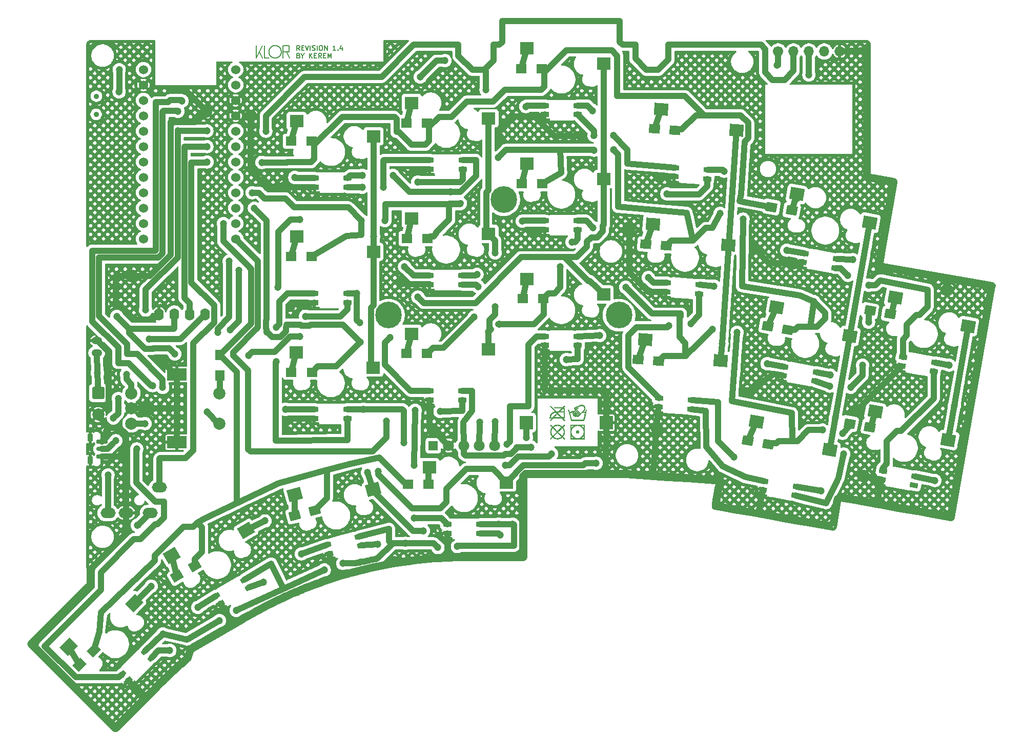
<source format=gtl>
G04 #@! TF.GenerationSoftware,KiCad,Pcbnew,9.0.1*
G04 #@! TF.CreationDate,2025-04-19T02:13:03+03:00*
G04 #@! TF.ProjectId,klor1_4,6b6c6f72-315f-4342-9e6b-696361645f70,v1.4.0*
G04 #@! TF.SameCoordinates,Original*
G04 #@! TF.FileFunction,Copper,L1,Top*
G04 #@! TF.FilePolarity,Positive*
%FSLAX46Y46*%
G04 Gerber Fmt 4.6, Leading zero omitted, Abs format (unit mm)*
G04 Created by KiCad (PCBNEW 9.0.1) date 2025-04-19 02:13:03*
%MOMM*%
%LPD*%
G01*
G04 APERTURE LIST*
G04 Aperture macros list*
%AMRoundRect*
0 Rectangle with rounded corners*
0 $1 Rounding radius*
0 $2 $3 $4 $5 $6 $7 $8 $9 X,Y pos of 4 corners*
0 Add a 4 corners polygon primitive as box body*
4,1,4,$2,$3,$4,$5,$6,$7,$8,$9,$2,$3,0*
0 Add four circle primitives for the rounded corners*
1,1,$1+$1,$2,$3*
1,1,$1+$1,$4,$5*
1,1,$1+$1,$6,$7*
1,1,$1+$1,$8,$9*
0 Add four rect primitives between the rounded corners*
20,1,$1+$1,$2,$3,$4,$5,0*
20,1,$1+$1,$4,$5,$6,$7,0*
20,1,$1+$1,$6,$7,$8,$9,0*
20,1,$1+$1,$8,$9,$2,$3,0*%
%AMRotRect*
0 Rectangle, with rotation*
0 The origin of the aperture is its center*
0 $1 length*
0 $2 width*
0 $3 Rotation angle, in degrees counterclockwise*
0 Add horizontal line*
21,1,$1,$2,0,0,$3*%
%AMFreePoly0*
4,1,18,-0.410000,0.265000,0.000000,0.675000,0.328000,0.675000,0.359380,0.668758,0.385983,0.650983,0.403758,0.624380,0.410000,0.593000,0.410000,-0.593000,0.403758,-0.624380,0.385983,-0.650983,0.359380,-0.668758,0.328000,-0.675000,-0.328000,-0.675000,-0.359380,-0.668758,-0.385983,-0.650983,-0.403758,-0.624380,-0.410000,-0.593000,-0.410000,0.265000,-0.410000,0.265000,$1*%
G04 Aperture macros list end*
G04 #@! TA.AperFunction,NonConductor*
%ADD10C,0.000001*%
G04 #@! TD*
G04 #@! TA.AperFunction,NonConductor*
%ADD11C,0.150000*%
G04 #@! TD*
G04 #@! TA.AperFunction,Conductor*
%ADD12C,0.000000*%
G04 #@! TD*
%ADD13C,0.150000*%
G04 #@! TA.AperFunction,SMDPad,CuDef*
%ADD14RoundRect,0.082000X0.651245X0.187383X0.187383X0.651245X-0.651245X-0.187383X-0.187383X-0.651245X0*%
G04 #@! TD*
G04 #@! TA.AperFunction,SMDPad,CuDef*
%ADD15FreePoly0,135.000000*%
G04 #@! TD*
G04 #@! TA.AperFunction,SMDPad,CuDef*
%ADD16RotRect,2.300000X2.000000X225.000000*%
G04 #@! TD*
G04 #@! TA.AperFunction,SMDPad,CuDef*
%ADD17RoundRect,0.082000X0.593000X-0.328000X0.593000X0.328000X-0.593000X0.328000X-0.593000X-0.328000X0*%
G04 #@! TD*
G04 #@! TA.AperFunction,SMDPad,CuDef*
%ADD18FreePoly0,90.000000*%
G04 #@! TD*
G04 #@! TA.AperFunction,SMDPad,CuDef*
%ADD19R,2.300000X2.000000*%
G04 #@! TD*
G04 #@! TA.AperFunction,SMDPad,CuDef*
%ADD20RoundRect,0.082000X0.568675X-0.368567X0.614436X0.285835X-0.568675X0.368567X-0.614436X-0.285835X0*%
G04 #@! TD*
G04 #@! TA.AperFunction,SMDPad,CuDef*
%ADD21FreePoly0,86.000000*%
G04 #@! TD*
G04 #@! TA.AperFunction,SMDPad,CuDef*
%ADD22RotRect,2.300000X2.000000X176.000000*%
G04 #@! TD*
G04 #@! TA.AperFunction,SMDPad,CuDef*
%ADD23RotRect,1.800000X1.500000X170.000000*%
G04 #@! TD*
G04 #@! TA.AperFunction,SMDPad,CuDef*
%ADD24R,1.800000X1.500000*%
G04 #@! TD*
G04 #@! TA.AperFunction,SMDPad,CuDef*
%ADD25RotRect,1.800000X1.500000X176.000000*%
G04 #@! TD*
G04 #@! TA.AperFunction,SMDPad,CuDef*
%ADD26RoundRect,0.082000X0.657687X-0.163344X0.487901X0.470303X-0.657687X0.163344X-0.487901X-0.470303X0*%
G04 #@! TD*
G04 #@! TA.AperFunction,SMDPad,CuDef*
%ADD27FreePoly0,105.000000*%
G04 #@! TD*
G04 #@! TA.AperFunction,SMDPad,CuDef*
%ADD28RotRect,2.300000X2.000000X195.000000*%
G04 #@! TD*
G04 #@! TA.AperFunction,SMDPad,CuDef*
%ADD29RoundRect,0.082000X0.527034X-0.425990X0.640948X0.220044X-0.527034X0.425990X-0.640948X-0.220044X0*%
G04 #@! TD*
G04 #@! TA.AperFunction,SMDPad,CuDef*
%ADD30FreePoly0,80.000000*%
G04 #@! TD*
G04 #@! TA.AperFunction,SMDPad,CuDef*
%ADD31RotRect,2.300000X2.000000X170.000000*%
G04 #@! TD*
G04 #@! TA.AperFunction,SMDPad,CuDef*
%ADD32RotRect,1.800000X1.500000X195.000000*%
G04 #@! TD*
G04 #@! TA.AperFunction,ComponentPad*
%ADD33R,2.200000X2.200000*%
G04 #@! TD*
G04 #@! TA.AperFunction,ComponentPad*
%ADD34C,2.000000*%
G04 #@! TD*
G04 #@! TA.AperFunction,ComponentPad*
%ADD35R,3.200000X2.000000*%
G04 #@! TD*
G04 #@! TA.AperFunction,ComponentPad*
%ADD36O,1.600000X2.000000*%
G04 #@! TD*
G04 #@! TA.AperFunction,ComponentPad*
%ADD37O,2.500000X1.700000*%
G04 #@! TD*
G04 #@! TA.AperFunction,SMDPad,CuDef*
%ADD38RotRect,1.800000X1.500000X350.000000*%
G04 #@! TD*
G04 #@! TA.AperFunction,SMDPad,CuDef*
%ADD39RotRect,1.800000X1.500000X210.000000*%
G04 #@! TD*
G04 #@! TA.AperFunction,ComponentPad*
%ADD40O,1.750000X1.200000*%
G04 #@! TD*
G04 #@! TA.AperFunction,ComponentPad*
%ADD41RoundRect,0.187500X-0.712500X0.187500X-0.712500X-0.187500X0.712500X-0.187500X0.712500X0.187500X0*%
G04 #@! TD*
G04 #@! TA.AperFunction,ComponentPad*
%ADD42RoundRect,0.150000X-0.750000X0.150000X-0.750000X-0.150000X0.750000X-0.150000X0.750000X0.150000X0*%
G04 #@! TD*
G04 #@! TA.AperFunction,ComponentPad*
%ADD43RoundRect,0.225000X-0.225000X0.425000X-0.225000X-0.425000X0.225000X-0.425000X0.225000X0.425000X0*%
G04 #@! TD*
G04 #@! TA.AperFunction,SMDPad,CuDef*
%ADD44R,1.500000X1.800000*%
G04 #@! TD*
G04 #@! TA.AperFunction,ComponentPad*
%ADD45C,4.400000*%
G04 #@! TD*
G04 #@! TA.AperFunction,SMDPad,CuDef*
%ADD46RoundRect,0.082000X0.677553X0.012444X0.349553X0.580556X-0.677553X-0.012444X-0.349553X-0.580556X0*%
G04 #@! TD*
G04 #@! TA.AperFunction,SMDPad,CuDef*
%ADD47FreePoly0,120.000000*%
G04 #@! TD*
G04 #@! TA.AperFunction,SMDPad,CuDef*
%ADD48RotRect,2.300000X2.000000X210.000000*%
G04 #@! TD*
G04 #@! TA.AperFunction,SMDPad,CuDef*
%ADD49RotRect,1.800000X1.500000X225.000000*%
G04 #@! TD*
G04 #@! TA.AperFunction,ComponentPad*
%ADD50RoundRect,0.142858X-0.857142X0.857142X-0.857142X-0.857142X0.857142X-0.857142X0.857142X0.857142X0*%
G04 #@! TD*
G04 #@! TA.AperFunction,WasherPad*
%ADD51C,0.900000*%
G04 #@! TD*
G04 #@! TA.AperFunction,ComponentPad*
%ADD52R,1.524000X1.524000*%
G04 #@! TD*
G04 #@! TA.AperFunction,ComponentPad*
%ADD53C,1.800000*%
G04 #@! TD*
G04 #@! TA.AperFunction,ComponentPad*
%ADD54C,1.524000*%
G04 #@! TD*
G04 #@! TA.AperFunction,ComponentPad*
%ADD55C,1.700000*%
G04 #@! TD*
G04 #@! TA.AperFunction,ComponentPad*
%ADD56O,1.700000X1.700000*%
G04 #@! TD*
G04 #@! TA.AperFunction,ViaPad*
%ADD57C,1.200000*%
G04 #@! TD*
G04 #@! TA.AperFunction,Conductor*
%ADD58C,1.000000*%
G04 #@! TD*
G04 APERTURE END LIST*
D10*
X162918283Y-118993156D02*
X160573039Y-118993156D01*
X160573039Y-118862676D01*
X160700000Y-118862676D01*
X161211369Y-118862676D01*
X161170832Y-118840739D01*
X161131247Y-118817273D01*
X161092653Y-118792319D01*
X161055093Y-118765919D01*
X161018607Y-118738113D01*
X160983236Y-118708944D01*
X160949024Y-118678452D01*
X160916009Y-118646680D01*
X160884235Y-118613667D01*
X160853741Y-118579456D01*
X160824570Y-118544088D01*
X160796763Y-118507604D01*
X160770361Y-118470046D01*
X160745406Y-118431454D01*
X160721938Y-118391871D01*
X160700000Y-118351337D01*
X160700000Y-118862676D01*
X160573039Y-118862676D01*
X160573039Y-118351337D01*
X160573039Y-117818838D01*
X160700000Y-117818838D01*
X160701363Y-117872406D01*
X160705408Y-117925288D01*
X160712068Y-117977417D01*
X160721277Y-118028726D01*
X160732968Y-118079149D01*
X160747075Y-118128620D01*
X160763532Y-118177072D01*
X160782271Y-118224439D01*
X160803226Y-118270653D01*
X160826331Y-118315649D01*
X160851519Y-118359360D01*
X160878724Y-118401720D01*
X160907879Y-118442662D01*
X160938918Y-118482119D01*
X160971774Y-118520025D01*
X161006380Y-118556314D01*
X161042671Y-118590918D01*
X161080579Y-118623772D01*
X161120039Y-118654809D01*
X161160983Y-118683962D01*
X161203345Y-118711166D01*
X161247058Y-118736353D01*
X161292057Y-118759456D01*
X161338274Y-118780410D01*
X161385644Y-118799148D01*
X161434098Y-118815604D01*
X161483572Y-118829710D01*
X161533998Y-118841400D01*
X161585311Y-118850609D01*
X161637442Y-118857269D01*
X161690327Y-118861313D01*
X161743898Y-118862676D01*
X162276427Y-118862676D01*
X162787796Y-118862676D01*
X162787796Y-118351337D01*
X162765857Y-118391871D01*
X162742390Y-118431454D01*
X162717434Y-118470046D01*
X162691032Y-118507604D01*
X162663225Y-118544088D01*
X162634054Y-118579456D01*
X162603561Y-118613667D01*
X162571786Y-118646680D01*
X162538772Y-118678452D01*
X162504559Y-118708944D01*
X162469189Y-118738113D01*
X162432703Y-118765919D01*
X162395142Y-118792319D01*
X162356549Y-118817273D01*
X162316963Y-118840739D01*
X162276427Y-118862676D01*
X161743898Y-118862676D01*
X161797469Y-118861313D01*
X161850354Y-118857269D01*
X161902485Y-118850609D01*
X161953798Y-118841400D01*
X162004224Y-118829710D01*
X162053698Y-118815604D01*
X162102152Y-118799148D01*
X162149521Y-118780410D01*
X162195739Y-118759456D01*
X162240737Y-118736353D01*
X162284451Y-118711166D01*
X162326813Y-118683962D01*
X162367757Y-118654809D01*
X162407216Y-118623772D01*
X162445125Y-118590918D01*
X162481415Y-118556314D01*
X162516022Y-118520025D01*
X162548878Y-118482119D01*
X162579916Y-118442662D01*
X162609071Y-118401720D01*
X162636276Y-118359360D01*
X162661465Y-118315649D01*
X162684570Y-118270653D01*
X162705525Y-118224439D01*
X162724264Y-118177072D01*
X162740720Y-118128620D01*
X162754827Y-118079149D01*
X162766518Y-118028726D01*
X162775727Y-117977417D01*
X162782388Y-117925288D01*
X162786433Y-117872406D01*
X162787796Y-117818838D01*
X162786433Y-117765270D01*
X162782388Y-117712389D01*
X162775727Y-117660260D01*
X162766518Y-117608951D01*
X162754827Y-117558528D01*
X162740720Y-117509057D01*
X162724264Y-117460605D01*
X162705525Y-117413238D01*
X162684570Y-117367024D01*
X162661465Y-117322027D01*
X162636276Y-117278316D01*
X162609071Y-117235957D01*
X162579916Y-117195015D01*
X162548878Y-117155558D01*
X162516022Y-117117652D01*
X162481415Y-117081363D01*
X162445125Y-117046759D01*
X162407216Y-117013905D01*
X162367757Y-116982868D01*
X162326813Y-116953714D01*
X162284451Y-116926511D01*
X162240737Y-116901324D01*
X162195739Y-116878221D01*
X162149521Y-116857267D01*
X162102152Y-116838529D01*
X162053698Y-116822073D01*
X162004224Y-116807967D01*
X161953798Y-116796276D01*
X161902485Y-116787068D01*
X161850354Y-116780408D01*
X161797469Y-116776363D01*
X161743898Y-116775000D01*
X162276427Y-116775000D01*
X162316963Y-116796938D01*
X162356549Y-116820404D01*
X162395142Y-116845358D01*
X162432703Y-116871758D01*
X162469189Y-116899563D01*
X162504559Y-116928733D01*
X162538772Y-116959224D01*
X162571786Y-116990997D01*
X162603561Y-117024010D01*
X162634054Y-117058221D01*
X162663225Y-117093589D01*
X162691032Y-117130073D01*
X162717434Y-117167631D01*
X162742390Y-117206223D01*
X162765857Y-117245806D01*
X162787796Y-117286340D01*
X162787796Y-116775000D01*
X162276427Y-116775000D01*
X161743898Y-116775000D01*
X161690327Y-116776363D01*
X161637442Y-116780408D01*
X161585311Y-116787068D01*
X161533998Y-116796276D01*
X161483572Y-116807967D01*
X161434098Y-116822073D01*
X161385644Y-116838529D01*
X161338274Y-116857267D01*
X161292057Y-116878221D01*
X161247058Y-116901324D01*
X161203345Y-116926511D01*
X161160983Y-116953714D01*
X161120039Y-116982868D01*
X161080579Y-117013905D01*
X161042671Y-117046759D01*
X161006380Y-117081363D01*
X160971774Y-117117652D01*
X160938918Y-117155558D01*
X160907879Y-117195015D01*
X160878724Y-117235957D01*
X160851519Y-117278316D01*
X160826331Y-117322027D01*
X160803226Y-117367024D01*
X160782271Y-117413238D01*
X160763532Y-117460605D01*
X160747075Y-117509057D01*
X160732968Y-117558528D01*
X160721277Y-117608951D01*
X160712068Y-117660260D01*
X160705408Y-117712389D01*
X160701363Y-117765270D01*
X160700000Y-117818838D01*
X160573039Y-117818838D01*
X160573039Y-117286340D01*
X160573039Y-116775000D01*
X160700000Y-116775000D01*
X160700000Y-117286340D01*
X160721938Y-117245806D01*
X160745406Y-117206223D01*
X160770361Y-117167631D01*
X160796763Y-117130073D01*
X160824570Y-117093589D01*
X160853741Y-117058221D01*
X160884235Y-117024010D01*
X160916009Y-116990997D01*
X160949024Y-116959224D01*
X160983236Y-116928733D01*
X161018607Y-116899563D01*
X161055093Y-116871758D01*
X161092653Y-116845358D01*
X161131247Y-116820404D01*
X161170832Y-116796938D01*
X161211369Y-116775000D01*
X160700000Y-116775000D01*
X160573039Y-116775000D01*
X160573039Y-116648047D01*
X162918283Y-116648047D01*
X162918283Y-118993156D01*
G04 #@! TA.AperFunction,NonConductor*
G36*
X162918283Y-118993156D02*
G01*
X160573039Y-118993156D01*
X160573039Y-118862676D01*
X160700000Y-118862676D01*
X161211369Y-118862676D01*
X161170832Y-118840739D01*
X161131247Y-118817273D01*
X161092653Y-118792319D01*
X161055093Y-118765919D01*
X161018607Y-118738113D01*
X160983236Y-118708944D01*
X160949024Y-118678452D01*
X160916009Y-118646680D01*
X160884235Y-118613667D01*
X160853741Y-118579456D01*
X160824570Y-118544088D01*
X160796763Y-118507604D01*
X160770361Y-118470046D01*
X160745406Y-118431454D01*
X160721938Y-118391871D01*
X160700000Y-118351337D01*
X160700000Y-118862676D01*
X160573039Y-118862676D01*
X160573039Y-118351337D01*
X160573039Y-117818838D01*
X160700000Y-117818838D01*
X160701363Y-117872406D01*
X160705408Y-117925288D01*
X160712068Y-117977417D01*
X160721277Y-118028726D01*
X160732968Y-118079149D01*
X160747075Y-118128620D01*
X160763532Y-118177072D01*
X160782271Y-118224439D01*
X160803226Y-118270653D01*
X160826331Y-118315649D01*
X160851519Y-118359360D01*
X160878724Y-118401720D01*
X160907879Y-118442662D01*
X160938918Y-118482119D01*
X160971774Y-118520025D01*
X161006380Y-118556314D01*
X161042671Y-118590918D01*
X161080579Y-118623772D01*
X161120039Y-118654809D01*
X161160983Y-118683962D01*
X161203345Y-118711166D01*
X161247058Y-118736353D01*
X161292057Y-118759456D01*
X161338274Y-118780410D01*
X161385644Y-118799148D01*
X161434098Y-118815604D01*
X161483572Y-118829710D01*
X161533998Y-118841400D01*
X161585311Y-118850609D01*
X161637442Y-118857269D01*
X161690327Y-118861313D01*
X161743898Y-118862676D01*
X162276427Y-118862676D01*
X162787796Y-118862676D01*
X162787796Y-118351337D01*
X162765857Y-118391871D01*
X162742390Y-118431454D01*
X162717434Y-118470046D01*
X162691032Y-118507604D01*
X162663225Y-118544088D01*
X162634054Y-118579456D01*
X162603561Y-118613667D01*
X162571786Y-118646680D01*
X162538772Y-118678452D01*
X162504559Y-118708944D01*
X162469189Y-118738113D01*
X162432703Y-118765919D01*
X162395142Y-118792319D01*
X162356549Y-118817273D01*
X162316963Y-118840739D01*
X162276427Y-118862676D01*
X161743898Y-118862676D01*
X161797469Y-118861313D01*
X161850354Y-118857269D01*
X161902485Y-118850609D01*
X161953798Y-118841400D01*
X162004224Y-118829710D01*
X162053698Y-118815604D01*
X162102152Y-118799148D01*
X162149521Y-118780410D01*
X162195739Y-118759456D01*
X162240737Y-118736353D01*
X162284451Y-118711166D01*
X162326813Y-118683962D01*
X162367757Y-118654809D01*
X162407216Y-118623772D01*
X162445125Y-118590918D01*
X162481415Y-118556314D01*
X162516022Y-118520025D01*
X162548878Y-118482119D01*
X162579916Y-118442662D01*
X162609071Y-118401720D01*
X162636276Y-118359360D01*
X162661465Y-118315649D01*
X162684570Y-118270653D01*
X162705525Y-118224439D01*
X162724264Y-118177072D01*
X162740720Y-118128620D01*
X162754827Y-118079149D01*
X162766518Y-118028726D01*
X162775727Y-117977417D01*
X162782388Y-117925288D01*
X162786433Y-117872406D01*
X162787796Y-117818838D01*
X162786433Y-117765270D01*
X162782388Y-117712389D01*
X162775727Y-117660260D01*
X162766518Y-117608951D01*
X162754827Y-117558528D01*
X162740720Y-117509057D01*
X162724264Y-117460605D01*
X162705525Y-117413238D01*
X162684570Y-117367024D01*
X162661465Y-117322027D01*
X162636276Y-117278316D01*
X162609071Y-117235957D01*
X162579916Y-117195015D01*
X162548878Y-117155558D01*
X162516022Y-117117652D01*
X162481415Y-117081363D01*
X162445125Y-117046759D01*
X162407216Y-117013905D01*
X162367757Y-116982868D01*
X162326813Y-116953714D01*
X162284451Y-116926511D01*
X162240737Y-116901324D01*
X162195739Y-116878221D01*
X162149521Y-116857267D01*
X162102152Y-116838529D01*
X162053698Y-116822073D01*
X162004224Y-116807967D01*
X161953798Y-116796276D01*
X161902485Y-116787068D01*
X161850354Y-116780408D01*
X161797469Y-116776363D01*
X161743898Y-116775000D01*
X162276427Y-116775000D01*
X162316963Y-116796938D01*
X162356549Y-116820404D01*
X162395142Y-116845358D01*
X162432703Y-116871758D01*
X162469189Y-116899563D01*
X162504559Y-116928733D01*
X162538772Y-116959224D01*
X162571786Y-116990997D01*
X162603561Y-117024010D01*
X162634054Y-117058221D01*
X162663225Y-117093589D01*
X162691032Y-117130073D01*
X162717434Y-117167631D01*
X162742390Y-117206223D01*
X162765857Y-117245806D01*
X162787796Y-117286340D01*
X162787796Y-116775000D01*
X162276427Y-116775000D01*
X161743898Y-116775000D01*
X161690327Y-116776363D01*
X161637442Y-116780408D01*
X161585311Y-116787068D01*
X161533998Y-116796276D01*
X161483572Y-116807967D01*
X161434098Y-116822073D01*
X161385644Y-116838529D01*
X161338274Y-116857267D01*
X161292057Y-116878221D01*
X161247058Y-116901324D01*
X161203345Y-116926511D01*
X161160983Y-116953714D01*
X161120039Y-116982868D01*
X161080579Y-117013905D01*
X161042671Y-117046759D01*
X161006380Y-117081363D01*
X160971774Y-117117652D01*
X160938918Y-117155558D01*
X160907879Y-117195015D01*
X160878724Y-117235957D01*
X160851519Y-117278316D01*
X160826331Y-117322027D01*
X160803226Y-117367024D01*
X160782271Y-117413238D01*
X160763532Y-117460605D01*
X160747075Y-117509057D01*
X160732968Y-117558528D01*
X160721277Y-117608951D01*
X160712068Y-117660260D01*
X160705408Y-117712389D01*
X160701363Y-117765270D01*
X160700000Y-117818838D01*
X160573039Y-117818838D01*
X160573039Y-117286340D01*
X160573039Y-116775000D01*
X160700000Y-116775000D01*
X160700000Y-117286340D01*
X160721938Y-117245806D01*
X160745406Y-117206223D01*
X160770361Y-117167631D01*
X160796763Y-117130073D01*
X160824570Y-117093589D01*
X160853741Y-117058221D01*
X160884235Y-117024010D01*
X160916009Y-116990997D01*
X160949024Y-116959224D01*
X160983236Y-116928733D01*
X161018607Y-116899563D01*
X161055093Y-116871758D01*
X161092653Y-116845358D01*
X161131247Y-116820404D01*
X161170832Y-116796938D01*
X161211369Y-116775000D01*
X160700000Y-116775000D01*
X160573039Y-116775000D01*
X160573039Y-116648047D01*
X162918283Y-116648047D01*
X162918283Y-118993156D01*
G37*
G04 #@! TD.AperFunction*
D11*
X113124215Y-56145170D02*
X113124215Y-55117101D01*
X108703519Y-56145170D02*
X109731588Y-54054764D01*
D10*
X161756046Y-117586388D02*
X161768016Y-117587271D01*
X161779793Y-117588726D01*
X161791363Y-117590740D01*
X161802715Y-117593299D01*
X161813833Y-117596389D01*
X161824705Y-117599997D01*
X161835316Y-117604109D01*
X161845654Y-117608712D01*
X161855704Y-117613792D01*
X161865453Y-117619336D01*
X161874888Y-117625330D01*
X161883995Y-117631760D01*
X161892760Y-117638613D01*
X161901170Y-117645876D01*
X161909211Y-117653535D01*
X161916870Y-117661576D01*
X161924133Y-117669985D01*
X161930987Y-117678750D01*
X161937418Y-117687856D01*
X161943412Y-117697290D01*
X161948956Y-117707039D01*
X161954036Y-117717088D01*
X161958640Y-117727425D01*
X161962752Y-117738036D01*
X161966360Y-117748907D01*
X161969451Y-117760025D01*
X161972009Y-117771376D01*
X161974023Y-117782946D01*
X161975478Y-117794722D01*
X161976362Y-117806691D01*
X161976659Y-117818838D01*
X161976362Y-117830986D01*
X161975478Y-117842955D01*
X161974023Y-117854731D01*
X161972009Y-117866301D01*
X161969451Y-117877652D01*
X161966360Y-117888770D01*
X161962752Y-117899641D01*
X161958640Y-117910251D01*
X161954036Y-117920588D01*
X161948956Y-117930638D01*
X161943412Y-117940387D01*
X161937418Y-117949821D01*
X161930987Y-117958927D01*
X161924133Y-117967692D01*
X161916870Y-117976101D01*
X161909211Y-117984142D01*
X161901170Y-117991801D01*
X161892760Y-117999063D01*
X161883995Y-118005917D01*
X161874888Y-118012347D01*
X161865453Y-118018341D01*
X161855704Y-118023885D01*
X161845654Y-118028965D01*
X161835316Y-118033568D01*
X161824705Y-118037680D01*
X161813833Y-118041288D01*
X161802715Y-118044378D01*
X161791363Y-118046937D01*
X161779793Y-118048950D01*
X161768016Y-118050406D01*
X161756046Y-118051289D01*
X161743898Y-118051586D01*
X161731750Y-118051289D01*
X161719780Y-118050406D01*
X161708003Y-118048950D01*
X161696432Y-118046937D01*
X161685081Y-118044378D01*
X161673963Y-118041288D01*
X161663091Y-118037680D01*
X161652480Y-118033568D01*
X161642142Y-118028965D01*
X161632092Y-118023885D01*
X161622343Y-118018341D01*
X161612908Y-118012347D01*
X161603801Y-118005917D01*
X161595036Y-117999063D01*
X161586626Y-117991801D01*
X161578585Y-117984142D01*
X161570926Y-117976101D01*
X161563663Y-117967692D01*
X161556809Y-117958927D01*
X161550378Y-117949821D01*
X161544384Y-117940387D01*
X161538840Y-117930638D01*
X161533759Y-117920588D01*
X161529156Y-117910251D01*
X161525044Y-117899641D01*
X161521436Y-117888770D01*
X161518345Y-117877652D01*
X161515787Y-117866301D01*
X161513773Y-117854731D01*
X161512318Y-117842955D01*
X161511434Y-117830986D01*
X161511137Y-117818838D01*
X161511434Y-117807001D01*
X161512318Y-117795303D01*
X161513773Y-117783760D01*
X161515787Y-117772388D01*
X161518345Y-117761202D01*
X161521436Y-117750217D01*
X161525044Y-117739449D01*
X161529156Y-117728913D01*
X161533759Y-117718626D01*
X161538840Y-117708602D01*
X161544384Y-117698856D01*
X161550378Y-117689406D01*
X161556809Y-117680265D01*
X161563663Y-117671450D01*
X161570926Y-117662975D01*
X161578585Y-117654857D01*
X161586626Y-117647111D01*
X161595036Y-117639753D01*
X161603801Y-117632797D01*
X161612908Y-117626260D01*
X161622343Y-117620156D01*
X161632092Y-117614502D01*
X161642142Y-117609313D01*
X161652480Y-117604605D01*
X161663091Y-117600392D01*
X161673963Y-117596691D01*
X161685081Y-117593517D01*
X161696432Y-117590885D01*
X161708003Y-117588811D01*
X161719780Y-117587310D01*
X161731750Y-117586398D01*
X161743898Y-117586091D01*
X161756046Y-117586388D01*
G04 #@! TA.AperFunction,NonConductor*
G36*
X161756046Y-117586388D02*
G01*
X161768016Y-117587271D01*
X161779793Y-117588726D01*
X161791363Y-117590740D01*
X161802715Y-117593299D01*
X161813833Y-117596389D01*
X161824705Y-117599997D01*
X161835316Y-117604109D01*
X161845654Y-117608712D01*
X161855704Y-117613792D01*
X161865453Y-117619336D01*
X161874888Y-117625330D01*
X161883995Y-117631760D01*
X161892760Y-117638613D01*
X161901170Y-117645876D01*
X161909211Y-117653535D01*
X161916870Y-117661576D01*
X161924133Y-117669985D01*
X161930987Y-117678750D01*
X161937418Y-117687856D01*
X161943412Y-117697290D01*
X161948956Y-117707039D01*
X161954036Y-117717088D01*
X161958640Y-117727425D01*
X161962752Y-117738036D01*
X161966360Y-117748907D01*
X161969451Y-117760025D01*
X161972009Y-117771376D01*
X161974023Y-117782946D01*
X161975478Y-117794722D01*
X161976362Y-117806691D01*
X161976659Y-117818838D01*
X161976362Y-117830986D01*
X161975478Y-117842955D01*
X161974023Y-117854731D01*
X161972009Y-117866301D01*
X161969451Y-117877652D01*
X161966360Y-117888770D01*
X161962752Y-117899641D01*
X161958640Y-117910251D01*
X161954036Y-117920588D01*
X161948956Y-117930638D01*
X161943412Y-117940387D01*
X161937418Y-117949821D01*
X161930987Y-117958927D01*
X161924133Y-117967692D01*
X161916870Y-117976101D01*
X161909211Y-117984142D01*
X161901170Y-117991801D01*
X161892760Y-117999063D01*
X161883995Y-118005917D01*
X161874888Y-118012347D01*
X161865453Y-118018341D01*
X161855704Y-118023885D01*
X161845654Y-118028965D01*
X161835316Y-118033568D01*
X161824705Y-118037680D01*
X161813833Y-118041288D01*
X161802715Y-118044378D01*
X161791363Y-118046937D01*
X161779793Y-118048950D01*
X161768016Y-118050406D01*
X161756046Y-118051289D01*
X161743898Y-118051586D01*
X161731750Y-118051289D01*
X161719780Y-118050406D01*
X161708003Y-118048950D01*
X161696432Y-118046937D01*
X161685081Y-118044378D01*
X161673963Y-118041288D01*
X161663091Y-118037680D01*
X161652480Y-118033568D01*
X161642142Y-118028965D01*
X161632092Y-118023885D01*
X161622343Y-118018341D01*
X161612908Y-118012347D01*
X161603801Y-118005917D01*
X161595036Y-117999063D01*
X161586626Y-117991801D01*
X161578585Y-117984142D01*
X161570926Y-117976101D01*
X161563663Y-117967692D01*
X161556809Y-117958927D01*
X161550378Y-117949821D01*
X161544384Y-117940387D01*
X161538840Y-117930638D01*
X161533759Y-117920588D01*
X161529156Y-117910251D01*
X161525044Y-117899641D01*
X161521436Y-117888770D01*
X161518345Y-117877652D01*
X161515787Y-117866301D01*
X161513773Y-117854731D01*
X161512318Y-117842955D01*
X161511434Y-117830986D01*
X161511137Y-117818838D01*
X161511434Y-117807001D01*
X161512318Y-117795303D01*
X161513773Y-117783760D01*
X161515787Y-117772388D01*
X161518345Y-117761202D01*
X161521436Y-117750217D01*
X161525044Y-117739449D01*
X161529156Y-117728913D01*
X161533759Y-117718626D01*
X161538840Y-117708602D01*
X161544384Y-117698856D01*
X161550378Y-117689406D01*
X161556809Y-117680265D01*
X161563663Y-117671450D01*
X161570926Y-117662975D01*
X161578585Y-117654857D01*
X161586626Y-117647111D01*
X161595036Y-117639753D01*
X161603801Y-117632797D01*
X161612908Y-117626260D01*
X161622343Y-117620156D01*
X161632092Y-117614502D01*
X161642142Y-117609313D01*
X161652480Y-117604605D01*
X161663091Y-117600392D01*
X161673963Y-117596691D01*
X161685081Y-117593517D01*
X161696432Y-117590885D01*
X161708003Y-117588811D01*
X161719780Y-117587310D01*
X161731750Y-117586398D01*
X161743898Y-117586091D01*
X161756046Y-117586388D01*
G37*
G04 #@! TD.AperFunction*
D12*
G04 #@! TA.AperFunction,Conductor*
G36*
X96666235Y-96227184D02*
G01*
X96665706Y-96227712D01*
X96665706Y-96227018D01*
X96666235Y-96227184D01*
G37*
G04 #@! TD.AperFunction*
D11*
X108703519Y-54054764D02*
X108703519Y-56145170D01*
X114152283Y-54089033D02*
X114152283Y-55117101D01*
X114152283Y-55117101D02*
X113158484Y-55117101D01*
D10*
X159638469Y-113636433D02*
X159440975Y-113833916D01*
X159461011Y-113849033D01*
X159480092Y-113865255D01*
X159498170Y-113882531D01*
X159515200Y-113900809D01*
X159531135Y-113920038D01*
X159545928Y-113940165D01*
X159559533Y-113961140D01*
X159571903Y-113982910D01*
X159582992Y-114005424D01*
X159592753Y-114028630D01*
X159601140Y-114052477D01*
X159608106Y-114076913D01*
X159613606Y-114101886D01*
X159617591Y-114127344D01*
X159620017Y-114153237D01*
X159620835Y-114179511D01*
X159620835Y-115554838D01*
X159338701Y-115554838D01*
X159641995Y-115858116D01*
X159550302Y-115949804D01*
X159155313Y-115554838D01*
X158411183Y-115554838D01*
X158411183Y-115424359D01*
X159024826Y-115424359D01*
X158435870Y-114835437D01*
X157846914Y-115424359D01*
X158404130Y-115424359D01*
X158404130Y-115554838D01*
X157716427Y-115554838D01*
X157321439Y-115949804D01*
X157229745Y-115858116D01*
X157533040Y-115554838D01*
X157173318Y-115554838D01*
X157173318Y-115491362D01*
X157174436Y-115442698D01*
X157175459Y-115427885D01*
X157175702Y-115424359D01*
X157303805Y-115424359D01*
X157303805Y-115427885D01*
X157660000Y-115427885D01*
X158340650Y-114747275D01*
X158337123Y-114743748D01*
X158531090Y-114743748D01*
X159208213Y-115424359D01*
X159490348Y-115424359D01*
X159490348Y-114574477D01*
X158700372Y-114574477D01*
X158531090Y-114743748D01*
X158337123Y-114743748D01*
X158171369Y-114578003D01*
X158128323Y-114580992D01*
X158085840Y-114585959D01*
X158043967Y-114592858D01*
X158002749Y-114601642D01*
X157962235Y-114612265D01*
X157922469Y-114624681D01*
X157883499Y-114638843D01*
X157845371Y-114654704D01*
X157808132Y-114672219D01*
X157771828Y-114691340D01*
X157736505Y-114712021D01*
X157702210Y-114734216D01*
X157668990Y-114757877D01*
X157636891Y-114782960D01*
X157605959Y-114809416D01*
X157576241Y-114837200D01*
X157547784Y-114866265D01*
X157520634Y-114896565D01*
X157494838Y-114928052D01*
X157470441Y-114960682D01*
X157447491Y-114994406D01*
X157426034Y-115029179D01*
X157406116Y-115064955D01*
X157387784Y-115101686D01*
X157371085Y-115139326D01*
X157356065Y-115177829D01*
X157342770Y-115217148D01*
X157331247Y-115257237D01*
X157321543Y-115298049D01*
X157313703Y-115339537D01*
X157307775Y-115381656D01*
X157303805Y-115424359D01*
X157175702Y-115424359D01*
X157177756Y-115394601D01*
X157183230Y-115347118D01*
X157190807Y-115300298D01*
X157200437Y-115254192D01*
X157212071Y-115208847D01*
X157225659Y-115164314D01*
X157241152Y-115120641D01*
X157258499Y-115077877D01*
X157277650Y-115036071D01*
X157298558Y-114995272D01*
X157321170Y-114955530D01*
X157345438Y-114916893D01*
X157371312Y-114879411D01*
X157398743Y-114843132D01*
X157427680Y-114808106D01*
X157458074Y-114774382D01*
X157489875Y-114742009D01*
X157523033Y-114711036D01*
X157557499Y-114681511D01*
X157593223Y-114653485D01*
X157630155Y-114627006D01*
X157668246Y-114602123D01*
X157707445Y-114578885D01*
X157715682Y-114574477D01*
X158354756Y-114574477D01*
X158435870Y-114655586D01*
X158516984Y-114574477D01*
X158354756Y-114574477D01*
X157715682Y-114574477D01*
X157747703Y-114557342D01*
X157788971Y-114537542D01*
X157831198Y-114519535D01*
X157874336Y-114503369D01*
X157918333Y-114489094D01*
X157963141Y-114476758D01*
X158008709Y-114466412D01*
X158054988Y-114458103D01*
X158044363Y-114447524D01*
X158827332Y-114447524D01*
X159486821Y-114447524D01*
X159486821Y-114183038D01*
X159486657Y-114172841D01*
X159486167Y-114162752D01*
X159485357Y-114152774D01*
X159484231Y-114142910D01*
X159482796Y-114133166D01*
X159481056Y-114123544D01*
X159479016Y-114114049D01*
X159476682Y-114104684D01*
X159474059Y-114095453D01*
X159471151Y-114086361D01*
X159467964Y-114077411D01*
X159464504Y-114068606D01*
X159460775Y-114059952D01*
X159456782Y-114051451D01*
X159452532Y-114043108D01*
X159448028Y-114034926D01*
X159443276Y-114026909D01*
X159438281Y-114019062D01*
X159433049Y-114011387D01*
X159427584Y-114003890D01*
X159415978Y-113989441D01*
X159403503Y-113975747D01*
X159390203Y-113962838D01*
X159376116Y-113950745D01*
X159361287Y-113939499D01*
X159345754Y-113929131D01*
X158827332Y-114447524D01*
X158044363Y-114447524D01*
X157229745Y-113636433D01*
X157321439Y-113544745D01*
X158224269Y-114443997D01*
X158643944Y-114443997D01*
X159204687Y-113883287D01*
X157903341Y-113883287D01*
X157903341Y-113752807D01*
X159190580Y-113752807D01*
X159199135Y-113752890D01*
X159207608Y-113753138D01*
X159215997Y-113753551D01*
X159224304Y-113754130D01*
X159232528Y-113754874D01*
X159240670Y-113755783D01*
X159248729Y-113756857D01*
X159256705Y-113758097D01*
X159264599Y-113759502D01*
X159272410Y-113761072D01*
X159280139Y-113762808D01*
X159287784Y-113764709D01*
X159295347Y-113766775D01*
X159302828Y-113769007D01*
X159310226Y-113771404D01*
X159317541Y-113773966D01*
X159546775Y-113544745D01*
X159638469Y-113636433D01*
G04 #@! TA.AperFunction,NonConductor*
G36*
X159638469Y-113636433D02*
G01*
X159440975Y-113833916D01*
X159461011Y-113849033D01*
X159480092Y-113865255D01*
X159498170Y-113882531D01*
X159515200Y-113900809D01*
X159531135Y-113920038D01*
X159545928Y-113940165D01*
X159559533Y-113961140D01*
X159571903Y-113982910D01*
X159582992Y-114005424D01*
X159592753Y-114028630D01*
X159601140Y-114052477D01*
X159608106Y-114076913D01*
X159613606Y-114101886D01*
X159617591Y-114127344D01*
X159620017Y-114153237D01*
X159620835Y-114179511D01*
X159620835Y-115554838D01*
X159338701Y-115554838D01*
X159641995Y-115858116D01*
X159550302Y-115949804D01*
X159155313Y-115554838D01*
X158411183Y-115554838D01*
X158411183Y-115424359D01*
X159024826Y-115424359D01*
X158435870Y-114835437D01*
X157846914Y-115424359D01*
X158404130Y-115424359D01*
X158404130Y-115554838D01*
X157716427Y-115554838D01*
X157321439Y-115949804D01*
X157229745Y-115858116D01*
X157533040Y-115554838D01*
X157173318Y-115554838D01*
X157173318Y-115491362D01*
X157174436Y-115442698D01*
X157175459Y-115427885D01*
X157175702Y-115424359D01*
X157303805Y-115424359D01*
X157303805Y-115427885D01*
X157660000Y-115427885D01*
X158340650Y-114747275D01*
X158337123Y-114743748D01*
X158531090Y-114743748D01*
X159208213Y-115424359D01*
X159490348Y-115424359D01*
X159490348Y-114574477D01*
X158700372Y-114574477D01*
X158531090Y-114743748D01*
X158337123Y-114743748D01*
X158171369Y-114578003D01*
X158128323Y-114580992D01*
X158085840Y-114585959D01*
X158043967Y-114592858D01*
X158002749Y-114601642D01*
X157962235Y-114612265D01*
X157922469Y-114624681D01*
X157883499Y-114638843D01*
X157845371Y-114654704D01*
X157808132Y-114672219D01*
X157771828Y-114691340D01*
X157736505Y-114712021D01*
X157702210Y-114734216D01*
X157668990Y-114757877D01*
X157636891Y-114782960D01*
X157605959Y-114809416D01*
X157576241Y-114837200D01*
X157547784Y-114866265D01*
X157520634Y-114896565D01*
X157494838Y-114928052D01*
X157470441Y-114960682D01*
X157447491Y-114994406D01*
X157426034Y-115029179D01*
X157406116Y-115064955D01*
X157387784Y-115101686D01*
X157371085Y-115139326D01*
X157356065Y-115177829D01*
X157342770Y-115217148D01*
X157331247Y-115257237D01*
X157321543Y-115298049D01*
X157313703Y-115339537D01*
X157307775Y-115381656D01*
X157303805Y-115424359D01*
X157175702Y-115424359D01*
X157177756Y-115394601D01*
X157183230Y-115347118D01*
X157190807Y-115300298D01*
X157200437Y-115254192D01*
X157212071Y-115208847D01*
X157225659Y-115164314D01*
X157241152Y-115120641D01*
X157258499Y-115077877D01*
X157277650Y-115036071D01*
X157298558Y-114995272D01*
X157321170Y-114955530D01*
X157345438Y-114916893D01*
X157371312Y-114879411D01*
X157398743Y-114843132D01*
X157427680Y-114808106D01*
X157458074Y-114774382D01*
X157489875Y-114742009D01*
X157523033Y-114711036D01*
X157557499Y-114681511D01*
X157593223Y-114653485D01*
X157630155Y-114627006D01*
X157668246Y-114602123D01*
X157707445Y-114578885D01*
X157715682Y-114574477D01*
X158354756Y-114574477D01*
X158435870Y-114655586D01*
X158516984Y-114574477D01*
X158354756Y-114574477D01*
X157715682Y-114574477D01*
X157747703Y-114557342D01*
X157788971Y-114537542D01*
X157831198Y-114519535D01*
X157874336Y-114503369D01*
X157918333Y-114489094D01*
X157963141Y-114476758D01*
X158008709Y-114466412D01*
X158054988Y-114458103D01*
X158044363Y-114447524D01*
X158827332Y-114447524D01*
X159486821Y-114447524D01*
X159486821Y-114183038D01*
X159486657Y-114172841D01*
X159486167Y-114162752D01*
X159485357Y-114152774D01*
X159484231Y-114142910D01*
X159482796Y-114133166D01*
X159481056Y-114123544D01*
X159479016Y-114114049D01*
X159476682Y-114104684D01*
X159474059Y-114095453D01*
X159471151Y-114086361D01*
X159467964Y-114077411D01*
X159464504Y-114068606D01*
X159460775Y-114059952D01*
X159456782Y-114051451D01*
X159452532Y-114043108D01*
X159448028Y-114034926D01*
X159443276Y-114026909D01*
X159438281Y-114019062D01*
X159433049Y-114011387D01*
X159427584Y-114003890D01*
X159415978Y-113989441D01*
X159403503Y-113975747D01*
X159390203Y-113962838D01*
X159376116Y-113950745D01*
X159361287Y-113939499D01*
X159345754Y-113929131D01*
X158827332Y-114447524D01*
X158044363Y-114447524D01*
X157229745Y-113636433D01*
X157321439Y-113544745D01*
X158224269Y-114443997D01*
X158643944Y-114443997D01*
X159204687Y-113883287D01*
X157903341Y-113883287D01*
X157903341Y-113752807D01*
X159190580Y-113752807D01*
X159199135Y-113752890D01*
X159207608Y-113753138D01*
X159215997Y-113753551D01*
X159224304Y-113754130D01*
X159232528Y-113754874D01*
X159240670Y-113755783D01*
X159248729Y-113756857D01*
X159256705Y-113758097D01*
X159264599Y-113759502D01*
X159272410Y-113761072D01*
X159280139Y-113762808D01*
X159287784Y-113764709D01*
X159295347Y-113766775D01*
X159302828Y-113769007D01*
X159310226Y-113771404D01*
X159317541Y-113773966D01*
X159546775Y-113544745D01*
X159638469Y-113636433D01*
G37*
G04 #@! TD.AperFunction*
X162438565Y-113359687D02*
X162445665Y-113359935D01*
X162460805Y-113360927D01*
X162478094Y-113362580D01*
X162498607Y-113364894D01*
X162520291Y-113367940D01*
X162541693Y-113371777D01*
X162562798Y-113376391D01*
X162583592Y-113381769D01*
X162604060Y-113387896D01*
X162624188Y-113394758D01*
X162643962Y-113402340D01*
X162663369Y-113410628D01*
X162682393Y-113419609D01*
X162701021Y-113429268D01*
X162737030Y-113450563D01*
X162771282Y-113474399D01*
X162803665Y-113500664D01*
X162834064Y-113529242D01*
X162862365Y-113560022D01*
X162888455Y-113592888D01*
X162912221Y-113627727D01*
X162933548Y-113664426D01*
X162952323Y-113702872D01*
X162968432Y-113742949D01*
X162975452Y-113763565D01*
X162981762Y-113784545D01*
X162986419Y-113799588D01*
X162988303Y-113806676D01*
X162989918Y-113813639D01*
X162991285Y-113820602D01*
X162992425Y-113827690D01*
X162993359Y-113835025D01*
X162994106Y-113842732D01*
X162995125Y-113859759D01*
X162995649Y-113879760D01*
X162995869Y-113932658D01*
X162995690Y-113962460D01*
X162995451Y-113975159D01*
X162995098Y-113986602D01*
X162994621Y-113996950D01*
X162994010Y-114006362D01*
X162993254Y-114015000D01*
X162992343Y-114023024D01*
X162991267Y-114030592D01*
X162990015Y-114037867D01*
X162988577Y-114045007D01*
X162986943Y-114052172D01*
X162983044Y-114067222D01*
X162978236Y-114084296D01*
X162971564Y-114105445D01*
X162964695Y-114125374D01*
X162957516Y-114144271D01*
X162949913Y-114162320D01*
X162941773Y-114179708D01*
X162932982Y-114196620D01*
X162923427Y-114213244D01*
X162912993Y-114229764D01*
X162901567Y-114246366D01*
X162889036Y-114263238D01*
X162875286Y-114280563D01*
X162860203Y-114298530D01*
X162843673Y-114317323D01*
X162825584Y-114337128D01*
X162784269Y-114380521D01*
X162752254Y-114415124D01*
X162726520Y-114443116D01*
X162703156Y-114468683D01*
X162707175Y-114472302D01*
X162712496Y-114476479D01*
X162718933Y-114481111D01*
X162726299Y-114486095D01*
X162743079Y-114496702D01*
X162761346Y-114507474D01*
X162779613Y-114517585D01*
X162796392Y-114526208D01*
X162803759Y-114529704D01*
X162810196Y-114532517D01*
X162815517Y-114534546D01*
X162819536Y-114535686D01*
X162825103Y-114536925D01*
X162831177Y-114538000D01*
X162837684Y-114538909D01*
X162844553Y-114539653D01*
X162851712Y-114540232D01*
X162859087Y-114540645D01*
X162866607Y-114540893D01*
X162874199Y-114540975D01*
X162881792Y-114540893D01*
X162889312Y-114540645D01*
X162896687Y-114540232D01*
X162903846Y-114539653D01*
X162910715Y-114538909D01*
X162917222Y-114538000D01*
X162923295Y-114536925D01*
X162928863Y-114535686D01*
X162933081Y-114534387D01*
X162938967Y-114531911D01*
X162946290Y-114528402D01*
X162954817Y-114524004D01*
X162974551Y-114513122D01*
X162996311Y-114500421D01*
X163018235Y-114487059D01*
X163038465Y-114474193D01*
X163055141Y-114462980D01*
X163061565Y-114458355D01*
X163066403Y-114454577D01*
X163067187Y-114453968D01*
X163068208Y-114452187D01*
X163070922Y-114445375D01*
X163074462Y-114434678D01*
X163078747Y-114420634D01*
X163101670Y-114341729D01*
X163114675Y-114298089D01*
X163126357Y-114259739D01*
X163135394Y-114230645D01*
X163140464Y-114214776D01*
X163142570Y-114210933D01*
X163144914Y-114207337D01*
X163147485Y-114203990D01*
X163150273Y-114200891D01*
X163153267Y-114198039D01*
X163156458Y-114195436D01*
X163159835Y-114193080D01*
X163163387Y-114190972D01*
X163167105Y-114189113D01*
X163170978Y-114187501D01*
X163174995Y-114186137D01*
X163179147Y-114185021D01*
X163183423Y-114184154D01*
X163187812Y-114183534D01*
X163192305Y-114183162D01*
X163194805Y-114183094D01*
X163195707Y-114183129D01*
X163198104Y-114183400D01*
X163200547Y-114183843D01*
X163203027Y-114184450D01*
X163205535Y-114185214D01*
X163208063Y-114186129D01*
X163210602Y-114187188D01*
X163213145Y-114188383D01*
X163215683Y-114189706D01*
X163218207Y-114191152D01*
X163223181Y-114194382D01*
X163228000Y-114198014D01*
X163232597Y-114201993D01*
X163236905Y-114206260D01*
X163240856Y-114210761D01*
X163242677Y-114213080D01*
X163244383Y-114215436D01*
X163245967Y-114217822D01*
X163247420Y-114220231D01*
X163248734Y-114222655D01*
X163249899Y-114225088D01*
X163250908Y-114227522D01*
X163251753Y-114229950D01*
X163252424Y-114232365D01*
X163252914Y-114234760D01*
X163253215Y-114237128D01*
X163253316Y-114239461D01*
X163235904Y-114312911D01*
X163188073Y-114499098D01*
X163027609Y-115099922D01*
X162801901Y-115946278D01*
X160685892Y-115946278D01*
X160675312Y-115911013D01*
X160416983Y-114954455D01*
X160334414Y-114641480D01*
X160467239Y-114641480D01*
X160469278Y-114653478D01*
X160477599Y-114687875D01*
X160510441Y-114814278D01*
X160622413Y-115230402D01*
X160781113Y-115819324D01*
X162703155Y-115819324D01*
X162861856Y-115233929D01*
X162865383Y-115230402D01*
X162927376Y-115003495D01*
X162977796Y-114816922D01*
X163011686Y-114689859D01*
X163024084Y-114641480D01*
X163024033Y-114641170D01*
X163023882Y-114640900D01*
X163023634Y-114640671D01*
X163023292Y-114640481D01*
X163022341Y-114640217D01*
X163021053Y-114640102D01*
X163019456Y-114640132D01*
X163017575Y-114640302D01*
X163015435Y-114640606D01*
X163013063Y-114641039D01*
X163010484Y-114641596D01*
X163007725Y-114642272D01*
X163001767Y-114643959D01*
X162995395Y-114646060D01*
X162992119Y-114647253D01*
X162988817Y-114648533D01*
X162983600Y-114651016D01*
X162978485Y-114653189D01*
X162973412Y-114655073D01*
X162968318Y-114656688D01*
X162963142Y-114658055D01*
X162957821Y-114659195D01*
X162952293Y-114660128D01*
X162946497Y-114660875D01*
X162940370Y-114661457D01*
X162933851Y-114661895D01*
X162919386Y-114662418D01*
X162902607Y-114662611D01*
X162883017Y-114662639D01*
X162867120Y-114663088D01*
X162852386Y-114663093D01*
X162838654Y-114662623D01*
X162825764Y-114661647D01*
X162813555Y-114660133D01*
X162801869Y-114658052D01*
X162790544Y-114655370D01*
X162779421Y-114652059D01*
X162768339Y-114648087D01*
X162757138Y-114643422D01*
X162745658Y-114638034D01*
X162733739Y-114631892D01*
X162721221Y-114624965D01*
X162707943Y-114617221D01*
X162678469Y-114599162D01*
X162666629Y-114591420D01*
X162655160Y-114584174D01*
X162644435Y-114577590D01*
X162634827Y-114571832D01*
X162626705Y-114567066D01*
X162620444Y-114563456D01*
X162614989Y-114560371D01*
X162512274Y-114661316D01*
X162269374Y-114902439D01*
X162185333Y-114986159D01*
X162112822Y-115057770D01*
X162051471Y-115117727D01*
X162000905Y-115166485D01*
X161960755Y-115204498D01*
X161930647Y-115232220D01*
X161910210Y-115250108D01*
X161903502Y-115255505D01*
X161899072Y-115258614D01*
X161891481Y-115261754D01*
X161883306Y-115264558D01*
X161874624Y-115267021D01*
X161865514Y-115269138D01*
X161856052Y-115270904D01*
X161846317Y-115272313D01*
X161836385Y-115273361D01*
X161826335Y-115274042D01*
X161816243Y-115274351D01*
X161806187Y-115274283D01*
X161796245Y-115273833D01*
X161786494Y-115272995D01*
X161777012Y-115271765D01*
X161767876Y-115270137D01*
X161759163Y-115268106D01*
X161750952Y-115265667D01*
X161746440Y-115264299D01*
X161742135Y-115262822D01*
X161737995Y-115261211D01*
X161733980Y-115259440D01*
X161730047Y-115257483D01*
X161726155Y-115255315D01*
X161722263Y-115252908D01*
X161718330Y-115250239D01*
X161714314Y-115247279D01*
X161710175Y-115244005D01*
X161705869Y-115240390D01*
X161701358Y-115236408D01*
X161696598Y-115232034D01*
X161691549Y-115227241D01*
X161680418Y-115216296D01*
X161641625Y-115177505D01*
X161602831Y-115212770D01*
X161599368Y-115216733D01*
X161595620Y-115220677D01*
X161591634Y-115224578D01*
X161587457Y-115228418D01*
X161583136Y-115232176D01*
X161578716Y-115235829D01*
X161574245Y-115239359D01*
X161569769Y-115242745D01*
X161565334Y-115245965D01*
X161560986Y-115248999D01*
X161552741Y-115254426D01*
X161545406Y-115258862D01*
X161542195Y-115260656D01*
X161539351Y-115262140D01*
X161533042Y-115264700D01*
X161526071Y-115267079D01*
X161518522Y-115269261D01*
X161510476Y-115271232D01*
X161502018Y-115272976D01*
X161493229Y-115274476D01*
X161484191Y-115275719D01*
X161474989Y-115276687D01*
X161465704Y-115277366D01*
X161456419Y-115277741D01*
X161447216Y-115277795D01*
X161438179Y-115277514D01*
X161429390Y-115276881D01*
X161420932Y-115275881D01*
X161412886Y-115274499D01*
X161405337Y-115272720D01*
X161401691Y-115271987D01*
X161398028Y-115271113D01*
X161390672Y-115268959D01*
X161383307Y-115266288D01*
X161375967Y-115263132D01*
X161368688Y-115259521D01*
X161361509Y-115255487D01*
X161354463Y-115251060D01*
X161347588Y-115246271D01*
X161340919Y-115241152D01*
X161334494Y-115235733D01*
X161328347Y-115230046D01*
X161322515Y-115224120D01*
X161317035Y-115217989D01*
X161311942Y-115211681D01*
X161307273Y-115205229D01*
X161303063Y-115198664D01*
X161281903Y-115166925D01*
X161264269Y-115177505D01*
X161261578Y-115179367D01*
X161258773Y-115180997D01*
X161255823Y-115182410D01*
X161252698Y-115183621D01*
X161249365Y-115184646D01*
X161245796Y-115185501D01*
X161241957Y-115186201D01*
X161237819Y-115186762D01*
X161233351Y-115187198D01*
X161228520Y-115187526D01*
X161217651Y-115187919D01*
X161204963Y-115188064D01*
X161190209Y-115188084D01*
X161181975Y-115188042D01*
X161174429Y-115187912D01*
X161167512Y-115187689D01*
X161161169Y-115187368D01*
X161155343Y-115186944D01*
X161149976Y-115186411D01*
X161145013Y-115185764D01*
X161140395Y-115184999D01*
X161136067Y-115184109D01*
X161131971Y-115183091D01*
X161128051Y-115181938D01*
X161124249Y-115180646D01*
X161120510Y-115179209D01*
X161116776Y-115177622D01*
X161112990Y-115175880D01*
X161109096Y-115173979D01*
X161101296Y-115169538D01*
X161093768Y-115164818D01*
X161086517Y-115159830D01*
X161079546Y-115154583D01*
X161072859Y-115149088D01*
X161066460Y-115143356D01*
X161054542Y-115131220D01*
X161043823Y-115118257D01*
X161034333Y-115104551D01*
X161026103Y-115090183D01*
X161019165Y-115075237D01*
X161013550Y-115059795D01*
X161009288Y-115043939D01*
X161006410Y-115027754D01*
X161004948Y-115011320D01*
X161004933Y-114994720D01*
X161005477Y-114986385D01*
X161006395Y-114978038D01*
X161007689Y-114969692D01*
X161009365Y-114961357D01*
X161011426Y-114953041D01*
X161013875Y-114944757D01*
X161015156Y-114941456D01*
X161016355Y-114938180D01*
X161017471Y-114934955D01*
X161018504Y-114931808D01*
X161019454Y-114928765D01*
X161020322Y-114925851D01*
X161021810Y-114920513D01*
X161022967Y-114916001D01*
X161023794Y-114912523D01*
X161024455Y-114909492D01*
X161019129Y-114906687D01*
X161013751Y-114903583D01*
X161008353Y-114900210D01*
X161002964Y-114896599D01*
X160997618Y-114892781D01*
X160992343Y-114888788D01*
X160987172Y-114884650D01*
X160982135Y-114880399D01*
X160977263Y-114876065D01*
X160972588Y-114871679D01*
X160968140Y-114867273D01*
X160963950Y-114862877D01*
X160960050Y-114858522D01*
X160956470Y-114854240D01*
X160953241Y-114850061D01*
X160950395Y-114846016D01*
X160945349Y-114838938D01*
X160940779Y-114832206D01*
X160936663Y-114825753D01*
X160932982Y-114819512D01*
X160929713Y-114813416D01*
X160926838Y-114807397D01*
X160924334Y-114801388D01*
X160922181Y-114795323D01*
X160920359Y-114789133D01*
X160918847Y-114782753D01*
X160917625Y-114776114D01*
X160916671Y-114769150D01*
X160915965Y-114761793D01*
X160915486Y-114753976D01*
X160915214Y-114745633D01*
X160915131Y-114736988D01*
X161036937Y-114736988D01*
X161036970Y-114740573D01*
X161037275Y-114744124D01*
X161037841Y-114747634D01*
X161038658Y-114751093D01*
X161039718Y-114754493D01*
X161041011Y-114757826D01*
X161042526Y-114761083D01*
X161044254Y-114764257D01*
X161046186Y-114767338D01*
X161048312Y-114770319D01*
X161050621Y-114773190D01*
X161053105Y-114775944D01*
X161055754Y-114778572D01*
X161058557Y-114781066D01*
X161061506Y-114783417D01*
X161064591Y-114785616D01*
X161067801Y-114787657D01*
X161071128Y-114789529D01*
X161074561Y-114791225D01*
X161078091Y-114792737D01*
X161081708Y-114794055D01*
X161085403Y-114795172D01*
X161089165Y-114796080D01*
X161092986Y-114796768D01*
X161096855Y-114797231D01*
X161100762Y-114797458D01*
X161104699Y-114797442D01*
X161108656Y-114797174D01*
X161112621Y-114796645D01*
X161115914Y-114795255D01*
X161120612Y-114792299D01*
X161134884Y-114781052D01*
X161156760Y-114761621D01*
X161187563Y-114732728D01*
X161281241Y-114641425D01*
X161426496Y-114496894D01*
X161722737Y-114200670D01*
X161765058Y-114242988D01*
X161769601Y-114246951D01*
X161773964Y-114250888D01*
X161778130Y-114254773D01*
X161782085Y-114258581D01*
X161785812Y-114262286D01*
X161789297Y-114265862D01*
X161792523Y-114269282D01*
X161795475Y-114272522D01*
X161798138Y-114275555D01*
X161800497Y-114278356D01*
X161802535Y-114280898D01*
X161804237Y-114283157D01*
X161805588Y-114285105D01*
X161806572Y-114286718D01*
X161807174Y-114287969D01*
X161807327Y-114288450D01*
X161807378Y-114288832D01*
X161800504Y-114296870D01*
X161780818Y-114317430D01*
X161708631Y-114390659D01*
X161472343Y-114627374D01*
X161342021Y-114758350D01*
X161233851Y-114868497D01*
X161191689Y-114912144D01*
X161159405Y-114946245D01*
X161138445Y-114969353D01*
X161132663Y-114976333D01*
X161130255Y-114980022D01*
X161128435Y-114983998D01*
X161126938Y-114987984D01*
X161125757Y-114991970D01*
X161124882Y-114995946D01*
X161124308Y-114999902D01*
X161124025Y-115003826D01*
X161124026Y-115007709D01*
X161124304Y-115011540D01*
X161124850Y-115015309D01*
X161125657Y-115019006D01*
X161126717Y-115022621D01*
X161128023Y-115026142D01*
X161129567Y-115029560D01*
X161131340Y-115032864D01*
X161133335Y-115036045D01*
X161135545Y-115039091D01*
X161137961Y-115041992D01*
X161140577Y-115044739D01*
X161143383Y-115047320D01*
X161146373Y-115049725D01*
X161149538Y-115051945D01*
X161152872Y-115053968D01*
X161156365Y-115055785D01*
X161160011Y-115057384D01*
X161163802Y-115058757D01*
X161167729Y-115059891D01*
X161171786Y-115060778D01*
X161175964Y-115061407D01*
X161180256Y-115061767D01*
X161184653Y-115061848D01*
X161189149Y-115061639D01*
X161193735Y-115061131D01*
X161198435Y-115060156D01*
X161203564Y-115058287D01*
X161209551Y-115055126D01*
X161216824Y-115050276D01*
X161236944Y-115033918D01*
X161267355Y-115006030D01*
X161311487Y-114963430D01*
X161372770Y-114902935D01*
X161560510Y-114715536D01*
X161902598Y-114373468D01*
X161948445Y-114419312D01*
X161994292Y-114465156D01*
X161694524Y-114764907D01*
X161598615Y-114860852D01*
X161559474Y-114900089D01*
X161525684Y-114934068D01*
X161496854Y-114963211D01*
X161472591Y-114987943D01*
X161452502Y-115008687D01*
X161443900Y-115017696D01*
X161436195Y-115025866D01*
X161429336Y-115033252D01*
X161423276Y-115039905D01*
X161417965Y-115045879D01*
X161413354Y-115051227D01*
X161409393Y-115056001D01*
X161406035Y-115060255D01*
X161403230Y-115064041D01*
X161400928Y-115067413D01*
X161399080Y-115070423D01*
X161397639Y-115073124D01*
X161396553Y-115075570D01*
X161395775Y-115077813D01*
X161395256Y-115079906D01*
X161394945Y-115081903D01*
X161394795Y-115083855D01*
X161394756Y-115085817D01*
X161394828Y-115090052D01*
X161395044Y-115094164D01*
X161395401Y-115098150D01*
X161395899Y-115102010D01*
X161396537Y-115105743D01*
X161397313Y-115109349D01*
X161398226Y-115112828D01*
X161399274Y-115116177D01*
X161400457Y-115119398D01*
X161401773Y-115122489D01*
X161403221Y-115125450D01*
X161404799Y-115128279D01*
X161406506Y-115130977D01*
X161408341Y-115133542D01*
X161410303Y-115135974D01*
X161412389Y-115138273D01*
X161414600Y-115140437D01*
X161416934Y-115142467D01*
X161419389Y-115144360D01*
X161421964Y-115146118D01*
X161424658Y-115147739D01*
X161427469Y-115149222D01*
X161430397Y-115150567D01*
X161433439Y-115151773D01*
X161436596Y-115152839D01*
X161439864Y-115153766D01*
X161443244Y-115154552D01*
X161446733Y-115155196D01*
X161450331Y-115155698D01*
X161454036Y-115156058D01*
X161457847Y-115156274D01*
X161461763Y-115156346D01*
X161464669Y-115155963D01*
X161468314Y-115154604D01*
X161479121Y-115147695D01*
X161496789Y-115133100D01*
X161523921Y-115108298D01*
X161563121Y-115070767D01*
X161616992Y-115017987D01*
X161779164Y-114856595D01*
X162078932Y-114556845D01*
X162124779Y-114602689D01*
X162170626Y-114648533D01*
X161959025Y-114860122D01*
X161750951Y-115071711D01*
X161750951Y-115096396D01*
X161751714Y-115100942D01*
X161752678Y-115105319D01*
X161753835Y-115109526D01*
X161755180Y-115113560D01*
X161756706Y-115117419D01*
X161758406Y-115121099D01*
X161760273Y-115124598D01*
X161762302Y-115127914D01*
X161764487Y-115131044D01*
X161766819Y-115133985D01*
X161769294Y-115136736D01*
X161771904Y-115139292D01*
X161774644Y-115141653D01*
X161777506Y-115143814D01*
X161780484Y-115145774D01*
X161783573Y-115147530D01*
X161786764Y-115149079D01*
X161790053Y-115150419D01*
X161793431Y-115151548D01*
X161796894Y-115152462D01*
X161800434Y-115153159D01*
X161804046Y-115153636D01*
X161807721Y-115153891D01*
X161811455Y-115153922D01*
X161815241Y-115153725D01*
X161819072Y-115153298D01*
X161822941Y-115152639D01*
X161826843Y-115151745D01*
X161830771Y-115150614D01*
X161834718Y-115149242D01*
X161838678Y-115147627D01*
X161842644Y-115145767D01*
X161855883Y-115134857D01*
X161886397Y-115106094D01*
X161991647Y-115002944D01*
X162325800Y-114669692D01*
X162544179Y-114450609D01*
X162626401Y-114367434D01*
X162692134Y-114300293D01*
X162742493Y-114248030D01*
X162778593Y-114209486D01*
X162791645Y-114194998D01*
X162801551Y-114183506D01*
X162808450Y-114174866D01*
X162812482Y-114168932D01*
X162825286Y-114145292D01*
X162836600Y-114121351D01*
X162846442Y-114097161D01*
X162854830Y-114072773D01*
X162861781Y-114048238D01*
X162867314Y-114023607D01*
X162871447Y-113998930D01*
X162874199Y-113974259D01*
X162875586Y-113949645D01*
X162875628Y-113925139D01*
X162874342Y-113900792D01*
X162871747Y-113876654D01*
X162867860Y-113852778D01*
X162862699Y-113829213D01*
X162856283Y-113806011D01*
X162848630Y-113783223D01*
X162839758Y-113760900D01*
X162829685Y-113739093D01*
X162818428Y-113717853D01*
X162806007Y-113697231D01*
X162792439Y-113677278D01*
X162777742Y-113658044D01*
X162761934Y-113639582D01*
X162745034Y-113621942D01*
X162727059Y-113605175D01*
X162708028Y-113589331D01*
X162687958Y-113574463D01*
X162666869Y-113560621D01*
X162644776Y-113547856D01*
X162621700Y-113536219D01*
X162597658Y-113525761D01*
X162572668Y-113516533D01*
X162560171Y-113512153D01*
X162546590Y-113508268D01*
X162532078Y-113504879D01*
X162516792Y-113501986D01*
X162500886Y-113499589D01*
X162484514Y-113497688D01*
X162467833Y-113496283D01*
X162450997Y-113495374D01*
X162434161Y-113494961D01*
X162417480Y-113495044D01*
X162401109Y-113495622D01*
X162385203Y-113496697D01*
X162369916Y-113498267D01*
X162355405Y-113500333D01*
X162341823Y-113502896D01*
X162329327Y-113505954D01*
X162296154Y-113514770D01*
X162270682Y-113523806D01*
X162230580Y-113539455D01*
X162080365Y-113601169D01*
X161793271Y-113721069D01*
X161642113Y-113783368D01*
X161581916Y-113808218D01*
X161530919Y-113829343D01*
X161488333Y-113847100D01*
X161453366Y-113861846D01*
X161438494Y-113868201D01*
X161425229Y-113873936D01*
X161413475Y-113879097D01*
X161403132Y-113883728D01*
X161394101Y-113887873D01*
X161386283Y-113891577D01*
X161379579Y-113894885D01*
X161373892Y-113897841D01*
X161369121Y-113900489D01*
X161365169Y-113902875D01*
X161361936Y-113905042D01*
X161359324Y-113907036D01*
X161357233Y-113908900D01*
X161355565Y-113910680D01*
X161354222Y-113912420D01*
X161353104Y-113914164D01*
X161348909Y-113922078D01*
X161347638Y-113924413D01*
X161346471Y-113926784D01*
X161345406Y-113929190D01*
X161344446Y-113931625D01*
X161343588Y-113934085D01*
X161342834Y-113936568D01*
X161342183Y-113939069D01*
X161341635Y-113941584D01*
X161341191Y-113944110D01*
X161340850Y-113946641D01*
X161340612Y-113949176D01*
X161340478Y-113951709D01*
X161340447Y-113954237D01*
X161340519Y-113956756D01*
X161340695Y-113959262D01*
X161340974Y-113961751D01*
X161341356Y-113964220D01*
X161341842Y-113966664D01*
X161342431Y-113969079D01*
X161343123Y-113971463D01*
X161343919Y-113973810D01*
X161344817Y-113976117D01*
X161345820Y-113978380D01*
X161346925Y-113980596D01*
X161348134Y-113982760D01*
X161349446Y-113984868D01*
X161350862Y-113986917D01*
X161352381Y-113988902D01*
X161354003Y-113990821D01*
X161355728Y-113992668D01*
X161357557Y-113994441D01*
X161359489Y-113996134D01*
X161370634Y-114005095D01*
X161376274Y-114008214D01*
X161382523Y-114010295D01*
X161389805Y-114011240D01*
X161398544Y-114010950D01*
X161409164Y-114009327D01*
X161422088Y-114006273D01*
X161437739Y-114001690D01*
X161456542Y-113995480D01*
X161505295Y-113977786D01*
X161659257Y-113918552D01*
X161755029Y-113880807D01*
X161835591Y-113849345D01*
X161867483Y-113837105D01*
X161892349Y-113827800D01*
X161909115Y-113821884D01*
X161914124Y-113820338D01*
X161916705Y-113819810D01*
X161910223Y-113827759D01*
X161886673Y-113852981D01*
X161795475Y-113947645D01*
X161657329Y-114088594D01*
X161486450Y-114260620D01*
X161486450Y-114264147D01*
X161285539Y-114465762D01*
X161208352Y-114543903D01*
X161146125Y-114607538D01*
X161098446Y-114657122D01*
X161064901Y-114693110D01*
X161053300Y-114706147D01*
X161045077Y-114715956D01*
X161040182Y-114722593D01*
X161038965Y-114724740D01*
X161038561Y-114726116D01*
X161037723Y-114729751D01*
X161037184Y-114733378D01*
X161036937Y-114736988D01*
X160915131Y-114736988D01*
X160915128Y-114736695D01*
X160915341Y-114725149D01*
X160916009Y-114714248D01*
X160917174Y-114703895D01*
X160918875Y-114693992D01*
X160921155Y-114684439D01*
X160924055Y-114675140D01*
X160927616Y-114665996D01*
X160931879Y-114656908D01*
X160936887Y-114647780D01*
X160942680Y-114638511D01*
X160949299Y-114629006D01*
X160956786Y-114619164D01*
X160965183Y-114608888D01*
X160974530Y-114598081D01*
X160984869Y-114586643D01*
X160996241Y-114574477D01*
X161013627Y-114555825D01*
X161020511Y-114548225D01*
X161026218Y-114541637D01*
X161028636Y-114538690D01*
X161030768Y-114535958D01*
X161032615Y-114533427D01*
X161034181Y-114531085D01*
X161035467Y-114528918D01*
X161036478Y-114526914D01*
X161037214Y-114525060D01*
X161037680Y-114523343D01*
X161037877Y-114521750D01*
X161037807Y-114520268D01*
X161037474Y-114518884D01*
X161036881Y-114517585D01*
X161036029Y-114516358D01*
X161034921Y-114515191D01*
X161033560Y-114514071D01*
X161031949Y-114512984D01*
X161030090Y-114511918D01*
X161027985Y-114510859D01*
X161025637Y-114509795D01*
X161023050Y-114508714D01*
X161017164Y-114506444D01*
X161010348Y-114503947D01*
X161004615Y-114502143D01*
X160999203Y-114500751D01*
X160993935Y-114499856D01*
X160988637Y-114499539D01*
X160983132Y-114499884D01*
X160977244Y-114500972D01*
X160970799Y-114502887D01*
X160963619Y-114505711D01*
X160955531Y-114509526D01*
X160946358Y-114514417D01*
X160935924Y-114520464D01*
X160924054Y-114527751D01*
X160895304Y-114546375D01*
X160858701Y-114570950D01*
X160815402Y-114599341D01*
X160796631Y-114611166D01*
X160779461Y-114621533D01*
X160763654Y-114630537D01*
X160748974Y-114638270D01*
X160735182Y-114644826D01*
X160722042Y-114650296D01*
X160709314Y-114654775D01*
X160696763Y-114658355D01*
X160684149Y-114661129D01*
X160671236Y-114663190D01*
X160657785Y-114664631D01*
X160643559Y-114665546D01*
X160628321Y-114666026D01*
X160611833Y-114666165D01*
X160592243Y-114665993D01*
X160583533Y-114665770D01*
X160575464Y-114665449D01*
X160567973Y-114665025D01*
X160560999Y-114664492D01*
X160554480Y-114663845D01*
X160548353Y-114663080D01*
X160542556Y-114662190D01*
X160537029Y-114661172D01*
X160531708Y-114660019D01*
X160526531Y-114658727D01*
X160521437Y-114657290D01*
X160516364Y-114655703D01*
X160511250Y-114653961D01*
X160506032Y-114652059D01*
X160502110Y-114650778D01*
X160498290Y-114649580D01*
X160494595Y-114648464D01*
X160491044Y-114647431D01*
X160484459Y-114645613D01*
X160478701Y-114644125D01*
X160473934Y-114642968D01*
X160470325Y-114642141D01*
X160467239Y-114641480D01*
X160334414Y-114641480D01*
X160227424Y-114235935D01*
X160227525Y-114233601D01*
X160227826Y-114231233D01*
X160228316Y-114228838D01*
X160228987Y-114226423D01*
X160229832Y-114223995D01*
X160230841Y-114221561D01*
X160232006Y-114219129D01*
X160233320Y-114216705D01*
X160234773Y-114214296D01*
X160236356Y-114211910D01*
X160239884Y-114207234D01*
X160243835Y-114202734D01*
X160248143Y-114198466D01*
X160252740Y-114194488D01*
X160257559Y-114190855D01*
X160262533Y-114187626D01*
X160267595Y-114184856D01*
X160270138Y-114183661D01*
X160272677Y-114182603D01*
X160275205Y-114181688D01*
X160277713Y-114180923D01*
X160280193Y-114180316D01*
X160282636Y-114179874D01*
X160285033Y-114179603D01*
X160287377Y-114179511D01*
X160290011Y-114179552D01*
X160292622Y-114179674D01*
X160295208Y-114179875D01*
X160297764Y-114180152D01*
X160300290Y-114180504D01*
X160302782Y-114180929D01*
X160305238Y-114181426D01*
X160307656Y-114181991D01*
X160310031Y-114182623D01*
X160312363Y-114183321D01*
X160314649Y-114184082D01*
X160316885Y-114184904D01*
X160319070Y-114185786D01*
X160321201Y-114186725D01*
X160323275Y-114187720D01*
X160325289Y-114188768D01*
X160327241Y-114189868D01*
X160329129Y-114191018D01*
X160330950Y-114192215D01*
X160332700Y-114193459D01*
X160334379Y-114194746D01*
X160335983Y-114196075D01*
X160337509Y-114197444D01*
X160338955Y-114198852D01*
X160340318Y-114200295D01*
X160341596Y-114201773D01*
X160342787Y-114203283D01*
X160343887Y-114204823D01*
X160344894Y-114206392D01*
X160345805Y-114207987D01*
X160346618Y-114209607D01*
X160347331Y-114211250D01*
X160351849Y-114227119D01*
X160359674Y-114256212D01*
X160370144Y-114294563D01*
X160382598Y-114338203D01*
X160389176Y-114360264D01*
X160395547Y-114381127D01*
X160406844Y-114417108D01*
X160417865Y-114451050D01*
X160417946Y-114451422D01*
X160418188Y-114451873D01*
X160419132Y-114453006D01*
X160420654Y-114454429D01*
X160422714Y-114456120D01*
X160428279Y-114460225D01*
X160435498Y-114465156D01*
X160444039Y-114470749D01*
X160453572Y-114476838D01*
X160474291Y-114489842D01*
X160485373Y-114496826D01*
X160496154Y-114503238D01*
X160506667Y-114509081D01*
X160516942Y-114514362D01*
X160527011Y-114519084D01*
X160536904Y-114523253D01*
X160546652Y-114526876D01*
X160556287Y-114529955D01*
X160565839Y-114532498D01*
X160575339Y-114534508D01*
X160584819Y-114535991D01*
X160594309Y-114536953D01*
X160603840Y-114537398D01*
X160613444Y-114537332D01*
X160623151Y-114536759D01*
X160632992Y-114535686D01*
X160648793Y-114533062D01*
X160655945Y-114531602D01*
X160662859Y-114529900D01*
X160669731Y-114527847D01*
X160676759Y-114525334D01*
X160684138Y-114522252D01*
X160692064Y-114518494D01*
X160700734Y-114513951D01*
X160710345Y-114508514D01*
X160721092Y-114502075D01*
X160733172Y-114494525D01*
X160762116Y-114475660D01*
X160798746Y-114451050D01*
X160837333Y-114426014D01*
X160854090Y-114415461D01*
X160869390Y-114406143D01*
X160883409Y-114398002D01*
X160896322Y-114390983D01*
X160908306Y-114385028D01*
X160919535Y-114380080D01*
X160930186Y-114376082D01*
X160935349Y-114374422D01*
X160940433Y-114372979D01*
X160945461Y-114371744D01*
X160950454Y-114370712D01*
X160955434Y-114369874D01*
X160960423Y-114369225D01*
X160970515Y-114368461D01*
X160980908Y-114368364D01*
X160991775Y-114368876D01*
X161003294Y-114369941D01*
X161010451Y-114370688D01*
X161017407Y-114371622D01*
X161024208Y-114372762D01*
X161030901Y-114374129D01*
X161037532Y-114375744D01*
X161044147Y-114377628D01*
X161050793Y-114379801D01*
X161057516Y-114382284D01*
X161064364Y-114385097D01*
X161071382Y-114388262D01*
X161078617Y-114391799D01*
X161086116Y-114395729D01*
X161093924Y-114400071D01*
X161102089Y-114404848D01*
X161110657Y-114410079D01*
X161119674Y-114415785D01*
X161122231Y-114416953D01*
X161124758Y-114417686D01*
X161127470Y-114417800D01*
X161130585Y-114417108D01*
X161134320Y-114415424D01*
X161138892Y-114412562D01*
X161144518Y-114408336D01*
X161151414Y-114402561D01*
X161169888Y-114385617D01*
X161196049Y-114360243D01*
X161278375Y-114278253D01*
X161422969Y-114130140D01*
X161384175Y-114130140D01*
X161375332Y-114129294D01*
X161366660Y-114128084D01*
X161358165Y-114126515D01*
X161349852Y-114124596D01*
X161341728Y-114122333D01*
X161333799Y-114119734D01*
X161326070Y-114116806D01*
X161318546Y-114113555D01*
X161311235Y-114109989D01*
X161304141Y-114106115D01*
X161297270Y-114101941D01*
X161290629Y-114097472D01*
X161284223Y-114092717D01*
X161278057Y-114087682D01*
X161272139Y-114082375D01*
X161266473Y-114076802D01*
X161261065Y-114070972D01*
X161255921Y-114064889D01*
X161251047Y-114058563D01*
X161246449Y-114052000D01*
X161242132Y-114045207D01*
X161238103Y-114038191D01*
X161234367Y-114030960D01*
X161230930Y-114023520D01*
X161227798Y-114015878D01*
X161224976Y-114008042D01*
X161222471Y-114000019D01*
X161220288Y-113991816D01*
X161218433Y-113983439D01*
X161216912Y-113974897D01*
X161215731Y-113966196D01*
X161214895Y-113957343D01*
X161214603Y-113944867D01*
X161215040Y-113932582D01*
X161216189Y-113920514D01*
X161218036Y-113908689D01*
X161220565Y-113897132D01*
X161223760Y-113885870D01*
X161227606Y-113874928D01*
X161232087Y-113864332D01*
X161237189Y-113854108D01*
X161242895Y-113844282D01*
X161249190Y-113834880D01*
X161256058Y-113825926D01*
X161263484Y-113817449D01*
X161271453Y-113809472D01*
X161279948Y-113802022D01*
X161288955Y-113795125D01*
X161338343Y-113772044D01*
X161449309Y-113724210D01*
X161775637Y-113587503D01*
X162107255Y-113451458D01*
X162283479Y-113382527D01*
X162292172Y-113379744D01*
X162302105Y-113376796D01*
X162312864Y-113373848D01*
X162324036Y-113371066D01*
X162335208Y-113368614D01*
X162345968Y-113366658D01*
X162351063Y-113365917D01*
X162355900Y-113365363D01*
X162360427Y-113365015D01*
X162364593Y-113364894D01*
X162385106Y-113362580D01*
X162402395Y-113360927D01*
X162417534Y-113359935D01*
X162424634Y-113359687D01*
X162431600Y-113359605D01*
X162438565Y-113359687D01*
G04 #@! TA.AperFunction,NonConductor*
G36*
X162438565Y-113359687D02*
G01*
X162445665Y-113359935D01*
X162460805Y-113360927D01*
X162478094Y-113362580D01*
X162498607Y-113364894D01*
X162520291Y-113367940D01*
X162541693Y-113371777D01*
X162562798Y-113376391D01*
X162583592Y-113381769D01*
X162604060Y-113387896D01*
X162624188Y-113394758D01*
X162643962Y-113402340D01*
X162663369Y-113410628D01*
X162682393Y-113419609D01*
X162701021Y-113429268D01*
X162737030Y-113450563D01*
X162771282Y-113474399D01*
X162803665Y-113500664D01*
X162834064Y-113529242D01*
X162862365Y-113560022D01*
X162888455Y-113592888D01*
X162912221Y-113627727D01*
X162933548Y-113664426D01*
X162952323Y-113702872D01*
X162968432Y-113742949D01*
X162975452Y-113763565D01*
X162981762Y-113784545D01*
X162986419Y-113799588D01*
X162988303Y-113806676D01*
X162989918Y-113813639D01*
X162991285Y-113820602D01*
X162992425Y-113827690D01*
X162993359Y-113835025D01*
X162994106Y-113842732D01*
X162995125Y-113859759D01*
X162995649Y-113879760D01*
X162995869Y-113932658D01*
X162995690Y-113962460D01*
X162995451Y-113975159D01*
X162995098Y-113986602D01*
X162994621Y-113996950D01*
X162994010Y-114006362D01*
X162993254Y-114015000D01*
X162992343Y-114023024D01*
X162991267Y-114030592D01*
X162990015Y-114037867D01*
X162988577Y-114045007D01*
X162986943Y-114052172D01*
X162983044Y-114067222D01*
X162978236Y-114084296D01*
X162971564Y-114105445D01*
X162964695Y-114125374D01*
X162957516Y-114144271D01*
X162949913Y-114162320D01*
X162941773Y-114179708D01*
X162932982Y-114196620D01*
X162923427Y-114213244D01*
X162912993Y-114229764D01*
X162901567Y-114246366D01*
X162889036Y-114263238D01*
X162875286Y-114280563D01*
X162860203Y-114298530D01*
X162843673Y-114317323D01*
X162825584Y-114337128D01*
X162784269Y-114380521D01*
X162752254Y-114415124D01*
X162726520Y-114443116D01*
X162703156Y-114468683D01*
X162707175Y-114472302D01*
X162712496Y-114476479D01*
X162718933Y-114481111D01*
X162726299Y-114486095D01*
X162743079Y-114496702D01*
X162761346Y-114507474D01*
X162779613Y-114517585D01*
X162796392Y-114526208D01*
X162803759Y-114529704D01*
X162810196Y-114532517D01*
X162815517Y-114534546D01*
X162819536Y-114535686D01*
X162825103Y-114536925D01*
X162831177Y-114538000D01*
X162837684Y-114538909D01*
X162844553Y-114539653D01*
X162851712Y-114540232D01*
X162859087Y-114540645D01*
X162866607Y-114540893D01*
X162874199Y-114540975D01*
X162881792Y-114540893D01*
X162889312Y-114540645D01*
X162896687Y-114540232D01*
X162903846Y-114539653D01*
X162910715Y-114538909D01*
X162917222Y-114538000D01*
X162923295Y-114536925D01*
X162928863Y-114535686D01*
X162933081Y-114534387D01*
X162938967Y-114531911D01*
X162946290Y-114528402D01*
X162954817Y-114524004D01*
X162974551Y-114513122D01*
X162996311Y-114500421D01*
X163018235Y-114487059D01*
X163038465Y-114474193D01*
X163055141Y-114462980D01*
X163061565Y-114458355D01*
X163066403Y-114454577D01*
X163067187Y-114453968D01*
X163068208Y-114452187D01*
X163070922Y-114445375D01*
X163074462Y-114434678D01*
X163078747Y-114420634D01*
X163101670Y-114341729D01*
X163114675Y-114298089D01*
X163126357Y-114259739D01*
X163135394Y-114230645D01*
X163140464Y-114214776D01*
X163142570Y-114210933D01*
X163144914Y-114207337D01*
X163147485Y-114203990D01*
X163150273Y-114200891D01*
X163153267Y-114198039D01*
X163156458Y-114195436D01*
X163159835Y-114193080D01*
X163163387Y-114190972D01*
X163167105Y-114189113D01*
X163170978Y-114187501D01*
X163174995Y-114186137D01*
X163179147Y-114185021D01*
X163183423Y-114184154D01*
X163187812Y-114183534D01*
X163192305Y-114183162D01*
X163194805Y-114183094D01*
X163195707Y-114183129D01*
X163198104Y-114183400D01*
X163200547Y-114183843D01*
X163203027Y-114184450D01*
X163205535Y-114185214D01*
X163208063Y-114186129D01*
X163210602Y-114187188D01*
X163213145Y-114188383D01*
X163215683Y-114189706D01*
X163218207Y-114191152D01*
X163223181Y-114194382D01*
X163228000Y-114198014D01*
X163232597Y-114201993D01*
X163236905Y-114206260D01*
X163240856Y-114210761D01*
X163242677Y-114213080D01*
X163244383Y-114215436D01*
X163245967Y-114217822D01*
X163247420Y-114220231D01*
X163248734Y-114222655D01*
X163249899Y-114225088D01*
X163250908Y-114227522D01*
X163251753Y-114229950D01*
X163252424Y-114232365D01*
X163252914Y-114234760D01*
X163253215Y-114237128D01*
X163253316Y-114239461D01*
X163235904Y-114312911D01*
X163188073Y-114499098D01*
X163027609Y-115099922D01*
X162801901Y-115946278D01*
X160685892Y-115946278D01*
X160675312Y-115911013D01*
X160416983Y-114954455D01*
X160334414Y-114641480D01*
X160467239Y-114641480D01*
X160469278Y-114653478D01*
X160477599Y-114687875D01*
X160510441Y-114814278D01*
X160622413Y-115230402D01*
X160781113Y-115819324D01*
X162703155Y-115819324D01*
X162861856Y-115233929D01*
X162865383Y-115230402D01*
X162927376Y-115003495D01*
X162977796Y-114816922D01*
X163011686Y-114689859D01*
X163024084Y-114641480D01*
X163024033Y-114641170D01*
X163023882Y-114640900D01*
X163023634Y-114640671D01*
X163023292Y-114640481D01*
X163022341Y-114640217D01*
X163021053Y-114640102D01*
X163019456Y-114640132D01*
X163017575Y-114640302D01*
X163015435Y-114640606D01*
X163013063Y-114641039D01*
X163010484Y-114641596D01*
X163007725Y-114642272D01*
X163001767Y-114643959D01*
X162995395Y-114646060D01*
X162992119Y-114647253D01*
X162988817Y-114648533D01*
X162983600Y-114651016D01*
X162978485Y-114653189D01*
X162973412Y-114655073D01*
X162968318Y-114656688D01*
X162963142Y-114658055D01*
X162957821Y-114659195D01*
X162952293Y-114660128D01*
X162946497Y-114660875D01*
X162940370Y-114661457D01*
X162933851Y-114661895D01*
X162919386Y-114662418D01*
X162902607Y-114662611D01*
X162883017Y-114662639D01*
X162867120Y-114663088D01*
X162852386Y-114663093D01*
X162838654Y-114662623D01*
X162825764Y-114661647D01*
X162813555Y-114660133D01*
X162801869Y-114658052D01*
X162790544Y-114655370D01*
X162779421Y-114652059D01*
X162768339Y-114648087D01*
X162757138Y-114643422D01*
X162745658Y-114638034D01*
X162733739Y-114631892D01*
X162721221Y-114624965D01*
X162707943Y-114617221D01*
X162678469Y-114599162D01*
X162666629Y-114591420D01*
X162655160Y-114584174D01*
X162644435Y-114577590D01*
X162634827Y-114571832D01*
X162626705Y-114567066D01*
X162620444Y-114563456D01*
X162614989Y-114560371D01*
X162512274Y-114661316D01*
X162269374Y-114902439D01*
X162185333Y-114986159D01*
X162112822Y-115057770D01*
X162051471Y-115117727D01*
X162000905Y-115166485D01*
X161960755Y-115204498D01*
X161930647Y-115232220D01*
X161910210Y-115250108D01*
X161903502Y-115255505D01*
X161899072Y-115258614D01*
X161891481Y-115261754D01*
X161883306Y-115264558D01*
X161874624Y-115267021D01*
X161865514Y-115269138D01*
X161856052Y-115270904D01*
X161846317Y-115272313D01*
X161836385Y-115273361D01*
X161826335Y-115274042D01*
X161816243Y-115274351D01*
X161806187Y-115274283D01*
X161796245Y-115273833D01*
X161786494Y-115272995D01*
X161777012Y-115271765D01*
X161767876Y-115270137D01*
X161759163Y-115268106D01*
X161750952Y-115265667D01*
X161746440Y-115264299D01*
X161742135Y-115262822D01*
X161737995Y-115261211D01*
X161733980Y-115259440D01*
X161730047Y-115257483D01*
X161726155Y-115255315D01*
X161722263Y-115252908D01*
X161718330Y-115250239D01*
X161714314Y-115247279D01*
X161710175Y-115244005D01*
X161705869Y-115240390D01*
X161701358Y-115236408D01*
X161696598Y-115232034D01*
X161691549Y-115227241D01*
X161680418Y-115216296D01*
X161641625Y-115177505D01*
X161602831Y-115212770D01*
X161599368Y-115216733D01*
X161595620Y-115220677D01*
X161591634Y-115224578D01*
X161587457Y-115228418D01*
X161583136Y-115232176D01*
X161578716Y-115235829D01*
X161574245Y-115239359D01*
X161569769Y-115242745D01*
X161565334Y-115245965D01*
X161560986Y-115248999D01*
X161552741Y-115254426D01*
X161545406Y-115258862D01*
X161542195Y-115260656D01*
X161539351Y-115262140D01*
X161533042Y-115264700D01*
X161526071Y-115267079D01*
X161518522Y-115269261D01*
X161510476Y-115271232D01*
X161502018Y-115272976D01*
X161493229Y-115274476D01*
X161484191Y-115275719D01*
X161474989Y-115276687D01*
X161465704Y-115277366D01*
X161456419Y-115277741D01*
X161447216Y-115277795D01*
X161438179Y-115277514D01*
X161429390Y-115276881D01*
X161420932Y-115275881D01*
X161412886Y-115274499D01*
X161405337Y-115272720D01*
X161401691Y-115271987D01*
X161398028Y-115271113D01*
X161390672Y-115268959D01*
X161383307Y-115266288D01*
X161375967Y-115263132D01*
X161368688Y-115259521D01*
X161361509Y-115255487D01*
X161354463Y-115251060D01*
X161347588Y-115246271D01*
X161340919Y-115241152D01*
X161334494Y-115235733D01*
X161328347Y-115230046D01*
X161322515Y-115224120D01*
X161317035Y-115217989D01*
X161311942Y-115211681D01*
X161307273Y-115205229D01*
X161303063Y-115198664D01*
X161281903Y-115166925D01*
X161264269Y-115177505D01*
X161261578Y-115179367D01*
X161258773Y-115180997D01*
X161255823Y-115182410D01*
X161252698Y-115183621D01*
X161249365Y-115184646D01*
X161245796Y-115185501D01*
X161241957Y-115186201D01*
X161237819Y-115186762D01*
X161233351Y-115187198D01*
X161228520Y-115187526D01*
X161217651Y-115187919D01*
X161204963Y-115188064D01*
X161190209Y-115188084D01*
X161181975Y-115188042D01*
X161174429Y-115187912D01*
X161167512Y-115187689D01*
X161161169Y-115187368D01*
X161155343Y-115186944D01*
X161149976Y-115186411D01*
X161145013Y-115185764D01*
X161140395Y-115184999D01*
X161136067Y-115184109D01*
X161131971Y-115183091D01*
X161128051Y-115181938D01*
X161124249Y-115180646D01*
X161120510Y-115179209D01*
X161116776Y-115177622D01*
X161112990Y-115175880D01*
X161109096Y-115173979D01*
X161101296Y-115169538D01*
X161093768Y-115164818D01*
X161086517Y-115159830D01*
X161079546Y-115154583D01*
X161072859Y-115149088D01*
X161066460Y-115143356D01*
X161054542Y-115131220D01*
X161043823Y-115118257D01*
X161034333Y-115104551D01*
X161026103Y-115090183D01*
X161019165Y-115075237D01*
X161013550Y-115059795D01*
X161009288Y-115043939D01*
X161006410Y-115027754D01*
X161004948Y-115011320D01*
X161004933Y-114994720D01*
X161005477Y-114986385D01*
X161006395Y-114978038D01*
X161007689Y-114969692D01*
X161009365Y-114961357D01*
X161011426Y-114953041D01*
X161013875Y-114944757D01*
X161015156Y-114941456D01*
X161016355Y-114938180D01*
X161017471Y-114934955D01*
X161018504Y-114931808D01*
X161019454Y-114928765D01*
X161020322Y-114925851D01*
X161021810Y-114920513D01*
X161022967Y-114916001D01*
X161023794Y-114912523D01*
X161024455Y-114909492D01*
X161019129Y-114906687D01*
X161013751Y-114903583D01*
X161008353Y-114900210D01*
X161002964Y-114896599D01*
X160997618Y-114892781D01*
X160992343Y-114888788D01*
X160987172Y-114884650D01*
X160982135Y-114880399D01*
X160977263Y-114876065D01*
X160972588Y-114871679D01*
X160968140Y-114867273D01*
X160963950Y-114862877D01*
X160960050Y-114858522D01*
X160956470Y-114854240D01*
X160953241Y-114850061D01*
X160950395Y-114846016D01*
X160945349Y-114838938D01*
X160940779Y-114832206D01*
X160936663Y-114825753D01*
X160932982Y-114819512D01*
X160929713Y-114813416D01*
X160926838Y-114807397D01*
X160924334Y-114801388D01*
X160922181Y-114795323D01*
X160920359Y-114789133D01*
X160918847Y-114782753D01*
X160917625Y-114776114D01*
X160916671Y-114769150D01*
X160915965Y-114761793D01*
X160915486Y-114753976D01*
X160915214Y-114745633D01*
X160915131Y-114736988D01*
X161036937Y-114736988D01*
X161036970Y-114740573D01*
X161037275Y-114744124D01*
X161037841Y-114747634D01*
X161038658Y-114751093D01*
X161039718Y-114754493D01*
X161041011Y-114757826D01*
X161042526Y-114761083D01*
X161044254Y-114764257D01*
X161046186Y-114767338D01*
X161048312Y-114770319D01*
X161050621Y-114773190D01*
X161053105Y-114775944D01*
X161055754Y-114778572D01*
X161058557Y-114781066D01*
X161061506Y-114783417D01*
X161064591Y-114785616D01*
X161067801Y-114787657D01*
X161071128Y-114789529D01*
X161074561Y-114791225D01*
X161078091Y-114792737D01*
X161081708Y-114794055D01*
X161085403Y-114795172D01*
X161089165Y-114796080D01*
X161092986Y-114796768D01*
X161096855Y-114797231D01*
X161100762Y-114797458D01*
X161104699Y-114797442D01*
X161108656Y-114797174D01*
X161112621Y-114796645D01*
X161115914Y-114795255D01*
X161120612Y-114792299D01*
X161134884Y-114781052D01*
X161156760Y-114761621D01*
X161187563Y-114732728D01*
X161281241Y-114641425D01*
X161426496Y-114496894D01*
X161722737Y-114200670D01*
X161765058Y-114242988D01*
X161769601Y-114246951D01*
X161773964Y-114250888D01*
X161778130Y-114254773D01*
X161782085Y-114258581D01*
X161785812Y-114262286D01*
X161789297Y-114265862D01*
X161792523Y-114269282D01*
X161795475Y-114272522D01*
X161798138Y-114275555D01*
X161800497Y-114278356D01*
X161802535Y-114280898D01*
X161804237Y-114283157D01*
X161805588Y-114285105D01*
X161806572Y-114286718D01*
X161807174Y-114287969D01*
X161807327Y-114288450D01*
X161807378Y-114288832D01*
X161800504Y-114296870D01*
X161780818Y-114317430D01*
X161708631Y-114390659D01*
X161472343Y-114627374D01*
X161342021Y-114758350D01*
X161233851Y-114868497D01*
X161191689Y-114912144D01*
X161159405Y-114946245D01*
X161138445Y-114969353D01*
X161132663Y-114976333D01*
X161130255Y-114980022D01*
X161128435Y-114983998D01*
X161126938Y-114987984D01*
X161125757Y-114991970D01*
X161124882Y-114995946D01*
X161124308Y-114999902D01*
X161124025Y-115003826D01*
X161124026Y-115007709D01*
X161124304Y-115011540D01*
X161124850Y-115015309D01*
X161125657Y-115019006D01*
X161126717Y-115022621D01*
X161128023Y-115026142D01*
X161129567Y-115029560D01*
X161131340Y-115032864D01*
X161133335Y-115036045D01*
X161135545Y-115039091D01*
X161137961Y-115041992D01*
X161140577Y-115044739D01*
X161143383Y-115047320D01*
X161146373Y-115049725D01*
X161149538Y-115051945D01*
X161152872Y-115053968D01*
X161156365Y-115055785D01*
X161160011Y-115057384D01*
X161163802Y-115058757D01*
X161167729Y-115059891D01*
X161171786Y-115060778D01*
X161175964Y-115061407D01*
X161180256Y-115061767D01*
X161184653Y-115061848D01*
X161189149Y-115061639D01*
X161193735Y-115061131D01*
X161198435Y-115060156D01*
X161203564Y-115058287D01*
X161209551Y-115055126D01*
X161216824Y-115050276D01*
X161236944Y-115033918D01*
X161267355Y-115006030D01*
X161311487Y-114963430D01*
X161372770Y-114902935D01*
X161560510Y-114715536D01*
X161902598Y-114373468D01*
X161948445Y-114419312D01*
X161994292Y-114465156D01*
X161694524Y-114764907D01*
X161598615Y-114860852D01*
X161559474Y-114900089D01*
X161525684Y-114934068D01*
X161496854Y-114963211D01*
X161472591Y-114987943D01*
X161452502Y-115008687D01*
X161443900Y-115017696D01*
X161436195Y-115025866D01*
X161429336Y-115033252D01*
X161423276Y-115039905D01*
X161417965Y-115045879D01*
X161413354Y-115051227D01*
X161409393Y-115056001D01*
X161406035Y-115060255D01*
X161403230Y-115064041D01*
X161400928Y-115067413D01*
X161399080Y-115070423D01*
X161397639Y-115073124D01*
X161396553Y-115075570D01*
X161395775Y-115077813D01*
X161395256Y-115079906D01*
X161394945Y-115081903D01*
X161394795Y-115083855D01*
X161394756Y-115085817D01*
X161394828Y-115090052D01*
X161395044Y-115094164D01*
X161395401Y-115098150D01*
X161395899Y-115102010D01*
X161396537Y-115105743D01*
X161397313Y-115109349D01*
X161398226Y-115112828D01*
X161399274Y-115116177D01*
X161400457Y-115119398D01*
X161401773Y-115122489D01*
X161403221Y-115125450D01*
X161404799Y-115128279D01*
X161406506Y-115130977D01*
X161408341Y-115133542D01*
X161410303Y-115135974D01*
X161412389Y-115138273D01*
X161414600Y-115140437D01*
X161416934Y-115142467D01*
X161419389Y-115144360D01*
X161421964Y-115146118D01*
X161424658Y-115147739D01*
X161427469Y-115149222D01*
X161430397Y-115150567D01*
X161433439Y-115151773D01*
X161436596Y-115152839D01*
X161439864Y-115153766D01*
X161443244Y-115154552D01*
X161446733Y-115155196D01*
X161450331Y-115155698D01*
X161454036Y-115156058D01*
X161457847Y-115156274D01*
X161461763Y-115156346D01*
X161464669Y-115155963D01*
X161468314Y-115154604D01*
X161479121Y-115147695D01*
X161496789Y-115133100D01*
X161523921Y-115108298D01*
X161563121Y-115070767D01*
X161616992Y-115017987D01*
X161779164Y-114856595D01*
X162078932Y-114556845D01*
X162124779Y-114602689D01*
X162170626Y-114648533D01*
X161959025Y-114860122D01*
X161750951Y-115071711D01*
X161750951Y-115096396D01*
X161751714Y-115100942D01*
X161752678Y-115105319D01*
X161753835Y-115109526D01*
X161755180Y-115113560D01*
X161756706Y-115117419D01*
X161758406Y-115121099D01*
X161760273Y-115124598D01*
X161762302Y-115127914D01*
X161764487Y-115131044D01*
X161766819Y-115133985D01*
X161769294Y-115136736D01*
X161771904Y-115139292D01*
X161774644Y-115141653D01*
X161777506Y-115143814D01*
X161780484Y-115145774D01*
X161783573Y-115147530D01*
X161786764Y-115149079D01*
X161790053Y-115150419D01*
X161793431Y-115151548D01*
X161796894Y-115152462D01*
X161800434Y-115153159D01*
X161804046Y-115153636D01*
X161807721Y-115153891D01*
X161811455Y-115153922D01*
X161815241Y-115153725D01*
X161819072Y-115153298D01*
X161822941Y-115152639D01*
X161826843Y-115151745D01*
X161830771Y-115150614D01*
X161834718Y-115149242D01*
X161838678Y-115147627D01*
X161842644Y-115145767D01*
X161855883Y-115134857D01*
X161886397Y-115106094D01*
X161991647Y-115002944D01*
X162325800Y-114669692D01*
X162544179Y-114450609D01*
X162626401Y-114367434D01*
X162692134Y-114300293D01*
X162742493Y-114248030D01*
X162778593Y-114209486D01*
X162791645Y-114194998D01*
X162801551Y-114183506D01*
X162808450Y-114174866D01*
X162812482Y-114168932D01*
X162825286Y-114145292D01*
X162836600Y-114121351D01*
X162846442Y-114097161D01*
X162854830Y-114072773D01*
X162861781Y-114048238D01*
X162867314Y-114023607D01*
X162871447Y-113998930D01*
X162874199Y-113974259D01*
X162875586Y-113949645D01*
X162875628Y-113925139D01*
X162874342Y-113900792D01*
X162871747Y-113876654D01*
X162867860Y-113852778D01*
X162862699Y-113829213D01*
X162856283Y-113806011D01*
X162848630Y-113783223D01*
X162839758Y-113760900D01*
X162829685Y-113739093D01*
X162818428Y-113717853D01*
X162806007Y-113697231D01*
X162792439Y-113677278D01*
X162777742Y-113658044D01*
X162761934Y-113639582D01*
X162745034Y-113621942D01*
X162727059Y-113605175D01*
X162708028Y-113589331D01*
X162687958Y-113574463D01*
X162666869Y-113560621D01*
X162644776Y-113547856D01*
X162621700Y-113536219D01*
X162597658Y-113525761D01*
X162572668Y-113516533D01*
X162560171Y-113512153D01*
X162546590Y-113508268D01*
X162532078Y-113504879D01*
X162516792Y-113501986D01*
X162500886Y-113499589D01*
X162484514Y-113497688D01*
X162467833Y-113496283D01*
X162450997Y-113495374D01*
X162434161Y-113494961D01*
X162417480Y-113495044D01*
X162401109Y-113495622D01*
X162385203Y-113496697D01*
X162369916Y-113498267D01*
X162355405Y-113500333D01*
X162341823Y-113502896D01*
X162329327Y-113505954D01*
X162296154Y-113514770D01*
X162270682Y-113523806D01*
X162230580Y-113539455D01*
X162080365Y-113601169D01*
X161793271Y-113721069D01*
X161642113Y-113783368D01*
X161581916Y-113808218D01*
X161530919Y-113829343D01*
X161488333Y-113847100D01*
X161453366Y-113861846D01*
X161438494Y-113868201D01*
X161425229Y-113873936D01*
X161413475Y-113879097D01*
X161403132Y-113883728D01*
X161394101Y-113887873D01*
X161386283Y-113891577D01*
X161379579Y-113894885D01*
X161373892Y-113897841D01*
X161369121Y-113900489D01*
X161365169Y-113902875D01*
X161361936Y-113905042D01*
X161359324Y-113907036D01*
X161357233Y-113908900D01*
X161355565Y-113910680D01*
X161354222Y-113912420D01*
X161353104Y-113914164D01*
X161348909Y-113922078D01*
X161347638Y-113924413D01*
X161346471Y-113926784D01*
X161345406Y-113929190D01*
X161344446Y-113931625D01*
X161343588Y-113934085D01*
X161342834Y-113936568D01*
X161342183Y-113939069D01*
X161341635Y-113941584D01*
X161341191Y-113944110D01*
X161340850Y-113946641D01*
X161340612Y-113949176D01*
X161340478Y-113951709D01*
X161340447Y-113954237D01*
X161340519Y-113956756D01*
X161340695Y-113959262D01*
X161340974Y-113961751D01*
X161341356Y-113964220D01*
X161341842Y-113966664D01*
X161342431Y-113969079D01*
X161343123Y-113971463D01*
X161343919Y-113973810D01*
X161344817Y-113976117D01*
X161345820Y-113978380D01*
X161346925Y-113980596D01*
X161348134Y-113982760D01*
X161349446Y-113984868D01*
X161350862Y-113986917D01*
X161352381Y-113988902D01*
X161354003Y-113990821D01*
X161355728Y-113992668D01*
X161357557Y-113994441D01*
X161359489Y-113996134D01*
X161370634Y-114005095D01*
X161376274Y-114008214D01*
X161382523Y-114010295D01*
X161389805Y-114011240D01*
X161398544Y-114010950D01*
X161409164Y-114009327D01*
X161422088Y-114006273D01*
X161437739Y-114001690D01*
X161456542Y-113995480D01*
X161505295Y-113977786D01*
X161659257Y-113918552D01*
X161755029Y-113880807D01*
X161835591Y-113849345D01*
X161867483Y-113837105D01*
X161892349Y-113827800D01*
X161909115Y-113821884D01*
X161914124Y-113820338D01*
X161916705Y-113819810D01*
X161910223Y-113827759D01*
X161886673Y-113852981D01*
X161795475Y-113947645D01*
X161657329Y-114088594D01*
X161486450Y-114260620D01*
X161486450Y-114264147D01*
X161285539Y-114465762D01*
X161208352Y-114543903D01*
X161146125Y-114607538D01*
X161098446Y-114657122D01*
X161064901Y-114693110D01*
X161053300Y-114706147D01*
X161045077Y-114715956D01*
X161040182Y-114722593D01*
X161038965Y-114724740D01*
X161038561Y-114726116D01*
X161037723Y-114729751D01*
X161037184Y-114733378D01*
X161036937Y-114736988D01*
X160915131Y-114736988D01*
X160915128Y-114736695D01*
X160915341Y-114725149D01*
X160916009Y-114714248D01*
X160917174Y-114703895D01*
X160918875Y-114693992D01*
X160921155Y-114684439D01*
X160924055Y-114675140D01*
X160927616Y-114665996D01*
X160931879Y-114656908D01*
X160936887Y-114647780D01*
X160942680Y-114638511D01*
X160949299Y-114629006D01*
X160956786Y-114619164D01*
X160965183Y-114608888D01*
X160974530Y-114598081D01*
X160984869Y-114586643D01*
X160996241Y-114574477D01*
X161013627Y-114555825D01*
X161020511Y-114548225D01*
X161026218Y-114541637D01*
X161028636Y-114538690D01*
X161030768Y-114535958D01*
X161032615Y-114533427D01*
X161034181Y-114531085D01*
X161035467Y-114528918D01*
X161036478Y-114526914D01*
X161037214Y-114525060D01*
X161037680Y-114523343D01*
X161037877Y-114521750D01*
X161037807Y-114520268D01*
X161037474Y-114518884D01*
X161036881Y-114517585D01*
X161036029Y-114516358D01*
X161034921Y-114515191D01*
X161033560Y-114514071D01*
X161031949Y-114512984D01*
X161030090Y-114511918D01*
X161027985Y-114510859D01*
X161025637Y-114509795D01*
X161023050Y-114508714D01*
X161017164Y-114506444D01*
X161010348Y-114503947D01*
X161004615Y-114502143D01*
X160999203Y-114500751D01*
X160993935Y-114499856D01*
X160988637Y-114499539D01*
X160983132Y-114499884D01*
X160977244Y-114500972D01*
X160970799Y-114502887D01*
X160963619Y-114505711D01*
X160955531Y-114509526D01*
X160946358Y-114514417D01*
X160935924Y-114520464D01*
X160924054Y-114527751D01*
X160895304Y-114546375D01*
X160858701Y-114570950D01*
X160815402Y-114599341D01*
X160796631Y-114611166D01*
X160779461Y-114621533D01*
X160763654Y-114630537D01*
X160748974Y-114638270D01*
X160735182Y-114644826D01*
X160722042Y-114650296D01*
X160709314Y-114654775D01*
X160696763Y-114658355D01*
X160684149Y-114661129D01*
X160671236Y-114663190D01*
X160657785Y-114664631D01*
X160643559Y-114665546D01*
X160628321Y-114666026D01*
X160611833Y-114666165D01*
X160592243Y-114665993D01*
X160583533Y-114665770D01*
X160575464Y-114665449D01*
X160567973Y-114665025D01*
X160560999Y-114664492D01*
X160554480Y-114663845D01*
X160548353Y-114663080D01*
X160542556Y-114662190D01*
X160537029Y-114661172D01*
X160531708Y-114660019D01*
X160526531Y-114658727D01*
X160521437Y-114657290D01*
X160516364Y-114655703D01*
X160511250Y-114653961D01*
X160506032Y-114652059D01*
X160502110Y-114650778D01*
X160498290Y-114649580D01*
X160494595Y-114648464D01*
X160491044Y-114647431D01*
X160484459Y-114645613D01*
X160478701Y-114644125D01*
X160473934Y-114642968D01*
X160470325Y-114642141D01*
X160467239Y-114641480D01*
X160334414Y-114641480D01*
X160227424Y-114235935D01*
X160227525Y-114233601D01*
X160227826Y-114231233D01*
X160228316Y-114228838D01*
X160228987Y-114226423D01*
X160229832Y-114223995D01*
X160230841Y-114221561D01*
X160232006Y-114219129D01*
X160233320Y-114216705D01*
X160234773Y-114214296D01*
X160236356Y-114211910D01*
X160239884Y-114207234D01*
X160243835Y-114202734D01*
X160248143Y-114198466D01*
X160252740Y-114194488D01*
X160257559Y-114190855D01*
X160262533Y-114187626D01*
X160267595Y-114184856D01*
X160270138Y-114183661D01*
X160272677Y-114182603D01*
X160275205Y-114181688D01*
X160277713Y-114180923D01*
X160280193Y-114180316D01*
X160282636Y-114179874D01*
X160285033Y-114179603D01*
X160287377Y-114179511D01*
X160290011Y-114179552D01*
X160292622Y-114179674D01*
X160295208Y-114179875D01*
X160297764Y-114180152D01*
X160300290Y-114180504D01*
X160302782Y-114180929D01*
X160305238Y-114181426D01*
X160307656Y-114181991D01*
X160310031Y-114182623D01*
X160312363Y-114183321D01*
X160314649Y-114184082D01*
X160316885Y-114184904D01*
X160319070Y-114185786D01*
X160321201Y-114186725D01*
X160323275Y-114187720D01*
X160325289Y-114188768D01*
X160327241Y-114189868D01*
X160329129Y-114191018D01*
X160330950Y-114192215D01*
X160332700Y-114193459D01*
X160334379Y-114194746D01*
X160335983Y-114196075D01*
X160337509Y-114197444D01*
X160338955Y-114198852D01*
X160340318Y-114200295D01*
X160341596Y-114201773D01*
X160342787Y-114203283D01*
X160343887Y-114204823D01*
X160344894Y-114206392D01*
X160345805Y-114207987D01*
X160346618Y-114209607D01*
X160347331Y-114211250D01*
X160351849Y-114227119D01*
X160359674Y-114256212D01*
X160370144Y-114294563D01*
X160382598Y-114338203D01*
X160389176Y-114360264D01*
X160395547Y-114381127D01*
X160406844Y-114417108D01*
X160417865Y-114451050D01*
X160417946Y-114451422D01*
X160418188Y-114451873D01*
X160419132Y-114453006D01*
X160420654Y-114454429D01*
X160422714Y-114456120D01*
X160428279Y-114460225D01*
X160435498Y-114465156D01*
X160444039Y-114470749D01*
X160453572Y-114476838D01*
X160474291Y-114489842D01*
X160485373Y-114496826D01*
X160496154Y-114503238D01*
X160506667Y-114509081D01*
X160516942Y-114514362D01*
X160527011Y-114519084D01*
X160536904Y-114523253D01*
X160546652Y-114526876D01*
X160556287Y-114529955D01*
X160565839Y-114532498D01*
X160575339Y-114534508D01*
X160584819Y-114535991D01*
X160594309Y-114536953D01*
X160603840Y-114537398D01*
X160613444Y-114537332D01*
X160623151Y-114536759D01*
X160632992Y-114535686D01*
X160648793Y-114533062D01*
X160655945Y-114531602D01*
X160662859Y-114529900D01*
X160669731Y-114527847D01*
X160676759Y-114525334D01*
X160684138Y-114522252D01*
X160692064Y-114518494D01*
X160700734Y-114513951D01*
X160710345Y-114508514D01*
X160721092Y-114502075D01*
X160733172Y-114494525D01*
X160762116Y-114475660D01*
X160798746Y-114451050D01*
X160837333Y-114426014D01*
X160854090Y-114415461D01*
X160869390Y-114406143D01*
X160883409Y-114398002D01*
X160896322Y-114390983D01*
X160908306Y-114385028D01*
X160919535Y-114380080D01*
X160930186Y-114376082D01*
X160935349Y-114374422D01*
X160940433Y-114372979D01*
X160945461Y-114371744D01*
X160950454Y-114370712D01*
X160955434Y-114369874D01*
X160960423Y-114369225D01*
X160970515Y-114368461D01*
X160980908Y-114368364D01*
X160991775Y-114368876D01*
X161003294Y-114369941D01*
X161010451Y-114370688D01*
X161017407Y-114371622D01*
X161024208Y-114372762D01*
X161030901Y-114374129D01*
X161037532Y-114375744D01*
X161044147Y-114377628D01*
X161050793Y-114379801D01*
X161057516Y-114382284D01*
X161064364Y-114385097D01*
X161071382Y-114388262D01*
X161078617Y-114391799D01*
X161086116Y-114395729D01*
X161093924Y-114400071D01*
X161102089Y-114404848D01*
X161110657Y-114410079D01*
X161119674Y-114415785D01*
X161122231Y-114416953D01*
X161124758Y-114417686D01*
X161127470Y-114417800D01*
X161130585Y-114417108D01*
X161134320Y-114415424D01*
X161138892Y-114412562D01*
X161144518Y-114408336D01*
X161151414Y-114402561D01*
X161169888Y-114385617D01*
X161196049Y-114360243D01*
X161278375Y-114278253D01*
X161422969Y-114130140D01*
X161384175Y-114130140D01*
X161375332Y-114129294D01*
X161366660Y-114128084D01*
X161358165Y-114126515D01*
X161349852Y-114124596D01*
X161341728Y-114122333D01*
X161333799Y-114119734D01*
X161326070Y-114116806D01*
X161318546Y-114113555D01*
X161311235Y-114109989D01*
X161304141Y-114106115D01*
X161297270Y-114101941D01*
X161290629Y-114097472D01*
X161284223Y-114092717D01*
X161278057Y-114087682D01*
X161272139Y-114082375D01*
X161266473Y-114076802D01*
X161261065Y-114070972D01*
X161255921Y-114064889D01*
X161251047Y-114058563D01*
X161246449Y-114052000D01*
X161242132Y-114045207D01*
X161238103Y-114038191D01*
X161234367Y-114030960D01*
X161230930Y-114023520D01*
X161227798Y-114015878D01*
X161224976Y-114008042D01*
X161222471Y-114000019D01*
X161220288Y-113991816D01*
X161218433Y-113983439D01*
X161216912Y-113974897D01*
X161215731Y-113966196D01*
X161214895Y-113957343D01*
X161214603Y-113944867D01*
X161215040Y-113932582D01*
X161216189Y-113920514D01*
X161218036Y-113908689D01*
X161220565Y-113897132D01*
X161223760Y-113885870D01*
X161227606Y-113874928D01*
X161232087Y-113864332D01*
X161237189Y-113854108D01*
X161242895Y-113844282D01*
X161249190Y-113834880D01*
X161256058Y-113825926D01*
X161263484Y-113817449D01*
X161271453Y-113809472D01*
X161279948Y-113802022D01*
X161288955Y-113795125D01*
X161338343Y-113772044D01*
X161449309Y-113724210D01*
X161775637Y-113587503D01*
X162107255Y-113451458D01*
X162283479Y-113382527D01*
X162292172Y-113379744D01*
X162302105Y-113376796D01*
X162312864Y-113373848D01*
X162324036Y-113371066D01*
X162335208Y-113368614D01*
X162345968Y-113366658D01*
X162351063Y-113365917D01*
X162355900Y-113365363D01*
X162360427Y-113365015D01*
X162364593Y-113364894D01*
X162385106Y-113362580D01*
X162402395Y-113360927D01*
X162417534Y-113359935D01*
X162424634Y-113359687D01*
X162431600Y-113359605D01*
X162438565Y-113359687D01*
G37*
G04 #@! TD.AperFunction*
D11*
X113124215Y-55117101D02*
X113124215Y-54089033D01*
D13*
X111821994Y-56110900D02*
X111812836Y-56110860D01*
X111803687Y-56110740D01*
X111794548Y-56110541D01*
X111785419Y-56110262D01*
X111776300Y-56109903D01*
X111767192Y-56109464D01*
X111758096Y-56108947D01*
X111749011Y-56108349D01*
X111739938Y-56107673D01*
X111730877Y-56106918D01*
X111721829Y-56106083D01*
X111712794Y-56105169D01*
X111703773Y-56104176D01*
X111694765Y-56103105D01*
X111685772Y-56101955D01*
X111676793Y-56100726D01*
X111667830Y-56099418D01*
X111658882Y-56098032D01*
X111649949Y-56096568D01*
X111641033Y-56095025D01*
X111632134Y-56093404D01*
X111623253Y-56091705D01*
X111614389Y-56089929D01*
X111605543Y-56088074D01*
X111596715Y-56086141D01*
X111587907Y-56084131D01*
X111579119Y-56082044D01*
X111570350Y-56079879D01*
X111561602Y-56077637D01*
X111552875Y-56075317D01*
X111544169Y-56072921D01*
X111535486Y-56070448D01*
X111526825Y-56067898D01*
X111518187Y-56065272D01*
X111509573Y-56062569D01*
X111500983Y-56059790D01*
X111492417Y-56056936D01*
X111483877Y-56054005D01*
X111475362Y-56050999D01*
X111466874Y-56047917D01*
X111458412Y-56044760D01*
X111449978Y-56041527D01*
X111441572Y-56038220D01*
X111433194Y-56034838D01*
X111424846Y-56031382D01*
X111416527Y-56027852D01*
X111408238Y-56024247D01*
X111399981Y-56020569D01*
X111391754Y-56016817D01*
X111383560Y-56012992D01*
X111375398Y-56009094D01*
X111367270Y-56005124D01*
X111359175Y-56001080D01*
X111351115Y-55996965D01*
X111343090Y-55992778D01*
X111335100Y-55988519D01*
X111327147Y-55984189D01*
X111319231Y-55979788D01*
X111311352Y-55975316D01*
X111303511Y-55970775D01*
X111295709Y-55966163D01*
X111287946Y-55961481D01*
X111280224Y-55956730D01*
X111272542Y-55951911D01*
X111264901Y-55947023D01*
X111257302Y-55942066D01*
X111249745Y-55937042D01*
X111242232Y-55931951D01*
X111234763Y-55926793D01*
X111227338Y-55921568D01*
X111219957Y-55916277D01*
X111212623Y-55910920D01*
X111205335Y-55905498D01*
X111198093Y-55900012D01*
X111190900Y-55894461D01*
X111183754Y-55888846D01*
X111176657Y-55883168D01*
X111169609Y-55877426D01*
X111162612Y-55871623D01*
X111155665Y-55865757D01*
X111148769Y-55859830D01*
X111141925Y-55853842D01*
X111135133Y-55847793D01*
X111128394Y-55841685D01*
X111121709Y-55835517D01*
X111115078Y-55829290D01*
X111108502Y-55823005D01*
X111101981Y-55816662D01*
X111095516Y-55810262D01*
X111092304Y-55807040D01*
X111089107Y-55803805D01*
X111085924Y-55800555D01*
X111082755Y-55797292D01*
X111079601Y-55794014D01*
X111076461Y-55790723D01*
X111073336Y-55787418D01*
X111070225Y-55784100D01*
X111067129Y-55780768D01*
X111064048Y-55777422D01*
X111060981Y-55774063D01*
X111057930Y-55770690D01*
X111054893Y-55767304D01*
X111051871Y-55763905D01*
X111048865Y-55760493D01*
X111045873Y-55757067D01*
X111042897Y-55753629D01*
X111039936Y-55750178D01*
X111036990Y-55746714D01*
X111034060Y-55743237D01*
X111031145Y-55739747D01*
X111028245Y-55736245D01*
X111025362Y-55732730D01*
X111022493Y-55729202D01*
X111019641Y-55725663D01*
X111016804Y-55722110D01*
X111013983Y-55718546D01*
X111011178Y-55714969D01*
X111008389Y-55711381D01*
X111005616Y-55707780D01*
X111002859Y-55704168D01*
X111000118Y-55700543D01*
X110997393Y-55696907D01*
X110994684Y-55693259D01*
X110991992Y-55689599D01*
X110989316Y-55685928D01*
X110986657Y-55682246D01*
X110984013Y-55678551D01*
X110981387Y-55674846D01*
X110978777Y-55671129D01*
X110976184Y-55667402D01*
X110973606Y-55663662D01*
X110971047Y-55659913D01*
X110968503Y-55656151D01*
X110965977Y-55652380D01*
X110963467Y-55648597D01*
X110960974Y-55644804D01*
X110958498Y-55641000D01*
X110956040Y-55637186D01*
X110953598Y-55633361D01*
X110951173Y-55629526D01*
X110948766Y-55625680D01*
X110946376Y-55621825D01*
X110944002Y-55617959D01*
X110941647Y-55614083D01*
X110939308Y-55610197D01*
X110936988Y-55606301D01*
X110934684Y-55602395D01*
X110932398Y-55598480D01*
X110930129Y-55594554D01*
X110927879Y-55590620D01*
X110925645Y-55586675D01*
X110923430Y-55582722D01*
X110921231Y-55578759D01*
X110919051Y-55574787D01*
X110916888Y-55570805D01*
X110914744Y-55566815D01*
X110912617Y-55562814D01*
X110910508Y-55558806D01*
X110908417Y-55554788D01*
X110906344Y-55550762D01*
X110904289Y-55546726D01*
X110902252Y-55542683D01*
X110900233Y-55538629D01*
X110898232Y-55534569D01*
X110896249Y-55530499D01*
X110894285Y-55526422D01*
X110892339Y-55522335D01*
X110890411Y-55518241D01*
X110888501Y-55514138D01*
X110886610Y-55510028D01*
X110884736Y-55505909D01*
X110882882Y-55501783D01*
X110881046Y-55497648D01*
X110879228Y-55493507D01*
X110877429Y-55489356D01*
X110875648Y-55485200D01*
X110873885Y-55481034D01*
X110872142Y-55476862D01*
X110870417Y-55472681D01*
X110868711Y-55468495D01*
X110867023Y-55464300D01*
X110865354Y-55460099D01*
X110863703Y-55455889D01*
X110862072Y-55451674D01*
X110860459Y-55447451D01*
X110858865Y-55443222D01*
X110857289Y-55438985D01*
X110855733Y-55434742D01*
X110854195Y-55430491D01*
X110852677Y-55426236D01*
X110851177Y-55421972D01*
X110849696Y-55417703D01*
X110848234Y-55413426D01*
X110846792Y-55409145D01*
X110845367Y-55404855D01*
X110843963Y-55400561D01*
X110842577Y-55396259D01*
X110841211Y-55391953D01*
X110839863Y-55387639D01*
X110838535Y-55383321D01*
X110837225Y-55378995D01*
X110835935Y-55374665D01*
X110834664Y-55370328D01*
X110833412Y-55365987D01*
X110832179Y-55361638D01*
X110830966Y-55357286D01*
X110829772Y-55352926D01*
X110828598Y-55348563D01*
X110827442Y-55344192D01*
X110826306Y-55339819D01*
X110825189Y-55335437D01*
X110824091Y-55331053D01*
X110823013Y-55326662D01*
X110821954Y-55322267D01*
X110820915Y-55317866D01*
X110819895Y-55313462D01*
X110818894Y-55309050D01*
X110817913Y-55304637D01*
X110816951Y-55300216D01*
X110816010Y-55295792D01*
X110815087Y-55291362D01*
X110814184Y-55286930D01*
X110813300Y-55282491D01*
X110812436Y-55278049D01*
X110811591Y-55273601D01*
X110810766Y-55269151D01*
X110809960Y-55264694D01*
X110809175Y-55260235D01*
X110808408Y-55255770D01*
X110807662Y-55251303D01*
X110806934Y-55246830D01*
X110806227Y-55242355D01*
X110805539Y-55237874D01*
X110804871Y-55233391D01*
X110804223Y-55228902D01*
X110803594Y-55224411D01*
X110802985Y-55219915D01*
X110802395Y-55215417D01*
X110801826Y-55210913D01*
X110801276Y-55206408D01*
X110800746Y-55201897D01*
X110800235Y-55197385D01*
X110799744Y-55192867D01*
X110799274Y-55188348D01*
X110798823Y-55183824D01*
X110798391Y-55179298D01*
X110797980Y-55174767D01*
X110797588Y-55170235D01*
X110797216Y-55165698D01*
X110796864Y-55161160D01*
X110796532Y-55156616D01*
X110796220Y-55152072D01*
X110795927Y-55147522D01*
X110795655Y-55142972D01*
X110795402Y-55138417D01*
X110795169Y-55133861D01*
X110794956Y-55129301D01*
X110794764Y-55124740D01*
X110794591Y-55120173D01*
X110794438Y-55115607D01*
X110794304Y-55111036D01*
X110794191Y-55106464D01*
X110794098Y-55101888D01*
X110794025Y-55097311D01*
X110793972Y-55092730D01*
X110793938Y-55088149D01*
X110793925Y-55083563D01*
X110793925Y-55082832D01*
X110793925Y-55082832D02*
X110793965Y-55073674D01*
X110794085Y-55064525D01*
X110794284Y-55055386D01*
X110794563Y-55046257D01*
X110794922Y-55037138D01*
X110795361Y-55028030D01*
X110795878Y-55018934D01*
X110796476Y-55009849D01*
X110797152Y-55000776D01*
X110797907Y-54991715D01*
X110798742Y-54982667D01*
X110799656Y-54973632D01*
X110800649Y-54964611D01*
X110801720Y-54955603D01*
X110802870Y-54946610D01*
X110804099Y-54937631D01*
X110805407Y-54928668D01*
X110806793Y-54919720D01*
X110808257Y-54910787D01*
X110809800Y-54901872D01*
X110811421Y-54892972D01*
X110813120Y-54884091D01*
X110814896Y-54875227D01*
X110816751Y-54866381D01*
X110818684Y-54857553D01*
X110820694Y-54848745D01*
X110822781Y-54839957D01*
X110824946Y-54831188D01*
X110827188Y-54822440D01*
X110829508Y-54813713D01*
X110831904Y-54805007D01*
X110834377Y-54796324D01*
X110836927Y-54787663D01*
X110839553Y-54779025D01*
X110842256Y-54770411D01*
X110845035Y-54761821D01*
X110847889Y-54753255D01*
X110850820Y-54744715D01*
X110853826Y-54736200D01*
X110856908Y-54727712D01*
X110860065Y-54719250D01*
X110863298Y-54710816D01*
X110866605Y-54702410D01*
X110869987Y-54694033D01*
X110873443Y-54685684D01*
X110876973Y-54677365D01*
X110880578Y-54669077D01*
X110884256Y-54660819D01*
X110888008Y-54652592D01*
X110891833Y-54644398D01*
X110895731Y-54636236D01*
X110899701Y-54628108D01*
X110903745Y-54620013D01*
X110907860Y-54611953D01*
X110912047Y-54603928D01*
X110916306Y-54595938D01*
X110920636Y-54587985D01*
X110925037Y-54580069D01*
X110929509Y-54572190D01*
X110934050Y-54564349D01*
X110938662Y-54556547D01*
X110943344Y-54548784D01*
X110948095Y-54541062D01*
X110952914Y-54533380D01*
X110957802Y-54525739D01*
X110962759Y-54518140D01*
X110967783Y-54510584D01*
X110972874Y-54503070D01*
X110978032Y-54495601D01*
X110983257Y-54488176D01*
X110988548Y-54480796D01*
X110993905Y-54473461D01*
X110999327Y-54466173D01*
X111004813Y-54458932D01*
X111010364Y-54451738D01*
X111015979Y-54444592D01*
X111021657Y-54437495D01*
X111027399Y-54430447D01*
X111033202Y-54423450D01*
X111039068Y-54416503D01*
X111044995Y-54409607D01*
X111050983Y-54402763D01*
X111057032Y-54395971D01*
X111063140Y-54389232D01*
X111069308Y-54382547D01*
X111075535Y-54375916D01*
X111081820Y-54369340D01*
X111088163Y-54362819D01*
X111094563Y-54356354D01*
X111097785Y-54353142D01*
X111101020Y-54349945D01*
X111104270Y-54346762D01*
X111107533Y-54343593D01*
X111110811Y-54340439D01*
X111114102Y-54337299D01*
X111117407Y-54334174D01*
X111120725Y-54331063D01*
X111124057Y-54327967D01*
X111127403Y-54324886D01*
X111130762Y-54321820D01*
X111134135Y-54318768D01*
X111137521Y-54315731D01*
X111140920Y-54312710D01*
X111144332Y-54309703D01*
X111147758Y-54306711D01*
X111151196Y-54303735D01*
X111154647Y-54300774D01*
X111158111Y-54297828D01*
X111161588Y-54294898D01*
X111165078Y-54291983D01*
X111168580Y-54289084D01*
X111172095Y-54286200D01*
X111175623Y-54283332D01*
X111179162Y-54280479D01*
X111182715Y-54277642D01*
X111186279Y-54274822D01*
X111189856Y-54272016D01*
X111193444Y-54269227D01*
X111197045Y-54266454D01*
X111200657Y-54263697D01*
X111204282Y-54260956D01*
X111207918Y-54258232D01*
X111211566Y-54255523D01*
X111215226Y-54252831D01*
X111218897Y-54250154D01*
X111222579Y-54247495D01*
X111226274Y-54244852D01*
X111229979Y-54242225D01*
X111233696Y-54239615D01*
X111237423Y-54237022D01*
X111241163Y-54234445D01*
X111244912Y-54231885D01*
X111248674Y-54229341D01*
X111252445Y-54226815D01*
X111256228Y-54224305D01*
X111260021Y-54221812D01*
X111263825Y-54219336D01*
X111267639Y-54216878D01*
X111271464Y-54214436D01*
X111275299Y-54212012D01*
X111279145Y-54209604D01*
X111283000Y-54207214D01*
X111286866Y-54204840D01*
X111290742Y-54202485D01*
X111294628Y-54200146D01*
X111298524Y-54197826D01*
X111302430Y-54195522D01*
X111306345Y-54193236D01*
X111310271Y-54190967D01*
X111314205Y-54188717D01*
X111318150Y-54186483D01*
X111322103Y-54184268D01*
X111326066Y-54182069D01*
X111330038Y-54179889D01*
X111334020Y-54177727D01*
X111338010Y-54175582D01*
X111342011Y-54173455D01*
X111346019Y-54171346D01*
X111350037Y-54169255D01*
X111354063Y-54167182D01*
X111358099Y-54165127D01*
X111362142Y-54163090D01*
X111366196Y-54161071D01*
X111370256Y-54159071D01*
X111374326Y-54157087D01*
X111378403Y-54155123D01*
X111382490Y-54153177D01*
X111386584Y-54151249D01*
X111390687Y-54149339D01*
X111394797Y-54147448D01*
X111398916Y-54145575D01*
X111403042Y-54143720D01*
X111407177Y-54141884D01*
X111411318Y-54140066D01*
X111415469Y-54138267D01*
X111419626Y-54136486D01*
X111423791Y-54134724D01*
X111427963Y-54132980D01*
X111432144Y-54131255D01*
X111436330Y-54129549D01*
X111440525Y-54127861D01*
X111444726Y-54126192D01*
X111448936Y-54124541D01*
X111453151Y-54122910D01*
X111457374Y-54121297D01*
X111461603Y-54119703D01*
X111465841Y-54118127D01*
X111470083Y-54116571D01*
X111474334Y-54115033D01*
X111478589Y-54113515D01*
X111482854Y-54112015D01*
X111487122Y-54110534D01*
X111491399Y-54109072D01*
X111495680Y-54107630D01*
X111499970Y-54106206D01*
X111504264Y-54104801D01*
X111508566Y-54103415D01*
X111512872Y-54102049D01*
X111517186Y-54100701D01*
X111521504Y-54099373D01*
X111525830Y-54098063D01*
X111530160Y-54096773D01*
X111534497Y-54095502D01*
X111538838Y-54094250D01*
X111543187Y-54093018D01*
X111547539Y-54091805D01*
X111551899Y-54090610D01*
X111556262Y-54089436D01*
X111560633Y-54088280D01*
X111565007Y-54087144D01*
X111569388Y-54086027D01*
X111573772Y-54084930D01*
X111578164Y-54083851D01*
X111582558Y-54082793D01*
X111586959Y-54081753D01*
X111591363Y-54080733D01*
X111595775Y-54079732D01*
X111600189Y-54078751D01*
X111604610Y-54077790D01*
X111609033Y-54076848D01*
X111613463Y-54075925D01*
X111617895Y-54075022D01*
X111622335Y-54074138D01*
X111626776Y-54073274D01*
X111631224Y-54072429D01*
X111635674Y-54071604D01*
X111640131Y-54070798D01*
X111644590Y-54070013D01*
X111649055Y-54069246D01*
X111653522Y-54068500D01*
X111657995Y-54067772D01*
X111662470Y-54067065D01*
X111666952Y-54066377D01*
X111671434Y-54065709D01*
X111675923Y-54065061D01*
X111680414Y-54064432D01*
X111684910Y-54063823D01*
X111689408Y-54063234D01*
X111693912Y-54062664D01*
X111698417Y-54062114D01*
X111702928Y-54061584D01*
X111707440Y-54061073D01*
X111711958Y-54060583D01*
X111716477Y-54060112D01*
X111721002Y-54059661D01*
X111725527Y-54059229D01*
X111730058Y-54058818D01*
X111734590Y-54058426D01*
X111739128Y-54058054D01*
X111743666Y-54057702D01*
X111748210Y-54057370D01*
X111752754Y-54057058D01*
X111757303Y-54056765D01*
X111761853Y-54056493D01*
X111766408Y-54056240D01*
X111770964Y-54056007D01*
X111775525Y-54055794D01*
X111780086Y-54055602D01*
X111784652Y-54055429D01*
X111789219Y-54055276D01*
X111793790Y-54055142D01*
X111798361Y-54055029D01*
X111802938Y-54054936D01*
X111807514Y-54054863D01*
X111812096Y-54054810D01*
X111816677Y-54054776D01*
X111821263Y-54054763D01*
X111821994Y-54054763D01*
D10*
X159638469Y-116707997D02*
X159306960Y-117039486D01*
X159341129Y-117078652D01*
X159373506Y-117119404D01*
X159404033Y-117161674D01*
X159432654Y-117205396D01*
X159459311Y-117250503D01*
X159483949Y-117296926D01*
X159506510Y-117344600D01*
X159526937Y-117393457D01*
X159545174Y-117443429D01*
X159561164Y-117494450D01*
X159574850Y-117546453D01*
X159586174Y-117599370D01*
X159595082Y-117653134D01*
X159601514Y-117707679D01*
X159605415Y-117762936D01*
X159606728Y-117818838D01*
X159605415Y-117874702D01*
X159601514Y-117929854D01*
X159595082Y-117984240D01*
X159586174Y-118037811D01*
X159574850Y-118090513D01*
X159561164Y-118142296D01*
X159545174Y-118193108D01*
X159526937Y-118242898D01*
X159506510Y-118291612D01*
X159483949Y-118339201D01*
X159459311Y-118385612D01*
X159432654Y-118430793D01*
X159404033Y-118474693D01*
X159373506Y-118517261D01*
X159341129Y-118558444D01*
X159306960Y-118598191D01*
X159638469Y-118929679D01*
X159546775Y-119021368D01*
X159215267Y-118689879D01*
X159176099Y-118724046D01*
X159135345Y-118756421D01*
X159093072Y-118786946D01*
X159049347Y-118815565D01*
X159004238Y-118842221D01*
X158957812Y-118866858D01*
X158910136Y-118889417D01*
X158861276Y-118909843D01*
X158811301Y-118928079D01*
X158760277Y-118944068D01*
X158708271Y-118957753D01*
X158655351Y-118969077D01*
X158601584Y-118977984D01*
X158547036Y-118984416D01*
X158491776Y-118988317D01*
X158435870Y-118989630D01*
X158380003Y-118988317D01*
X158324849Y-118984416D01*
X158270459Y-118977984D01*
X158216885Y-118969077D01*
X158164180Y-118957753D01*
X158112393Y-118944068D01*
X158061579Y-118928079D01*
X158011787Y-118909843D01*
X157963069Y-118889417D01*
X157915478Y-118866857D01*
X157869064Y-118842221D01*
X157823881Y-118815565D01*
X157779978Y-118786946D01*
X157737408Y-118756421D01*
X157696223Y-118724046D01*
X157656473Y-118689879D01*
X157324965Y-119021368D01*
X157233272Y-118929679D01*
X157564780Y-118598191D01*
X157748167Y-118598191D01*
X157783206Y-118627854D01*
X157819520Y-118655978D01*
X157857065Y-118682511D01*
X157895792Y-118707401D01*
X157935656Y-118730597D01*
X157976609Y-118752047D01*
X158018607Y-118771699D01*
X158061601Y-118789502D01*
X158105546Y-118805404D01*
X158150395Y-118819353D01*
X158196101Y-118831298D01*
X158242619Y-118841187D01*
X158289901Y-118848969D01*
X158337901Y-118854591D01*
X158386573Y-118858002D01*
X158435870Y-118859150D01*
X158439397Y-118859150D01*
X158488113Y-118858002D01*
X158536353Y-118854591D01*
X158584056Y-118848969D01*
X158631160Y-118841187D01*
X158677603Y-118831298D01*
X158723322Y-118819353D01*
X158768256Y-118805404D01*
X158812343Y-118789502D01*
X158855521Y-118771699D01*
X158897728Y-118752047D01*
X158938901Y-118730597D01*
X158978979Y-118707401D01*
X159017900Y-118682511D01*
X159055602Y-118655978D01*
X159092022Y-118627854D01*
X159127100Y-118598191D01*
X158435870Y-117910527D01*
X157748167Y-118598191D01*
X157564780Y-118598191D01*
X157530611Y-118559025D01*
X157498234Y-118518273D01*
X157467707Y-118476003D01*
X157439087Y-118432281D01*
X157412429Y-118387174D01*
X157387791Y-118340751D01*
X157365230Y-118293077D01*
X157344803Y-118244220D01*
X157326566Y-118194248D01*
X157310576Y-118143226D01*
X157296890Y-118091224D01*
X157285566Y-118038307D01*
X157276659Y-117984543D01*
X157270226Y-117929998D01*
X157266325Y-117874741D01*
X157265012Y-117818839D01*
X157395499Y-117818839D01*
X157396648Y-117867552D01*
X157400059Y-117915789D01*
X157405681Y-117963490D01*
X157413463Y-118010591D01*
X157423353Y-118057031D01*
X157435298Y-118102748D01*
X157449248Y-118147679D01*
X157465151Y-118191764D01*
X157482955Y-118234939D01*
X157502608Y-118277143D01*
X157524059Y-118318314D01*
X157547256Y-118358390D01*
X157572148Y-118397309D01*
X157598683Y-118435008D01*
X157626808Y-118471427D01*
X157656473Y-118506502D01*
X158344177Y-117818839D01*
X158340650Y-117815312D01*
X158527564Y-117815312D01*
X159218794Y-118506502D01*
X159248459Y-118470845D01*
X159276584Y-118433989D01*
X159303119Y-118395976D01*
X159328011Y-118356847D01*
X159351208Y-118316644D01*
X159372659Y-118275408D01*
X159392312Y-118233179D01*
X159410116Y-118190001D01*
X159426019Y-118145913D01*
X159439969Y-118100957D01*
X159451914Y-118055175D01*
X159461804Y-118008607D01*
X159469586Y-117961296D01*
X159475208Y-117913282D01*
X159478619Y-117864607D01*
X159479768Y-117815312D01*
X159479768Y-117811786D01*
X159478619Y-117763073D01*
X159475208Y-117714835D01*
X159469586Y-117667135D01*
X159461804Y-117620033D01*
X159451914Y-117573593D01*
X159439969Y-117527877D01*
X159426019Y-117482945D01*
X159410116Y-117438861D01*
X159392312Y-117395685D01*
X159372659Y-117353481D01*
X159351208Y-117312310D01*
X159328011Y-117272234D01*
X159303119Y-117233316D01*
X159276584Y-117195616D01*
X159248459Y-117159197D01*
X159218794Y-117124122D01*
X158527564Y-117815312D01*
X158340650Y-117815312D01*
X157656473Y-117131175D01*
X157626808Y-117166250D01*
X157598683Y-117202669D01*
X157572148Y-117240369D01*
X157547256Y-117279287D01*
X157524059Y-117319363D01*
X157502608Y-117360534D01*
X157482955Y-117402738D01*
X157465151Y-117445913D01*
X157449248Y-117489998D01*
X157435298Y-117534930D01*
X157423353Y-117580646D01*
X157413463Y-117627086D01*
X157405681Y-117674188D01*
X157400059Y-117721888D01*
X157396648Y-117770126D01*
X157395499Y-117818839D01*
X157265012Y-117818839D01*
X157265012Y-117818838D01*
X157266325Y-117762974D01*
X157270226Y-117707823D01*
X157276659Y-117653437D01*
X157285566Y-117599866D01*
X157296890Y-117547163D01*
X157310576Y-117495380D01*
X157326566Y-117444568D01*
X157344803Y-117394779D01*
X157365230Y-117346064D01*
X157387791Y-117298476D01*
X157412429Y-117252065D01*
X157439087Y-117206884D01*
X157467707Y-117162984D01*
X157498234Y-117120416D01*
X157530611Y-117079233D01*
X157564780Y-117039486D01*
X157561253Y-117035960D01*
X157744640Y-117035960D01*
X158432343Y-117723623D01*
X159123573Y-117035960D01*
X159088534Y-117006296D01*
X159052220Y-116978172D01*
X159014676Y-116951639D01*
X158975948Y-116926749D01*
X158936085Y-116903553D01*
X158895131Y-116882103D01*
X158853134Y-116862451D01*
X158810139Y-116844648D01*
X158766194Y-116828746D01*
X158721345Y-116814797D01*
X158675639Y-116802852D01*
X158629121Y-116792963D01*
X158581839Y-116785182D01*
X158533839Y-116779560D01*
X158485167Y-116776149D01*
X158435870Y-116775000D01*
X158386533Y-116776149D01*
X158337750Y-116779560D01*
X158289576Y-116785182D01*
X158242068Y-116792963D01*
X158195283Y-116802852D01*
X158149279Y-116814797D01*
X158104111Y-116828746D01*
X158059838Y-116844648D01*
X158016514Y-116862451D01*
X157974198Y-116882103D01*
X157932947Y-116903553D01*
X157892816Y-116926749D01*
X157853863Y-116951639D01*
X157816145Y-116978172D01*
X157779719Y-117006296D01*
X157744640Y-117035960D01*
X157561253Y-117035960D01*
X157233272Y-116707997D01*
X157324965Y-116616309D01*
X157656473Y-116947798D01*
X157695641Y-116913631D01*
X157736395Y-116881256D01*
X157778668Y-116850731D01*
X157822393Y-116822112D01*
X157867502Y-116795456D01*
X157913928Y-116770819D01*
X157961605Y-116748260D01*
X158010464Y-116727833D01*
X158060440Y-116709597D01*
X158111464Y-116693609D01*
X158163469Y-116679924D01*
X158216389Y-116668600D01*
X158270157Y-116659693D01*
X158324704Y-116653261D01*
X158379964Y-116649360D01*
X158435870Y-116648047D01*
X158491737Y-116649360D01*
X158546892Y-116653261D01*
X158601281Y-116659693D01*
X158654855Y-116668600D01*
X158707561Y-116679924D01*
X158759347Y-116693609D01*
X158810162Y-116709598D01*
X158859954Y-116727834D01*
X158908671Y-116748260D01*
X158956262Y-116770819D01*
X159002676Y-116795456D01*
X159047860Y-116822112D01*
X159091762Y-116850731D01*
X159134332Y-116881256D01*
X159175518Y-116913631D01*
X159215267Y-116947798D01*
X159546775Y-116616309D01*
X159638469Y-116707997D01*
G04 #@! TA.AperFunction,NonConductor*
G36*
X159638469Y-116707997D02*
G01*
X159306960Y-117039486D01*
X159341129Y-117078652D01*
X159373506Y-117119404D01*
X159404033Y-117161674D01*
X159432654Y-117205396D01*
X159459311Y-117250503D01*
X159483949Y-117296926D01*
X159506510Y-117344600D01*
X159526937Y-117393457D01*
X159545174Y-117443429D01*
X159561164Y-117494450D01*
X159574850Y-117546453D01*
X159586174Y-117599370D01*
X159595082Y-117653134D01*
X159601514Y-117707679D01*
X159605415Y-117762936D01*
X159606728Y-117818838D01*
X159605415Y-117874702D01*
X159601514Y-117929854D01*
X159595082Y-117984240D01*
X159586174Y-118037811D01*
X159574850Y-118090513D01*
X159561164Y-118142296D01*
X159545174Y-118193108D01*
X159526937Y-118242898D01*
X159506510Y-118291612D01*
X159483949Y-118339201D01*
X159459311Y-118385612D01*
X159432654Y-118430793D01*
X159404033Y-118474693D01*
X159373506Y-118517261D01*
X159341129Y-118558444D01*
X159306960Y-118598191D01*
X159638469Y-118929679D01*
X159546775Y-119021368D01*
X159215267Y-118689879D01*
X159176099Y-118724046D01*
X159135345Y-118756421D01*
X159093072Y-118786946D01*
X159049347Y-118815565D01*
X159004238Y-118842221D01*
X158957812Y-118866858D01*
X158910136Y-118889417D01*
X158861276Y-118909843D01*
X158811301Y-118928079D01*
X158760277Y-118944068D01*
X158708271Y-118957753D01*
X158655351Y-118969077D01*
X158601584Y-118977984D01*
X158547036Y-118984416D01*
X158491776Y-118988317D01*
X158435870Y-118989630D01*
X158380003Y-118988317D01*
X158324849Y-118984416D01*
X158270459Y-118977984D01*
X158216885Y-118969077D01*
X158164180Y-118957753D01*
X158112393Y-118944068D01*
X158061579Y-118928079D01*
X158011787Y-118909843D01*
X157963069Y-118889417D01*
X157915478Y-118866857D01*
X157869064Y-118842221D01*
X157823881Y-118815565D01*
X157779978Y-118786946D01*
X157737408Y-118756421D01*
X157696223Y-118724046D01*
X157656473Y-118689879D01*
X157324965Y-119021368D01*
X157233272Y-118929679D01*
X157564780Y-118598191D01*
X157748167Y-118598191D01*
X157783206Y-118627854D01*
X157819520Y-118655978D01*
X157857065Y-118682511D01*
X157895792Y-118707401D01*
X157935656Y-118730597D01*
X157976609Y-118752047D01*
X158018607Y-118771699D01*
X158061601Y-118789502D01*
X158105546Y-118805404D01*
X158150395Y-118819353D01*
X158196101Y-118831298D01*
X158242619Y-118841187D01*
X158289901Y-118848969D01*
X158337901Y-118854591D01*
X158386573Y-118858002D01*
X158435870Y-118859150D01*
X158439397Y-118859150D01*
X158488113Y-118858002D01*
X158536353Y-118854591D01*
X158584056Y-118848969D01*
X158631160Y-118841187D01*
X158677603Y-118831298D01*
X158723322Y-118819353D01*
X158768256Y-118805404D01*
X158812343Y-118789502D01*
X158855521Y-118771699D01*
X158897728Y-118752047D01*
X158938901Y-118730597D01*
X158978979Y-118707401D01*
X159017900Y-118682511D01*
X159055602Y-118655978D01*
X159092022Y-118627854D01*
X159127100Y-118598191D01*
X158435870Y-117910527D01*
X157748167Y-118598191D01*
X157564780Y-118598191D01*
X157530611Y-118559025D01*
X157498234Y-118518273D01*
X157467707Y-118476003D01*
X157439087Y-118432281D01*
X157412429Y-118387174D01*
X157387791Y-118340751D01*
X157365230Y-118293077D01*
X157344803Y-118244220D01*
X157326566Y-118194248D01*
X157310576Y-118143226D01*
X157296890Y-118091224D01*
X157285566Y-118038307D01*
X157276659Y-117984543D01*
X157270226Y-117929998D01*
X157266325Y-117874741D01*
X157265012Y-117818839D01*
X157395499Y-117818839D01*
X157396648Y-117867552D01*
X157400059Y-117915789D01*
X157405681Y-117963490D01*
X157413463Y-118010591D01*
X157423353Y-118057031D01*
X157435298Y-118102748D01*
X157449248Y-118147679D01*
X157465151Y-118191764D01*
X157482955Y-118234939D01*
X157502608Y-118277143D01*
X157524059Y-118318314D01*
X157547256Y-118358390D01*
X157572148Y-118397309D01*
X157598683Y-118435008D01*
X157626808Y-118471427D01*
X157656473Y-118506502D01*
X158344177Y-117818839D01*
X158340650Y-117815312D01*
X158527564Y-117815312D01*
X159218794Y-118506502D01*
X159248459Y-118470845D01*
X159276584Y-118433989D01*
X159303119Y-118395976D01*
X159328011Y-118356847D01*
X159351208Y-118316644D01*
X159372659Y-118275408D01*
X159392312Y-118233179D01*
X159410116Y-118190001D01*
X159426019Y-118145913D01*
X159439969Y-118100957D01*
X159451914Y-118055175D01*
X159461804Y-118008607D01*
X159469586Y-117961296D01*
X159475208Y-117913282D01*
X159478619Y-117864607D01*
X159479768Y-117815312D01*
X159479768Y-117811786D01*
X159478619Y-117763073D01*
X159475208Y-117714835D01*
X159469586Y-117667135D01*
X159461804Y-117620033D01*
X159451914Y-117573593D01*
X159439969Y-117527877D01*
X159426019Y-117482945D01*
X159410116Y-117438861D01*
X159392312Y-117395685D01*
X159372659Y-117353481D01*
X159351208Y-117312310D01*
X159328011Y-117272234D01*
X159303119Y-117233316D01*
X159276584Y-117195616D01*
X159248459Y-117159197D01*
X159218794Y-117124122D01*
X158527564Y-117815312D01*
X158340650Y-117815312D01*
X157656473Y-117131175D01*
X157626808Y-117166250D01*
X157598683Y-117202669D01*
X157572148Y-117240369D01*
X157547256Y-117279287D01*
X157524059Y-117319363D01*
X157502608Y-117360534D01*
X157482955Y-117402738D01*
X157465151Y-117445913D01*
X157449248Y-117489998D01*
X157435298Y-117534930D01*
X157423353Y-117580646D01*
X157413463Y-117627086D01*
X157405681Y-117674188D01*
X157400059Y-117721888D01*
X157396648Y-117770126D01*
X157395499Y-117818839D01*
X157265012Y-117818839D01*
X157265012Y-117818838D01*
X157266325Y-117762974D01*
X157270226Y-117707823D01*
X157276659Y-117653437D01*
X157285566Y-117599866D01*
X157296890Y-117547163D01*
X157310576Y-117495380D01*
X157326566Y-117444568D01*
X157344803Y-117394779D01*
X157365230Y-117346064D01*
X157387791Y-117298476D01*
X157412429Y-117252065D01*
X157439087Y-117206884D01*
X157467707Y-117162984D01*
X157498234Y-117120416D01*
X157530611Y-117079233D01*
X157564780Y-117039486D01*
X157561253Y-117035960D01*
X157744640Y-117035960D01*
X158432343Y-117723623D01*
X159123573Y-117035960D01*
X159088534Y-117006296D01*
X159052220Y-116978172D01*
X159014676Y-116951639D01*
X158975948Y-116926749D01*
X158936085Y-116903553D01*
X158895131Y-116882103D01*
X158853134Y-116862451D01*
X158810139Y-116844648D01*
X158766194Y-116828746D01*
X158721345Y-116814797D01*
X158675639Y-116802852D01*
X158629121Y-116792963D01*
X158581839Y-116785182D01*
X158533839Y-116779560D01*
X158485167Y-116776149D01*
X158435870Y-116775000D01*
X158386533Y-116776149D01*
X158337750Y-116779560D01*
X158289576Y-116785182D01*
X158242068Y-116792963D01*
X158195283Y-116802852D01*
X158149279Y-116814797D01*
X158104111Y-116828746D01*
X158059838Y-116844648D01*
X158016514Y-116862451D01*
X157974198Y-116882103D01*
X157932947Y-116903553D01*
X157892816Y-116926749D01*
X157853863Y-116951639D01*
X157816145Y-116978172D01*
X157779719Y-117006296D01*
X157744640Y-117035960D01*
X157561253Y-117035960D01*
X157233272Y-116707997D01*
X157324965Y-116616309D01*
X157656473Y-116947798D01*
X157695641Y-116913631D01*
X157736395Y-116881256D01*
X157778668Y-116850731D01*
X157822393Y-116822112D01*
X157867502Y-116795456D01*
X157913928Y-116770819D01*
X157961605Y-116748260D01*
X158010464Y-116727833D01*
X158060440Y-116709597D01*
X158111464Y-116693609D01*
X158163469Y-116679924D01*
X158216389Y-116668600D01*
X158270157Y-116659693D01*
X158324704Y-116653261D01*
X158379964Y-116649360D01*
X158435870Y-116648047D01*
X158491737Y-116649360D01*
X158546892Y-116653261D01*
X158601281Y-116659693D01*
X158654855Y-116668600D01*
X158707561Y-116679924D01*
X158759347Y-116693609D01*
X158810162Y-116709598D01*
X158859954Y-116727834D01*
X158908671Y-116748260D01*
X158956262Y-116770819D01*
X159002676Y-116795456D01*
X159047860Y-116822112D01*
X159091762Y-116850731D01*
X159134332Y-116881256D01*
X159175518Y-116913631D01*
X159215267Y-116947798D01*
X159546775Y-116616309D01*
X159638469Y-116707997D01*
G37*
G04 #@! TD.AperFunction*
D11*
X110074277Y-56110901D02*
X110862463Y-56110901D01*
X113124215Y-54089033D02*
X114152283Y-54089033D01*
D13*
X112850062Y-55082832D02*
X112850022Y-55091990D01*
X112849902Y-55101139D01*
X112849703Y-55110278D01*
X112849424Y-55119407D01*
X112849065Y-55128526D01*
X112848626Y-55137633D01*
X112848109Y-55146730D01*
X112847511Y-55155815D01*
X112846835Y-55164888D01*
X112846079Y-55173948D01*
X112845245Y-55182996D01*
X112844331Y-55192031D01*
X112843338Y-55201053D01*
X112842267Y-55210060D01*
X112841117Y-55219054D01*
X112839888Y-55228032D01*
X112838580Y-55236996D01*
X112837194Y-55245944D01*
X112835730Y-55254876D01*
X112834187Y-55263792D01*
X112832566Y-55272691D01*
X112830867Y-55281573D01*
X112829091Y-55290437D01*
X112827236Y-55299283D01*
X112825303Y-55308110D01*
X112823293Y-55316919D01*
X112821206Y-55325707D01*
X112819041Y-55334476D01*
X112816799Y-55343224D01*
X112814479Y-55351951D01*
X112812083Y-55360656D01*
X112809610Y-55369340D01*
X112807060Y-55378001D01*
X112804434Y-55386639D01*
X112801731Y-55395253D01*
X112798952Y-55403843D01*
X112796098Y-55412408D01*
X112793167Y-55420949D01*
X112790161Y-55429463D01*
X112787079Y-55437952D01*
X112783921Y-55446413D01*
X112780689Y-55454847D01*
X112777382Y-55463253D01*
X112774000Y-55471631D01*
X112770544Y-55479980D01*
X112767014Y-55488298D01*
X112763409Y-55496587D01*
X112759731Y-55504845D01*
X112755979Y-55513071D01*
X112752154Y-55521265D01*
X112748256Y-55529427D01*
X112744285Y-55537556D01*
X112740242Y-55545650D01*
X112736127Y-55553710D01*
X112731940Y-55561736D01*
X112727681Y-55569725D01*
X112723351Y-55577678D01*
X112718950Y-55585595D01*
X112714478Y-55593474D01*
X112709936Y-55601314D01*
X112705325Y-55609117D01*
X112700643Y-55616879D01*
X112695892Y-55624602D01*
X112691073Y-55632284D01*
X112686185Y-55639925D01*
X112681228Y-55647523D01*
X112676204Y-55655080D01*
X112671113Y-55662593D01*
X112665955Y-55670063D01*
X112660730Y-55677488D01*
X112655439Y-55684868D01*
X112650082Y-55692202D01*
X112644660Y-55699491D01*
X112639174Y-55706732D01*
X112633623Y-55713926D01*
X112628008Y-55721071D01*
X112622329Y-55728168D01*
X112616588Y-55735216D01*
X112610784Y-55742214D01*
X112604919Y-55749161D01*
X112598992Y-55756057D01*
X112593003Y-55762901D01*
X112586955Y-55769692D01*
X112580846Y-55776431D01*
X112574678Y-55783116D01*
X112568452Y-55789747D01*
X112562167Y-55796324D01*
X112555824Y-55802845D01*
X112549423Y-55809310D01*
X112546202Y-55812521D01*
X112542967Y-55815718D01*
X112539717Y-55818901D01*
X112536454Y-55822070D01*
X112533176Y-55825224D01*
X112529885Y-55828364D01*
X112526580Y-55831489D01*
X112523262Y-55834600D01*
X112519929Y-55837696D01*
X112516584Y-55840777D01*
X112513225Y-55843844D01*
X112509852Y-55846896D01*
X112506466Y-55849932D01*
X112503067Y-55852954D01*
X112499655Y-55855960D01*
X112496229Y-55858952D01*
X112492791Y-55861928D01*
X112489339Y-55864889D01*
X112485875Y-55867835D01*
X112482398Y-55870765D01*
X112478909Y-55873680D01*
X112475406Y-55876580D01*
X112471892Y-55879463D01*
X112468364Y-55882332D01*
X112464825Y-55885184D01*
X112461272Y-55888021D01*
X112457708Y-55890842D01*
X112454131Y-55893647D01*
X112450543Y-55896436D01*
X112446942Y-55899209D01*
X112443330Y-55901966D01*
X112439705Y-55904707D01*
X112436069Y-55907432D01*
X112432420Y-55910141D01*
X112428761Y-55912833D01*
X112425090Y-55915509D01*
X112421407Y-55918168D01*
X112417713Y-55920812D01*
X112414008Y-55923438D01*
X112410291Y-55926048D01*
X112406563Y-55928642D01*
X112402824Y-55931219D01*
X112399075Y-55933779D01*
X112395313Y-55936322D01*
X112391542Y-55938849D01*
X112387759Y-55941359D01*
X112383966Y-55943851D01*
X112380162Y-55946327D01*
X112376348Y-55948786D01*
X112372523Y-55951228D01*
X112368688Y-55953652D01*
X112364842Y-55956060D01*
X112360987Y-55958450D01*
X112357120Y-55960823D01*
X112353245Y-55963178D01*
X112349358Y-55965517D01*
X112345463Y-55967838D01*
X112341557Y-55970141D01*
X112337642Y-55972427D01*
X112333716Y-55974696D01*
X112329782Y-55976947D01*
X112325837Y-55979180D01*
X112321884Y-55981396D01*
X112317920Y-55983594D01*
X112313949Y-55985774D01*
X112309966Y-55987937D01*
X112305976Y-55990081D01*
X112301976Y-55992208D01*
X112297968Y-55994317D01*
X112293949Y-55996408D01*
X112289924Y-55998481D01*
X112285888Y-56000536D01*
X112281844Y-56002573D01*
X112277791Y-56004592D01*
X112273731Y-56006593D01*
X112269661Y-56008576D01*
X112265584Y-56010540D01*
X112261497Y-56012487D01*
X112257403Y-56014414D01*
X112253300Y-56016324D01*
X112249190Y-56018215D01*
X112245071Y-56020089D01*
X112240945Y-56021943D01*
X112236810Y-56023780D01*
X112232668Y-56025597D01*
X112228518Y-56027397D01*
X112224361Y-56029177D01*
X112220195Y-56030940D01*
X112216024Y-56032683D01*
X112211843Y-56034408D01*
X112207657Y-56036114D01*
X112203461Y-56037803D01*
X112199261Y-56039471D01*
X112195051Y-56041122D01*
X112190836Y-56042753D01*
X112186612Y-56044367D01*
X112182384Y-56045960D01*
X112178146Y-56047536D01*
X112173904Y-56049092D01*
X112169653Y-56050630D01*
X112165397Y-56052148D01*
X112161133Y-56053648D01*
X112156865Y-56055129D01*
X112152588Y-56056591D01*
X112148306Y-56058033D01*
X112144017Y-56059458D01*
X112139723Y-56060862D01*
X112135421Y-56062248D01*
X112131115Y-56063615D01*
X112126801Y-56064962D01*
X112122483Y-56066291D01*
X112118157Y-56067600D01*
X112113827Y-56068890D01*
X112109490Y-56070161D01*
X112105149Y-56071413D01*
X112100800Y-56072646D01*
X112096447Y-56073859D01*
X112092088Y-56075053D01*
X112087725Y-56076228D01*
X112083354Y-56077383D01*
X112078980Y-56078519D01*
X112074599Y-56079636D01*
X112070215Y-56080734D01*
X112065823Y-56081812D01*
X112061429Y-56082871D01*
X112057028Y-56083910D01*
X112052623Y-56084930D01*
X112048212Y-56085931D01*
X112043798Y-56086912D01*
X112039377Y-56087874D01*
X112034954Y-56088816D01*
X112030524Y-56089739D01*
X112026091Y-56090641D01*
X112021652Y-56091525D01*
X112017211Y-56092389D01*
X112012763Y-56093234D01*
X112008312Y-56094059D01*
X112003856Y-56094865D01*
X111999397Y-56095650D01*
X111994932Y-56096417D01*
X111990465Y-56097163D01*
X111985992Y-56097891D01*
X111981517Y-56098598D01*
X111977035Y-56099286D01*
X111972553Y-56099954D01*
X111968063Y-56100603D01*
X111963573Y-56101231D01*
X111959076Y-56101840D01*
X111954579Y-56102430D01*
X111950075Y-56102999D01*
X111945570Y-56103549D01*
X111941059Y-56104079D01*
X111936547Y-56104590D01*
X111932029Y-56105081D01*
X111927510Y-56105551D01*
X111922985Y-56106003D01*
X111918460Y-56106434D01*
X111913928Y-56106845D01*
X111909397Y-56107237D01*
X111904859Y-56107609D01*
X111900321Y-56107961D01*
X111895777Y-56108293D01*
X111891233Y-56108605D01*
X111886684Y-56108898D01*
X111882134Y-56109170D01*
X111877579Y-56109423D01*
X111873023Y-56109656D01*
X111868462Y-56109869D01*
X111863901Y-56110061D01*
X111859335Y-56110234D01*
X111854769Y-56110387D01*
X111850197Y-56110521D01*
X111845626Y-56110634D01*
X111841049Y-56110727D01*
X111836473Y-56110800D01*
X111831891Y-56110853D01*
X111827310Y-56110887D01*
X111822724Y-56110900D01*
X111821994Y-56110900D01*
D11*
X110074277Y-54054764D02*
X110074277Y-56110901D01*
D10*
X163194805Y-114183094D02*
X163193363Y-114183038D01*
X163196891Y-114183038D01*
X163194805Y-114183094D01*
G04 #@! TA.AperFunction,NonConductor*
G36*
X163194805Y-114183094D02*
G01*
X163193363Y-114183038D01*
X163196891Y-114183038D01*
X163194805Y-114183094D01*
G37*
G04 #@! TD.AperFunction*
D13*
X111821994Y-54054763D02*
X111831152Y-54054803D01*
X111840301Y-54054923D01*
X111849440Y-54055122D01*
X111858569Y-54055401D01*
X111867688Y-54055760D01*
X111876795Y-54056199D01*
X111885892Y-54056716D01*
X111894977Y-54057314D01*
X111904050Y-54057990D01*
X111913110Y-54058746D01*
X111922158Y-54059580D01*
X111931193Y-54060494D01*
X111940215Y-54061487D01*
X111949222Y-54062558D01*
X111958216Y-54063708D01*
X111967194Y-54064937D01*
X111976158Y-54066245D01*
X111985106Y-54067631D01*
X111994038Y-54069095D01*
X112002954Y-54070638D01*
X112011853Y-54072259D01*
X112020735Y-54073958D01*
X112029599Y-54075734D01*
X112038445Y-54077589D01*
X112047272Y-54079522D01*
X112056080Y-54081532D01*
X112064869Y-54083619D01*
X112073638Y-54085784D01*
X112082386Y-54088026D01*
X112091113Y-54090346D01*
X112099818Y-54092742D01*
X112108502Y-54095215D01*
X112117163Y-54097765D01*
X112125800Y-54100391D01*
X112134415Y-54103094D01*
X112143005Y-54105873D01*
X112151570Y-54108727D01*
X112160111Y-54111658D01*
X112168625Y-54114664D01*
X112177114Y-54117746D01*
X112185575Y-54120903D01*
X112194009Y-54124136D01*
X112202415Y-54127443D01*
X112210793Y-54130825D01*
X112219142Y-54134281D01*
X112227460Y-54137811D01*
X112235749Y-54141416D01*
X112244007Y-54145094D01*
X112252233Y-54148846D01*
X112260427Y-54152671D01*
X112268589Y-54156569D01*
X112276718Y-54160540D01*
X112284812Y-54164583D01*
X112292872Y-54168698D01*
X112300898Y-54172885D01*
X112308887Y-54177144D01*
X112316840Y-54181474D01*
X112324757Y-54185875D01*
X112332636Y-54190347D01*
X112340476Y-54194889D01*
X112348278Y-54199500D01*
X112356041Y-54204182D01*
X112363764Y-54208933D01*
X112371446Y-54213752D01*
X112379086Y-54218640D01*
X112386685Y-54223597D01*
X112394242Y-54228621D01*
X112401755Y-54233712D01*
X112409225Y-54238870D01*
X112416650Y-54244095D01*
X112424030Y-54249386D01*
X112431364Y-54254743D01*
X112438652Y-54260165D01*
X112445894Y-54265651D01*
X112453088Y-54271202D01*
X112460233Y-54276817D01*
X112467330Y-54282496D01*
X112474378Y-54288237D01*
X112481375Y-54294041D01*
X112488323Y-54299906D01*
X112495218Y-54305833D01*
X112502063Y-54311821D01*
X112508854Y-54317870D01*
X112515593Y-54323979D01*
X112522278Y-54330146D01*
X112528909Y-54336373D01*
X112535485Y-54342658D01*
X112542006Y-54349001D01*
X112548472Y-54355402D01*
X112551683Y-54358623D01*
X112554880Y-54361858D01*
X112558063Y-54365108D01*
X112561232Y-54368371D01*
X112564386Y-54371649D01*
X112567526Y-54374940D01*
X112570651Y-54378245D01*
X112573762Y-54381563D01*
X112576858Y-54384896D01*
X112579939Y-54388241D01*
X112583006Y-54391600D01*
X112586057Y-54394973D01*
X112589094Y-54398359D01*
X112592116Y-54401758D01*
X112595122Y-54405170D01*
X112598114Y-54408596D01*
X112601090Y-54412034D01*
X112604051Y-54415486D01*
X112606997Y-54418950D01*
X112609927Y-54422427D01*
X112612842Y-54425916D01*
X112615742Y-54429419D01*
X112618625Y-54432933D01*
X112621494Y-54436461D01*
X112624346Y-54440000D01*
X112627183Y-54443553D01*
X112630004Y-54447117D01*
X112632809Y-54450694D01*
X112635598Y-54454282D01*
X112638371Y-54457883D01*
X112641128Y-54461495D01*
X112643869Y-54465120D01*
X112646594Y-54468756D01*
X112649303Y-54472405D01*
X112651995Y-54476064D01*
X112654671Y-54479735D01*
X112657330Y-54483418D01*
X112659974Y-54487112D01*
X112662600Y-54490817D01*
X112665210Y-54494534D01*
X112667804Y-54498262D01*
X112670381Y-54502001D01*
X112672940Y-54505751D01*
X112675484Y-54509512D01*
X112678010Y-54513283D01*
X112680520Y-54517066D01*
X112683013Y-54520859D01*
X112685489Y-54524663D01*
X112687947Y-54528477D01*
X112690389Y-54532302D01*
X112692814Y-54536137D01*
X112695221Y-54539983D01*
X112697611Y-54543838D01*
X112699985Y-54547705D01*
X112702340Y-54551580D01*
X112704679Y-54555467D01*
X112706999Y-54559362D01*
X112709303Y-54563268D01*
X112711589Y-54567183D01*
X112713858Y-54571109D01*
X112716108Y-54575043D01*
X112718342Y-54578988D01*
X112720557Y-54582941D01*
X112722756Y-54586905D01*
X112724936Y-54590876D01*
X112727099Y-54594859D01*
X112729243Y-54598849D01*
X112731370Y-54602849D01*
X112733479Y-54606857D01*
X112735570Y-54610876D01*
X112737643Y-54614901D01*
X112739698Y-54618937D01*
X112741735Y-54622981D01*
X112743754Y-54627034D01*
X112745755Y-54631094D01*
X112747738Y-54635164D01*
X112749702Y-54639241D01*
X112751648Y-54643328D01*
X112753576Y-54647422D01*
X112755486Y-54651525D01*
X112757377Y-54655635D01*
X112759251Y-54659755D01*
X112761105Y-54663880D01*
X112762941Y-54668015D01*
X112764759Y-54672157D01*
X112766559Y-54676307D01*
X112768339Y-54680464D01*
X112770102Y-54684630D01*
X112771845Y-54688801D01*
X112773570Y-54692982D01*
X112775276Y-54697168D01*
X112776964Y-54701364D01*
X112778633Y-54705564D01*
X112780284Y-54709774D01*
X112781915Y-54713989D01*
X112783528Y-54718213D01*
X112785122Y-54722441D01*
X112786698Y-54726679D01*
X112788254Y-54730921D01*
X112789792Y-54735172D01*
X112791310Y-54739428D01*
X112792810Y-54743692D01*
X112794291Y-54747960D01*
X112795753Y-54752238D01*
X112797195Y-54756519D01*
X112798620Y-54760809D01*
X112800024Y-54765102D01*
X112801410Y-54769404D01*
X112802776Y-54773710D01*
X112804124Y-54778025D01*
X112805452Y-54782343D01*
X112806762Y-54786668D01*
X112808052Y-54790998D01*
X112809323Y-54795336D01*
X112810575Y-54799677D01*
X112811808Y-54804026D01*
X112813021Y-54808378D01*
X112814215Y-54812738D01*
X112815389Y-54817101D01*
X112816545Y-54821471D01*
X112817681Y-54825845D01*
X112818798Y-54830226D01*
X112819896Y-54834610D01*
X112820974Y-54839002D01*
X112822033Y-54843396D01*
X112823072Y-54847798D01*
X112824092Y-54852202D01*
X112825093Y-54856613D01*
X112826074Y-54861027D01*
X112827036Y-54865448D01*
X112827977Y-54869871D01*
X112828900Y-54874301D01*
X112829803Y-54878734D01*
X112830687Y-54883173D01*
X112831551Y-54887615D01*
X112832396Y-54892063D01*
X112833221Y-54896513D01*
X112834027Y-54900970D01*
X112834812Y-54905428D01*
X112835579Y-54909893D01*
X112836325Y-54914360D01*
X112837053Y-54918834D01*
X112837760Y-54923309D01*
X112838448Y-54927790D01*
X112839116Y-54932273D01*
X112839764Y-54936762D01*
X112840393Y-54941252D01*
X112841002Y-54945749D01*
X112841592Y-54950247D01*
X112842161Y-54954751D01*
X112842711Y-54959256D01*
X112843241Y-54963767D01*
X112843752Y-54968279D01*
X112844243Y-54972797D01*
X112844713Y-54977316D01*
X112845164Y-54981840D01*
X112845596Y-54986366D01*
X112846007Y-54990897D01*
X112846399Y-54995429D01*
X112846771Y-54999966D01*
X112847123Y-55004504D01*
X112847455Y-55009048D01*
X112847767Y-55013592D01*
X112848060Y-55018142D01*
X112848332Y-55022692D01*
X112848585Y-55027247D01*
X112848818Y-55031802D01*
X112849031Y-55036363D01*
X112849223Y-55040924D01*
X112849396Y-55045491D01*
X112849549Y-55050057D01*
X112849683Y-55054628D01*
X112849796Y-55059200D01*
X112849889Y-55063776D01*
X112849962Y-55068353D01*
X112850015Y-55072934D01*
X112850049Y-55077515D01*
X112850062Y-55082101D01*
X112850062Y-55082832D01*
D11*
X109731589Y-56145170D02*
X109217554Y-55082832D01*
X114186551Y-56145170D02*
X113672516Y-55117101D01*
D13*
D11*
X115866338Y-54868284D02*
X115599671Y-54487331D01*
X115409195Y-54868284D02*
X115409195Y-54068284D01*
X115409195Y-54068284D02*
X115713957Y-54068284D01*
X115713957Y-54068284D02*
X115790147Y-54106379D01*
X115790147Y-54106379D02*
X115828242Y-54144474D01*
X115828242Y-54144474D02*
X115866338Y-54220665D01*
X115866338Y-54220665D02*
X115866338Y-54334950D01*
X115866338Y-54334950D02*
X115828242Y-54411141D01*
X115828242Y-54411141D02*
X115790147Y-54449236D01*
X115790147Y-54449236D02*
X115713957Y-54487331D01*
X115713957Y-54487331D02*
X115409195Y-54487331D01*
X116209195Y-54449236D02*
X116475861Y-54449236D01*
X116590147Y-54868284D02*
X116209195Y-54868284D01*
X116209195Y-54868284D02*
X116209195Y-54068284D01*
X116209195Y-54068284D02*
X116590147Y-54068284D01*
X116818719Y-54068284D02*
X117085386Y-54868284D01*
X117085386Y-54868284D02*
X117352052Y-54068284D01*
X117618719Y-54868284D02*
X117618719Y-54068284D01*
X117961575Y-54830189D02*
X118075861Y-54868284D01*
X118075861Y-54868284D02*
X118266337Y-54868284D01*
X118266337Y-54868284D02*
X118342528Y-54830189D01*
X118342528Y-54830189D02*
X118380623Y-54792093D01*
X118380623Y-54792093D02*
X118418718Y-54715903D01*
X118418718Y-54715903D02*
X118418718Y-54639712D01*
X118418718Y-54639712D02*
X118380623Y-54563522D01*
X118380623Y-54563522D02*
X118342528Y-54525427D01*
X118342528Y-54525427D02*
X118266337Y-54487331D01*
X118266337Y-54487331D02*
X118113956Y-54449236D01*
X118113956Y-54449236D02*
X118037766Y-54411141D01*
X118037766Y-54411141D02*
X117999671Y-54373046D01*
X117999671Y-54373046D02*
X117961575Y-54296855D01*
X117961575Y-54296855D02*
X117961575Y-54220665D01*
X117961575Y-54220665D02*
X117999671Y-54144474D01*
X117999671Y-54144474D02*
X118037766Y-54106379D01*
X118037766Y-54106379D02*
X118113956Y-54068284D01*
X118113956Y-54068284D02*
X118304433Y-54068284D01*
X118304433Y-54068284D02*
X118418718Y-54106379D01*
X118761576Y-54868284D02*
X118761576Y-54068284D01*
X119294909Y-54068284D02*
X119447290Y-54068284D01*
X119447290Y-54068284D02*
X119523480Y-54106379D01*
X119523480Y-54106379D02*
X119599671Y-54182569D01*
X119599671Y-54182569D02*
X119637766Y-54334950D01*
X119637766Y-54334950D02*
X119637766Y-54601617D01*
X119637766Y-54601617D02*
X119599671Y-54753998D01*
X119599671Y-54753998D02*
X119523480Y-54830189D01*
X119523480Y-54830189D02*
X119447290Y-54868284D01*
X119447290Y-54868284D02*
X119294909Y-54868284D01*
X119294909Y-54868284D02*
X119218718Y-54830189D01*
X119218718Y-54830189D02*
X119142528Y-54753998D01*
X119142528Y-54753998D02*
X119104432Y-54601617D01*
X119104432Y-54601617D02*
X119104432Y-54334950D01*
X119104432Y-54334950D02*
X119142528Y-54182569D01*
X119142528Y-54182569D02*
X119218718Y-54106379D01*
X119218718Y-54106379D02*
X119294909Y-54068284D01*
X119980623Y-54868284D02*
X119980623Y-54068284D01*
X119980623Y-54068284D02*
X120437766Y-54868284D01*
X120437766Y-54868284D02*
X120437766Y-54068284D01*
X121847289Y-54868284D02*
X121390146Y-54868284D01*
X121618718Y-54868284D02*
X121618718Y-54068284D01*
X121618718Y-54068284D02*
X121542527Y-54182569D01*
X121542527Y-54182569D02*
X121466337Y-54258760D01*
X121466337Y-54258760D02*
X121390146Y-54296855D01*
X122190147Y-54792093D02*
X122228242Y-54830189D01*
X122228242Y-54830189D02*
X122190147Y-54868284D01*
X122190147Y-54868284D02*
X122152051Y-54830189D01*
X122152051Y-54830189D02*
X122190147Y-54792093D01*
X122190147Y-54792093D02*
X122190147Y-54868284D01*
X122913956Y-54334950D02*
X122913956Y-54868284D01*
X122723480Y-54030189D02*
X122533003Y-54601617D01*
X122533003Y-54601617D02*
X123028242Y-54601617D01*
X115675861Y-55737191D02*
X115790147Y-55775286D01*
X115790147Y-55775286D02*
X115828242Y-55813382D01*
X115828242Y-55813382D02*
X115866338Y-55889572D01*
X115866338Y-55889572D02*
X115866338Y-56003858D01*
X115866338Y-56003858D02*
X115828242Y-56080048D01*
X115828242Y-56080048D02*
X115790147Y-56118144D01*
X115790147Y-56118144D02*
X115713957Y-56156239D01*
X115713957Y-56156239D02*
X115409195Y-56156239D01*
X115409195Y-56156239D02*
X115409195Y-55356239D01*
X115409195Y-55356239D02*
X115675861Y-55356239D01*
X115675861Y-55356239D02*
X115752052Y-55394334D01*
X115752052Y-55394334D02*
X115790147Y-55432429D01*
X115790147Y-55432429D02*
X115828242Y-55508620D01*
X115828242Y-55508620D02*
X115828242Y-55584810D01*
X115828242Y-55584810D02*
X115790147Y-55661001D01*
X115790147Y-55661001D02*
X115752052Y-55699096D01*
X115752052Y-55699096D02*
X115675861Y-55737191D01*
X115675861Y-55737191D02*
X115409195Y-55737191D01*
X116361576Y-55775286D02*
X116361576Y-56156239D01*
X116094909Y-55356239D02*
X116361576Y-55775286D01*
X116361576Y-55775286D02*
X116628242Y-55356239D01*
X117504433Y-56156239D02*
X117504433Y-55356239D01*
X117961576Y-56156239D02*
X117618718Y-55699096D01*
X117961576Y-55356239D02*
X117504433Y-55813382D01*
X118304433Y-55737191D02*
X118571099Y-55737191D01*
X118685385Y-56156239D02*
X118304433Y-56156239D01*
X118304433Y-56156239D02*
X118304433Y-55356239D01*
X118304433Y-55356239D02*
X118685385Y-55356239D01*
X119485386Y-56156239D02*
X119218719Y-55775286D01*
X119028243Y-56156239D02*
X119028243Y-55356239D01*
X119028243Y-55356239D02*
X119333005Y-55356239D01*
X119333005Y-55356239D02*
X119409195Y-55394334D01*
X119409195Y-55394334D02*
X119447290Y-55432429D01*
X119447290Y-55432429D02*
X119485386Y-55508620D01*
X119485386Y-55508620D02*
X119485386Y-55622905D01*
X119485386Y-55622905D02*
X119447290Y-55699096D01*
X119447290Y-55699096D02*
X119409195Y-55737191D01*
X119409195Y-55737191D02*
X119333005Y-55775286D01*
X119333005Y-55775286D02*
X119028243Y-55775286D01*
X119828243Y-55737191D02*
X120094909Y-55737191D01*
X120209195Y-56156239D02*
X119828243Y-56156239D01*
X119828243Y-56156239D02*
X119828243Y-55356239D01*
X119828243Y-55356239D02*
X120209195Y-55356239D01*
X120552053Y-56156239D02*
X120552053Y-55356239D01*
X120552053Y-55356239D02*
X120818719Y-55927667D01*
X120818719Y-55927667D02*
X121085386Y-55356239D01*
X121085386Y-55356239D02*
X121085386Y-56156239D01*
D14*
X91409592Y-155071868D03*
D15*
X87555860Y-158925600D03*
D14*
X86495200Y-157864940D03*
X90348932Y-154011208D03*
D16*
X88520412Y-146105917D03*
X77744105Y-153290122D03*
D17*
X145728074Y-134572844D03*
D18*
X140278074Y-134572844D03*
D17*
X140278074Y-133072844D03*
X145728074Y-133072844D03*
D19*
X150025000Y-126190000D03*
X137325000Y-123650000D03*
D20*
X183196704Y-76087262D03*
D21*
X177759979Y-75707093D03*
D20*
X177864614Y-74210747D03*
X183301338Y-74590919D03*
D22*
X188067920Y-68024580D03*
X175576038Y-64604860D03*
D23*
X196539173Y-100965202D03*
X193190827Y-100374798D03*
D24*
X137025000Y-85920000D03*
X133625000Y-85920000D03*
D25*
X175210859Y-106138586D03*
X171819141Y-105901414D03*
D26*
X126027856Y-136545510D03*
D27*
X120763560Y-137956074D03*
D26*
X120375331Y-136507185D03*
X125639627Y-135096621D03*
D28*
X128008728Y-127336178D03*
X115084069Y-128169728D03*
D17*
X161814473Y-84478104D03*
D18*
X156364473Y-84478104D03*
D17*
X156364473Y-82978104D03*
X161814473Y-82978104D03*
D19*
X166111399Y-76095260D03*
X153411399Y-73555260D03*
D29*
X220629355Y-107874070D03*
D30*
X215262153Y-106927687D03*
D29*
X215522625Y-105450475D03*
X220889827Y-106396858D03*
D31*
X226316667Y-100364733D03*
X214250674Y-95657990D03*
D32*
X118347074Y-130780008D03*
X115062926Y-131659992D03*
D33*
X153295000Y-116290000D03*
X166495000Y-116290000D03*
D20*
X180576704Y-114097262D03*
D21*
X175139979Y-113717093D03*
D20*
X175244614Y-112220747D03*
X180681338Y-112600919D03*
D22*
X185447920Y-106034580D03*
X172956038Y-102614860D03*
D17*
X123765105Y-96487584D03*
D18*
X118315105Y-96487584D03*
D17*
X118315105Y-94987584D03*
X123765105Y-94987584D03*
D19*
X128062031Y-88104740D03*
X115362031Y-85564740D03*
D24*
X156095000Y-95830000D03*
X152695000Y-95830000D03*
D34*
X88090000Y-111450000D03*
X88090000Y-116450000D03*
X88090000Y-113950000D03*
D35*
X95590000Y-108350000D03*
X95590000Y-119550000D03*
D34*
X102590000Y-116450000D03*
X102590000Y-111450000D03*
D36*
X100249110Y-98455000D03*
X97709110Y-98455000D03*
X95169110Y-98455000D03*
X92629110Y-98455000D03*
D37*
X91200000Y-131225000D03*
X87200000Y-131225000D03*
X92700000Y-127025000D03*
X84200000Y-131225000D03*
D29*
X217349355Y-126674070D03*
D30*
X211982153Y-125727687D03*
D29*
X212242625Y-124250475D03*
X217609827Y-125196858D03*
D31*
X223036667Y-119164733D03*
X210970674Y-114457990D03*
D24*
X117885000Y-88900000D03*
X114485000Y-88900000D03*
D17*
X123748074Y-115602844D03*
D18*
X118298074Y-115602844D03*
D17*
X118298074Y-114102844D03*
X123748074Y-114102844D03*
D19*
X128045000Y-107220000D03*
X115345000Y-104680000D03*
D38*
X193810827Y-80714798D03*
X197159173Y-81305202D03*
D39*
X98557243Y-139960000D03*
X95612757Y-141660000D03*
D17*
X123788074Y-77432844D03*
D18*
X118338074Y-77432844D03*
D17*
X118338074Y-75932844D03*
X123788074Y-75932844D03*
D19*
X128085000Y-69050000D03*
X115385000Y-66510000D03*
D40*
X82350000Y-104800000D03*
X82350000Y-102800000D03*
D20*
X181836704Y-95067262D03*
D21*
X176399979Y-94687093D03*
D20*
X176504614Y-93190747D03*
X181941338Y-93570919D03*
D22*
X186707920Y-87004580D03*
X174216038Y-83584860D03*
D41*
X83209995Y-119435008D03*
X83209995Y-121885008D03*
D42*
X83209995Y-120660008D03*
D43*
X81259995Y-118810008D03*
X81259995Y-122510008D03*
D38*
X210100827Y-97804798D03*
X213449173Y-98395202D03*
D24*
X136885000Y-66870000D03*
X133485000Y-66870000D03*
X155905000Y-57890000D03*
X152505000Y-57890000D03*
X155925000Y-76900000D03*
X152525000Y-76900000D03*
D23*
X193249173Y-119855202D03*
X189900827Y-119264798D03*
D44*
X102705000Y-105120000D03*
X102705000Y-108520000D03*
D17*
X161828074Y-65472844D03*
D18*
X156378074Y-65472844D03*
D17*
X156378074Y-63972844D03*
X161828074Y-63972844D03*
D19*
X166125000Y-57090000D03*
X153425000Y-54550000D03*
D45*
X149595000Y-79520000D03*
X168645000Y-98570000D03*
X130545000Y-98570000D03*
D46*
X107485199Y-143502137D03*
D47*
X102765360Y-146227137D03*
D46*
X102015360Y-144928099D03*
X106735199Y-142203099D03*
D48*
X107015024Y-134093918D03*
X94746501Y-138244214D03*
D29*
X197759355Y-128354070D03*
D30*
X192392153Y-127407687D03*
D29*
X192652625Y-125930475D03*
X198019827Y-126876858D03*
D31*
X203446667Y-120844733D03*
X191380674Y-116137990D03*
D25*
X176460859Y-87108586D03*
X173069141Y-86871414D03*
D17*
X142764473Y-112550701D03*
D18*
X137314473Y-112550701D03*
D17*
X137314473Y-111050701D03*
X142764473Y-111050701D03*
D19*
X147061399Y-104167857D03*
X134361399Y-101627857D03*
D17*
X142778074Y-93532844D03*
D18*
X137328074Y-93532844D03*
D17*
X137328074Y-92032844D03*
X142778074Y-92032844D03*
D19*
X147075000Y-85150000D03*
X134375000Y-82610000D03*
D25*
X177890859Y-68078586D03*
X174499141Y-67841414D03*
D49*
X81877082Y-153877918D03*
X79472918Y-156282082D03*
D24*
X136905000Y-104920000D03*
X133505000Y-104920000D03*
D50*
X82595000Y-111399951D03*
D34*
X82595000Y-115000000D03*
D29*
X204369355Y-90794070D03*
D30*
X199002153Y-89847687D03*
D29*
X199262625Y-88370475D03*
X204629827Y-89316858D03*
D31*
X210056667Y-83284733D03*
X197990674Y-78577990D03*
D24*
X117875000Y-69860000D03*
X114475000Y-69860000D03*
D51*
X82251228Y-65426228D03*
X82301228Y-62426228D03*
D24*
X117905000Y-107990000D03*
X114505000Y-107990000D03*
D38*
X206720827Y-116464798D03*
X210069173Y-117055202D03*
D52*
X137950000Y-120100000D03*
D53*
X140490000Y-120100000D03*
X143030000Y-120100000D03*
X145570000Y-120100000D03*
X148110000Y-120100000D03*
D17*
X161814473Y-103550701D03*
D18*
X156364473Y-103550701D03*
D17*
X156364473Y-102050701D03*
X161814473Y-102050701D03*
D19*
X166111399Y-95167857D03*
X153411399Y-92627857D03*
D29*
X201046420Y-109491624D03*
D30*
X195679218Y-108545241D03*
D29*
X195939690Y-107068029D03*
X201306892Y-108014412D03*
D31*
X206733732Y-101982287D03*
X194667739Y-97275544D03*
D54*
X105318815Y-58035745D03*
X105318815Y-60575745D03*
X105318815Y-63115745D03*
X105318815Y-65655745D03*
X105318815Y-68195745D03*
X105318815Y-70735745D03*
X105318815Y-73275745D03*
X105318815Y-75815745D03*
X105318815Y-78355745D03*
X105318815Y-80895745D03*
X105318815Y-83435745D03*
X105318815Y-85975745D03*
X90078815Y-85975745D03*
X90078815Y-83435745D03*
X90078815Y-80895745D03*
X90078815Y-78355745D03*
X90078815Y-75815745D03*
X90078815Y-73275745D03*
X90078815Y-70735745D03*
X90078815Y-68195745D03*
X90078815Y-65655745D03*
X90078815Y-63115745D03*
X90078815Y-60575745D03*
X90078815Y-58035745D03*
D17*
X142788074Y-74452844D03*
D18*
X137338074Y-74452844D03*
D17*
X137338074Y-72952844D03*
X142788074Y-72952844D03*
D19*
X147085000Y-66070000D03*
X134385000Y-63530000D03*
D24*
X133785000Y-126440000D03*
X137185000Y-126440000D03*
D55*
X194920000Y-55050000D03*
D56*
X197460000Y-55050000D03*
X200000000Y-55050000D03*
X202540000Y-55050000D03*
X205080000Y-55050000D03*
D57*
X209065000Y-125170000D03*
X107815000Y-65680000D03*
X135085000Y-74620000D03*
X84235000Y-113360000D03*
X131552792Y-139385926D03*
X132805000Y-92900000D03*
X222825000Y-94420000D03*
X114165000Y-96990000D03*
X93055000Y-106080000D03*
X95187220Y-61451873D03*
X148685000Y-69380000D03*
X154495000Y-84880000D03*
X113505000Y-117702440D03*
X87200000Y-121880000D03*
X190895000Y-87480000D03*
X162624000Y-68960000D03*
X100415000Y-64940000D03*
X174861337Y-117140000D03*
X88165000Y-92090000D03*
X90405000Y-113920000D03*
X207825000Y-114240000D03*
X175335000Y-75680000D03*
X189645000Y-111470000D03*
X113485000Y-77432844D03*
X170355000Y-84120000D03*
X138072500Y-117682500D03*
X197565000Y-89950000D03*
X130235000Y-116070000D03*
X153325000Y-118750000D03*
X164225000Y-64800000D03*
X133135000Y-119630000D03*
X119932142Y-140621574D03*
X202025000Y-127590000D03*
X203535000Y-108480000D03*
X93265000Y-151170000D03*
X145165000Y-91830000D03*
X185985000Y-74800000D03*
X187615000Y-121950000D03*
X223145000Y-106810000D03*
X133335000Y-136230000D03*
X126425000Y-114110000D03*
X125345000Y-94980000D03*
X184925000Y-113130000D03*
X140795000Y-78211000D03*
X165435000Y-101960000D03*
X151055000Y-133080000D03*
X89045000Y-133260000D03*
X102647562Y-148967637D03*
X131285000Y-75480000D03*
X138720549Y-136929983D03*
X207275000Y-89410000D03*
X220795000Y-125860000D03*
X126255000Y-75480000D03*
X184335000Y-93760000D03*
X194765000Y-57270000D03*
X141927315Y-136763244D03*
X164335000Y-84110000D03*
X85665000Y-98787259D03*
X105376619Y-147293933D03*
X122985000Y-139550000D03*
X125805000Y-99810000D03*
X154095000Y-120340000D03*
X95265000Y-104980000D03*
X148165000Y-116130000D03*
X100555000Y-68160000D03*
X110285000Y-68203629D03*
X90425000Y-97730000D03*
X146655000Y-61370000D03*
X90995000Y-102510000D03*
X100555000Y-70740000D03*
X139895000Y-56570000D03*
X135775000Y-59270000D03*
X145605000Y-116190000D03*
X200000000Y-58920000D03*
X85123308Y-115550000D03*
X85896000Y-112350000D03*
X85510863Y-119295863D03*
X148175000Y-97200000D03*
X104415000Y-100980000D03*
X147075000Y-101290000D03*
X91365000Y-143290000D03*
X148175000Y-88280000D03*
X105815000Y-91190000D03*
X110155000Y-132530000D03*
X135415000Y-95590000D03*
X115895000Y-102100000D03*
X107435000Y-105240000D03*
X149865000Y-123360000D03*
X136325000Y-134180000D03*
X157515000Y-121450000D03*
X185637791Y-103280000D03*
X127075000Y-124560000D03*
X128855000Y-124320000D03*
X204387260Y-115500000D03*
X164870155Y-123024000D03*
X224018003Y-113540000D03*
X87265000Y-108380000D03*
X90345000Y-116450000D03*
X86055000Y-61710000D03*
X86060745Y-58035745D03*
X96465000Y-63193629D03*
X91615565Y-110185121D03*
X88965000Y-120650000D03*
X100595000Y-73290000D03*
X93256000Y-110511612D03*
X95785000Y-64920000D03*
X84204984Y-124960000D03*
X82473243Y-108120000D03*
X109645000Y-73350000D03*
X200795000Y-96310000D03*
X148685000Y-72541371D03*
X189124351Y-82720000D03*
X164514805Y-71334868D03*
X126105000Y-82950000D03*
X129955000Y-82950000D03*
X167714839Y-71290301D03*
X185315000Y-81780000D03*
X108000000Y-78355000D03*
X142395000Y-80190000D03*
X209855000Y-99740000D03*
X125915000Y-103010000D03*
X184025000Y-100910000D03*
X144705000Y-98880000D03*
X188145000Y-101410000D03*
X148845000Y-100030000D03*
X205575000Y-118060000D03*
X202235000Y-117540000D03*
X169730000Y-93975000D03*
X108409255Y-80895745D03*
X158915000Y-90610000D03*
X103265000Y-83435745D03*
X94435000Y-153920000D03*
X99035000Y-146820000D03*
X129715000Y-77460000D03*
X126195000Y-77440000D03*
X115075000Y-75832844D03*
X116855000Y-98750000D03*
X135356741Y-76611000D03*
X133215000Y-90570000D03*
X164516548Y-68899643D03*
X167716549Y-68900266D03*
X153215000Y-64130000D03*
X160865000Y-86510000D03*
X173465000Y-92370000D03*
X176555000Y-78530000D03*
X209915000Y-93620000D03*
X206455000Y-91990000D03*
X203475000Y-110270000D03*
X206893168Y-110492080D03*
X208855000Y-106830000D03*
X196345000Y-87850000D03*
X111999919Y-100570944D03*
X111993140Y-106240000D03*
X145355000Y-93840000D03*
X130795000Y-102300000D03*
X159905000Y-105902150D03*
X152665000Y-83060000D03*
X180470000Y-99945000D03*
X176885000Y-100280000D03*
X193085000Y-106590000D03*
X205765000Y-121500000D03*
X113505000Y-114120000D03*
X128815000Y-136350000D03*
X139065000Y-114470000D03*
X134945000Y-114270000D03*
X134815000Y-123350000D03*
X134797617Y-132075000D03*
X150128629Y-119886371D03*
X149045000Y-134840000D03*
X109855000Y-142657603D03*
X116165000Y-137970000D03*
X112255000Y-94000000D03*
X115877031Y-82820000D03*
X104225000Y-89680000D03*
X102335000Y-101450000D03*
X100595000Y-114570000D03*
X128085000Y-85570000D03*
D58*
X113501927Y-144893543D02*
X114482805Y-144454474D01*
X110363742Y-146405864D02*
X110374092Y-146409010D01*
X137328074Y-93532844D02*
X137285230Y-93490000D01*
X143285674Y-138369227D02*
X142960948Y-138374891D01*
X91995642Y-159959616D02*
X92229172Y-159728669D01*
X88120000Y-113920000D02*
X88090000Y-113950000D01*
X120763560Y-137956074D02*
X121952330Y-141648628D01*
X105306527Y-149244818D02*
X105310688Y-149228686D01*
X117181884Y-143328887D02*
X117485583Y-143207558D01*
X110374092Y-146409010D02*
X111334656Y-145924521D01*
X185383508Y-126291324D02*
X185334148Y-126578774D01*
X92881054Y-159083996D02*
X93113693Y-158853930D01*
X123514371Y-141183172D02*
X123199541Y-141270526D01*
X134143939Y-138995599D02*
X134348605Y-138968840D01*
X100415000Y-64860000D02*
X100415000Y-64940000D01*
X208053916Y-114240000D02*
X215262153Y-107031763D01*
X140278074Y-134572844D02*
X140362855Y-138374891D01*
X87555860Y-158925600D02*
X90236556Y-161731556D01*
X92510000Y-98455000D02*
X92629110Y-98455000D01*
X88395000Y-99253103D02*
X88395000Y-99330000D01*
X126080561Y-140507756D02*
X125766283Y-140580638D01*
X102765360Y-146227137D02*
X104908373Y-149499330D01*
X116076409Y-143774704D02*
X116078571Y-143769666D01*
X83522308Y-116137308D02*
X83522308Y-116213156D01*
X116382411Y-143648280D02*
X116684634Y-143523417D01*
X205153249Y-128499785D02*
X205154923Y-128500077D01*
X97006873Y-61451873D02*
X100415000Y-64860000D01*
X121636915Y-141749029D02*
X121639637Y-141743921D01*
X119890453Y-142328698D02*
X120059273Y-142270396D01*
X131226690Y-139438202D02*
X130908202Y-139489258D01*
X126402243Y-140433156D02*
X126393009Y-140427689D01*
X108554744Y-147371482D02*
X108835589Y-147213064D01*
X127464364Y-140186846D02*
X126402243Y-140433156D01*
X170355000Y-91524156D02*
X170355000Y-84120000D01*
X123199541Y-141270526D02*
X123196625Y-141275681D01*
X133277912Y-139115185D02*
X133488044Y-139085227D01*
X121475171Y-141796317D02*
X121480289Y-141798885D01*
X105310688Y-149228686D02*
X105584093Y-149067390D01*
X184761798Y-129911874D02*
X184795065Y-129911874D01*
X184924893Y-125706921D02*
X184955095Y-125741676D01*
X209440503Y-75505289D02*
X209395427Y-75441181D01*
X90405000Y-113920000D02*
X88120000Y-113920000D01*
X90405000Y-113920000D02*
X95535000Y-113920000D01*
X129818762Y-139689746D02*
X129502916Y-139755394D01*
X93302941Y-158676154D02*
X93303095Y-158670753D01*
X154796896Y-84478104D02*
X154796896Y-84578104D01*
X123196625Y-141275681D02*
X123054895Y-141316944D01*
X119091441Y-142611204D02*
X119266088Y-142548531D01*
X135252156Y-74452844D02*
X135085000Y-74620000D01*
X153143215Y-124624000D02*
X152674000Y-125093215D01*
X209395427Y-75441181D02*
X209440503Y-75182588D01*
X210172217Y-76052875D02*
X209909718Y-76052875D01*
X140117723Y-138454037D02*
X140292212Y-138445815D01*
X129179575Y-139822601D02*
X128109434Y-140045029D01*
X222825000Y-94420000D02*
X222825000Y-92617663D01*
X169801870Y-124646895D02*
X174225000Y-124956928D01*
X84296000Y-113299000D02*
X84296000Y-104631108D01*
X184633925Y-125686526D02*
X184924893Y-125706921D01*
X91095464Y-92090000D02*
X85495000Y-92090000D01*
X135005492Y-138886846D02*
X135207780Y-138862792D01*
X185000472Y-125749468D02*
X185168830Y-125987633D01*
X213281760Y-79653636D02*
X213282357Y-79653216D01*
X205481522Y-128557008D02*
X205806961Y-128613737D01*
X209440503Y-75583660D02*
X209440503Y-75505289D01*
X205806961Y-128613737D02*
X205807939Y-128615128D01*
X94187250Y-157835556D02*
X94425021Y-157610951D01*
X184955095Y-125741676D02*
X185000472Y-125749468D01*
X139270933Y-138496261D02*
X139275172Y-138499936D01*
X87200000Y-131225000D02*
X87200000Y-134600473D01*
X120061816Y-142265327D02*
X120372066Y-142162373D01*
X111629510Y-145775802D02*
X111917490Y-145630551D01*
X211841061Y-90692423D02*
X211840622Y-90691799D01*
X213168352Y-80306702D02*
X213167933Y-80306105D01*
X120686231Y-142058120D02*
X120850807Y-142003507D01*
X95325000Y-108350000D02*
X93055000Y-106080000D01*
X112906132Y-145160237D02*
X113200519Y-145028461D01*
X148685000Y-68170002D02*
X149655000Y-67200002D01*
X95590000Y-108350000D02*
X95325000Y-108350000D01*
X81467467Y-142792320D02*
X81467467Y-143150569D01*
X117674861Y-143134489D02*
X117981376Y-143020351D01*
X130901899Y-139497967D02*
X129827727Y-139695626D01*
X106804439Y-148347445D02*
X106815855Y-148350389D01*
X94597415Y-157451807D02*
X94840348Y-157232950D01*
X114482805Y-144454474D02*
X114485841Y-144446915D01*
X115279701Y-144108040D02*
X115281795Y-144102998D01*
X134139593Y-138992338D02*
X134143939Y-138995599D01*
X85460786Y-166531944D02*
X90236556Y-161731556D01*
X110079238Y-146557728D02*
X110363742Y-146405864D01*
X92645749Y-159311468D02*
X92881054Y-159083996D01*
X115281795Y-144102998D02*
X115584102Y-143978100D01*
X184851444Y-129968253D02*
X191685000Y-131175639D01*
X124603099Y-140881091D02*
X124354600Y-140950040D01*
X204612116Y-128878801D02*
X204883155Y-128689693D01*
X95080719Y-157011163D02*
X95086286Y-157011387D01*
X121639637Y-141743921D02*
X121952330Y-141648628D01*
X209854302Y-75997459D02*
X209777097Y-75984001D01*
X106815855Y-148350389D02*
X107070835Y-148208519D01*
X98645000Y-66710000D02*
X94595000Y-66710000D01*
X138424613Y-138552675D02*
X138428868Y-138556276D01*
X117672556Y-143139530D02*
X117674861Y-143134489D01*
X117490647Y-143209731D02*
X117672556Y-143139530D01*
X133488044Y-139085227D02*
X133491354Y-139080921D01*
X120681130Y-142055638D02*
X120686231Y-142058120D01*
X120059273Y-142270396D02*
X120061816Y-142265327D01*
X154695000Y-65730000D02*
X156120918Y-65730000D01*
X115081027Y-144186693D02*
X115088640Y-144189598D01*
X92464751Y-159495695D02*
X92645659Y-159316788D01*
X229796380Y-93839938D02*
X222825000Y-92617663D01*
X128100342Y-140039360D02*
X127786122Y-140112229D01*
X134351979Y-138964556D02*
X134676815Y-138925929D01*
X94597125Y-157457369D02*
X94597415Y-157451807D01*
X123049732Y-141314193D02*
X122737169Y-141409447D01*
X138072500Y-117682500D02*
X140490000Y-120100000D01*
X137772535Y-138603054D02*
X138098665Y-138579810D01*
X211458738Y-90148473D02*
X211515921Y-89822322D01*
X131543940Y-139379825D02*
X131226690Y-139438202D01*
X122268850Y-141552168D02*
X122263710Y-141549510D01*
X211840622Y-90691799D02*
X211839873Y-90691668D01*
X120853436Y-141998422D02*
X121164869Y-141899288D01*
X118286456Y-142902616D02*
X118291522Y-142904861D01*
X92229172Y-159728669D02*
X92460941Y-159495705D01*
X104754241Y-149597855D02*
X105306527Y-149244818D01*
X204496766Y-129533491D02*
X204495794Y-129532097D01*
X125760605Y-140589745D02*
X124715007Y-140857684D01*
X138618365Y-138538840D02*
X138944829Y-138519503D01*
X96511772Y-155757744D02*
X96512289Y-155751946D01*
X213167933Y-80306105D02*
X213225080Y-79980029D01*
X135861269Y-138785084D02*
X135865573Y-138788473D01*
X166495000Y-111300000D02*
X166495000Y-116290000D01*
X110487844Y-77432844D02*
X113485000Y-77432844D01*
X123054895Y-141316944D02*
X123049732Y-141314193D01*
X204611818Y-128880475D02*
X204612116Y-128878801D01*
X148685000Y-69380000D02*
X148685000Y-68170002D01*
X131550041Y-139385926D02*
X131543940Y-139379825D01*
X95234987Y-156877422D02*
X95235350Y-156871781D01*
X87200000Y-121880000D02*
X83215003Y-121880000D01*
X133491354Y-139080921D02*
X133815675Y-139038518D01*
X213225080Y-79980029D02*
X213281760Y-79653636D01*
X108267095Y-147533738D02*
X108270256Y-147523338D01*
X118779847Y-142723022D02*
X119086365Y-142608883D01*
X136918247Y-138682009D02*
X136921824Y-138677782D01*
X140113495Y-138450281D02*
X140117723Y-138454037D01*
X117981376Y-143020351D02*
X118286456Y-142902616D01*
X150835000Y-65730000D02*
X154695000Y-65730000D01*
X87200000Y-134600473D02*
X81467467Y-140333006D01*
X95590000Y-113865000D02*
X95590000Y-108350000D01*
X114165000Y-96990000D02*
X114604101Y-96550899D01*
X136723193Y-138700573D02*
X136918247Y-138682009D01*
X84296000Y-104631108D02*
X82464892Y-102800000D01*
X119266088Y-142548531D02*
X119268549Y-142543473D01*
X116876719Y-143446655D02*
X117181884Y-143328887D01*
X137577588Y-138623190D02*
X137768884Y-138607265D01*
X156364473Y-84478104D02*
X154796896Y-84478104D01*
X85495000Y-96353103D02*
X88395000Y-99253103D01*
X124606059Y-140882765D02*
X124603099Y-140881091D01*
X122737169Y-141409447D02*
X122423395Y-141500799D01*
X119577675Y-142436716D02*
X119885368Y-142326299D01*
X95879716Y-156299888D02*
X96127828Y-156087071D01*
X229995260Y-94038818D02*
X229796380Y-93839938D01*
X177732886Y-75680000D02*
X175335000Y-75680000D01*
X140292212Y-138445815D02*
X140296100Y-138441646D01*
X84460152Y-117151000D02*
X83909863Y-117701289D01*
X92645659Y-159316788D02*
X92645749Y-159311468D01*
X113200519Y-145028461D02*
X113491742Y-144889924D01*
X204495794Y-129532097D02*
X204553685Y-129206965D01*
X121164869Y-141899288D02*
X121475171Y-141796317D01*
X112902278Y-145170337D02*
X112906132Y-145160237D01*
X124074902Y-141025998D02*
X123968658Y-141054648D01*
X93776144Y-158218703D02*
X93781547Y-158218794D01*
X94595000Y-66710000D02*
X94595000Y-88590464D01*
X139787092Y-138469615D02*
X140113495Y-138450281D01*
X94840348Y-157232950D02*
X95080719Y-157011163D01*
X173517937Y-94687093D02*
X170355000Y-91524156D01*
X81467467Y-143150569D02*
X71797029Y-152821007D01*
X95187220Y-61451873D02*
X95207250Y-61451873D01*
X136393717Y-138731931D02*
X136718908Y-138697117D01*
X138098665Y-138579810D02*
X138424613Y-138552675D01*
X97712775Y-153668701D02*
X97727805Y-153660011D01*
X149655000Y-66910000D02*
X150835000Y-65730000D01*
X125766283Y-140580638D02*
X125760605Y-140589745D01*
X143291539Y-138374891D02*
X143285674Y-138369227D01*
X135865573Y-138788473D02*
X136064583Y-138767167D01*
X94430505Y-157611107D02*
X94597125Y-157457369D01*
X211839873Y-90691668D02*
X211649637Y-90420543D01*
X105867863Y-148899979D02*
X106243068Y-148678626D01*
X135536537Y-138823699D02*
X135861269Y-138785084D01*
X82595000Y-115210000D02*
X83522308Y-116137308D01*
X166495000Y-116290000D02*
X166465000Y-124624000D01*
X95535000Y-113920000D02*
X95590000Y-113865000D01*
X128109434Y-140045029D02*
X128100342Y-140039360D01*
X157925000Y-68960000D02*
X154695000Y-65730000D01*
X122263710Y-141549510D02*
X121952330Y-141648628D01*
X169147784Y-124624000D02*
X169172225Y-124602761D01*
X81467467Y-142488711D02*
X81475221Y-142496883D01*
X133815675Y-139038518D02*
X134139593Y-138992338D01*
X185356932Y-126253728D02*
X185383508Y-126291324D01*
X184346474Y-125637166D02*
X184633925Y-125686526D01*
X152674000Y-138374891D02*
X143291539Y-138374891D01*
X96373306Y-155871234D02*
X96379031Y-155871602D01*
X156364473Y-103550701D02*
X156364473Y-111010000D01*
X116874486Y-143451694D02*
X116876719Y-143446655D01*
X199002153Y-89847687D02*
X197565000Y-89950000D01*
X212167464Y-90749104D02*
X211841061Y-90692423D01*
X139460535Y-138485001D02*
X139787092Y-138469615D01*
X122423395Y-141500799D02*
X122420579Y-141505928D01*
X119086365Y-142608883D02*
X119091441Y-142611204D01*
X96379031Y-155871602D02*
X96511772Y-155757744D01*
X123833248Y-141094696D02*
X123828057Y-141091846D01*
X116684634Y-143523417D02*
X116689695Y-143525519D01*
X185334148Y-126578774D02*
X185313753Y-126869743D01*
X192392153Y-127407687D02*
X191685000Y-131175639D01*
X100415000Y-64940000D02*
X98645000Y-66710000D01*
X211982153Y-125727687D02*
X211225000Y-129579657D01*
X174861337Y-117140000D02*
X174225000Y-124956928D01*
X185313753Y-126869743D02*
X185278997Y-126899945D01*
X137247697Y-138650653D02*
X137573318Y-138619662D01*
X105851591Y-148896398D02*
X105867863Y-148899979D01*
X119885368Y-142326299D02*
X119890453Y-142328698D01*
X81467467Y-140333006D02*
X81467467Y-142488711D01*
X94425021Y-157610951D02*
X94430505Y-157611107D01*
X92629110Y-98635890D02*
X92629110Y-98455000D01*
X136718908Y-138697117D02*
X136723193Y-138700573D01*
X169778975Y-124624000D02*
X169801870Y-124646895D01*
X174225000Y-124956928D02*
X184308878Y-125663742D01*
X115088640Y-144189598D02*
X115279701Y-144108040D01*
X203490671Y-133261523D02*
X203916620Y-132835574D01*
X154995000Y-124624000D02*
X166465000Y-124624000D01*
X166465000Y-124624000D02*
X169147784Y-124624000D01*
X82464892Y-102800000D02*
X82350000Y-102800000D01*
X154796896Y-84578104D02*
X154495000Y-84880000D01*
X121480289Y-141798885D02*
X121636915Y-141749029D01*
X95235350Y-156871781D02*
X95480868Y-156655909D01*
X213745000Y-76675653D02*
X210172217Y-76052875D01*
X123968658Y-141054648D02*
X123966963Y-141057595D01*
X120850807Y-142003507D02*
X120853436Y-141998422D01*
X95207250Y-61451873D02*
X95238609Y-61420514D01*
X142960948Y-138374891D02*
X140362855Y-138374891D01*
X154995000Y-124624000D02*
X153143215Y-124624000D01*
X124077892Y-141020948D02*
X124074902Y-141025998D01*
X169172225Y-124602761D02*
X169475235Y-124624000D01*
X97630948Y-153974799D02*
X97712775Y-153668701D01*
X107070835Y-148208519D02*
X108267095Y-147533738D01*
X209440503Y-75182588D02*
X209440503Y-54870041D01*
X114485841Y-144446915D02*
X114784522Y-144319417D01*
X83909863Y-117701289D02*
X83909863Y-118735140D01*
X106243068Y-148678626D02*
X106246300Y-148667287D01*
X207825000Y-114240000D02*
X208053916Y-114240000D01*
X222825000Y-92617663D02*
X212167464Y-90749104D01*
X195679218Y-108545241D02*
X194195000Y-108260000D01*
X117485583Y-143207558D02*
X117490647Y-143209731D01*
X118298074Y-115602844D02*
X114472156Y-115602844D01*
X156364473Y-111010000D02*
X166205000Y-111010000D01*
X95187220Y-61451873D02*
X97006873Y-61451873D01*
X133271343Y-139110431D02*
X133277912Y-139115185D01*
X203921161Y-132835574D02*
X204496766Y-129533491D01*
X97016828Y-155329956D02*
X97148339Y-155219962D01*
X204610427Y-128881453D02*
X204611818Y-128880475D01*
X205807939Y-128615128D02*
X211225000Y-129579657D01*
X95590000Y-113975000D02*
X95590000Y-119550000D01*
X140296100Y-138441646D02*
X140622859Y-138430236D01*
X129827727Y-139695626D02*
X129818762Y-139689746D01*
X114604101Y-96550899D02*
X118251790Y-96550899D01*
X95879278Y-156305608D02*
X95879716Y-156299888D01*
X71797029Y-152821007D02*
X71749849Y-152821007D01*
X108835589Y-147213064D02*
X108846059Y-147215982D01*
X115884972Y-143849668D02*
X115890038Y-143851703D01*
X185278997Y-126899945D02*
X184761798Y-129911874D01*
X95086286Y-157011387D02*
X95234987Y-156877422D01*
X184795065Y-129911874D02*
X184851444Y-129968253D01*
X106246300Y-148667287D02*
X106527410Y-148510878D01*
X86136000Y-117151000D02*
X87200000Y-118215000D01*
X95480868Y-156655909D02*
X95723795Y-156437058D01*
X197565000Y-89950000D02*
X193365000Y-89950000D01*
X82595000Y-115000000D02*
X82595000Y-115210000D01*
X177759979Y-75707093D02*
X177732886Y-75680000D01*
X129185659Y-139813773D02*
X129179575Y-139822601D01*
X134676815Y-138925929D02*
X135001168Y-138883522D01*
X93113693Y-158853930D02*
X93119012Y-158853960D01*
X138428868Y-138556276D02*
X138614638Y-138543036D01*
X131828287Y-139110431D02*
X133271343Y-139110431D01*
X114784522Y-144319417D02*
X115081027Y-144186693D01*
X85495000Y-92090000D02*
X85495000Y-96353103D01*
X135211221Y-138858526D02*
X135536537Y-138823699D01*
X209909718Y-76052875D02*
X209854302Y-75997459D01*
X88395000Y-99330000D02*
X91635000Y-99330000D01*
X211982153Y-125727687D02*
X209065000Y-125170000D01*
X115890038Y-143851703D02*
X116076409Y-143774704D01*
X93946849Y-158057371D02*
X94187250Y-157835556D01*
X176399979Y-94687093D02*
X173517937Y-94687093D01*
X109787892Y-146713245D02*
X109791277Y-146702970D01*
X185168830Y-125987633D02*
X185360151Y-126207797D01*
X209440503Y-54870041D02*
X205080000Y-55050000D01*
X93119012Y-158853960D02*
X93302941Y-158676154D01*
X93540908Y-158446109D02*
X93776144Y-158218703D01*
X91635000Y-99330000D02*
X92510000Y-98455000D01*
X123828057Y-141091846D02*
X123514371Y-141183172D01*
X118472122Y-142833451D02*
X118779847Y-142723022D01*
X118291522Y-142904861D02*
X118469741Y-142838497D01*
X97011026Y-155329512D02*
X97016828Y-155329956D01*
X71749849Y-152821007D02*
X85460786Y-166531944D01*
X96512289Y-155751946D02*
X96763038Y-155542223D01*
X185360151Y-126207797D02*
X185356932Y-126253728D01*
X97148652Y-155216707D02*
X97282880Y-155106023D01*
X96127828Y-156087071D02*
X96373306Y-155871234D01*
X138614638Y-138543036D02*
X138618365Y-138538840D01*
X109791277Y-146702970D02*
X110079238Y-146557728D01*
X111334656Y-145924521D02*
X111338271Y-145914347D01*
X127470241Y-140177885D02*
X127464364Y-140186846D01*
X131552792Y-139385926D02*
X131550041Y-139385926D01*
X211459175Y-90149096D02*
X211458738Y-90148473D01*
X83215003Y-121880000D02*
X83209995Y-121885008D01*
X209777097Y-75984001D02*
X209626118Y-75769275D01*
X113505000Y-116570000D02*
X113505000Y-117702440D01*
X118469741Y-142838497D02*
X118472122Y-142833451D01*
X136921824Y-138677782D02*
X137247697Y-138650653D01*
X107815000Y-74760000D02*
X110487844Y-77432844D01*
X204553685Y-129206965D02*
X204610427Y-128881453D01*
X113485000Y-77432844D02*
X118338074Y-77432844D01*
X124715007Y-140857684D02*
X124709920Y-140854758D01*
X140296100Y-138441646D02*
X140362855Y-138374891D01*
X115584102Y-143978100D02*
X115884972Y-143849668D01*
X120372066Y-142162373D02*
X120681130Y-142055638D01*
X156120918Y-65730000D02*
X156378074Y-65472844D01*
X131552792Y-139385926D02*
X131828287Y-139110431D01*
X137573318Y-138619662D02*
X137577588Y-138623190D01*
X93781547Y-158218794D02*
X93946629Y-158062853D01*
X106527410Y-148510878D02*
X106804439Y-148347445D01*
X213282357Y-79653216D02*
X213745000Y-77013430D01*
X113491742Y-144889924D02*
X113501927Y-144893543D01*
X184308878Y-125663742D02*
X184346474Y-125637166D01*
X84460152Y-117151000D02*
X86136000Y-117151000D01*
X203916620Y-132835574D02*
X203921161Y-132835574D01*
X83522308Y-116213156D02*
X84460152Y-117151000D01*
X92460941Y-159495705D02*
X92464751Y-159495695D01*
X94595000Y-88590464D02*
X91095464Y-92090000D01*
X211459045Y-90149847D02*
X211459175Y-90149096D01*
X137768884Y-138607265D02*
X137772535Y-138603054D01*
X122420579Y-141505928D02*
X122268850Y-141552168D01*
X139456730Y-138489182D02*
X139460535Y-138485001D01*
X175139979Y-113717093D02*
X174861337Y-117140000D01*
X135207780Y-138862792D02*
X135211221Y-138858526D01*
X211649637Y-90420543D02*
X211459045Y-90149847D01*
X105584093Y-149067390D02*
X105851591Y-148896398D01*
X138944829Y-138519503D02*
X139270933Y-138496261D01*
X81475221Y-142496883D02*
X81467467Y-142792320D01*
X223328664Y-131734761D02*
X229995260Y-94038818D01*
X84235000Y-113360000D02*
X84296000Y-113299000D01*
X137314473Y-112550701D02*
X137314473Y-116924473D01*
X213745000Y-77013430D02*
X213745000Y-76675653D01*
X136064583Y-138767167D02*
X136068090Y-138762923D01*
X114472156Y-115602844D02*
X113505000Y-116570000D01*
X211515921Y-89822322D02*
X213168352Y-80306702D01*
X108270256Y-147523338D02*
X108554744Y-147371482D01*
X91995621Y-159963424D02*
X91995642Y-159959616D01*
X104754241Y-149597855D02*
X104908373Y-149499330D01*
X211225000Y-129579657D02*
X223328664Y-131734761D01*
X96763038Y-155542223D02*
X97011026Y-155329512D01*
X97727805Y-153660011D02*
X97732910Y-153643421D01*
X191685000Y-131175639D02*
X203490671Y-133261523D01*
X90236556Y-161731556D02*
X91995621Y-159963424D01*
X97732910Y-153643421D02*
X98012916Y-153495182D01*
X116078571Y-143769666D02*
X116382411Y-143648280D01*
X108846059Y-147215982D02*
X109787892Y-146713245D01*
X126393009Y-140427689D02*
X126080561Y-140507756D01*
X149655000Y-67200002D02*
X149655000Y-66910000D01*
X83909863Y-118735140D02*
X83209995Y-119435008D01*
X137338074Y-74452844D02*
X135252156Y-74452844D01*
X123966963Y-141057595D02*
X123833248Y-141094696D01*
X111917490Y-145630551D02*
X111927745Y-145633930D01*
X135001168Y-138883522D02*
X135005492Y-138886846D01*
X134348605Y-138968840D02*
X134351979Y-138964556D01*
X107815000Y-65680000D02*
X107815000Y-74760000D01*
X193365000Y-89950000D02*
X190895000Y-87480000D01*
X136068090Y-138762923D02*
X136393717Y-138731931D01*
X205156317Y-128499104D02*
X205481522Y-128557008D01*
X124354600Y-140950040D02*
X124077892Y-141020948D01*
X119268549Y-142543473D02*
X119577675Y-142436716D01*
X204883155Y-128689693D02*
X205153249Y-128499785D01*
X95729440Y-156437352D02*
X95879278Y-156305608D01*
X137314473Y-116924473D02*
X138072500Y-117682500D01*
X129502916Y-139755394D02*
X129185659Y-139813773D01*
X139275172Y-138499936D02*
X139456730Y-138489182D01*
X127786122Y-140112229D02*
X127470241Y-140177885D01*
X95535000Y-113920000D02*
X95590000Y-113975000D01*
X87200000Y-118215000D02*
X87200000Y-121880000D01*
X111927745Y-145633930D02*
X112902278Y-145170337D01*
X166205000Y-111010000D02*
X166495000Y-111300000D01*
X93303095Y-158670753D02*
X93540908Y-158446109D01*
X97282880Y-155106023D02*
X97630948Y-153974799D01*
X116689695Y-143525519D02*
X116874486Y-143451694D01*
X93946629Y-158062853D02*
X93946849Y-158057371D01*
X194195000Y-108260000D02*
X189645000Y-111470000D01*
X209626118Y-75769275D02*
X209440503Y-75583660D01*
X169475235Y-124624000D02*
X169778975Y-124624000D01*
X130908202Y-139489258D02*
X130901899Y-139497967D01*
X133395000Y-93490000D02*
X132805000Y-92900000D01*
X98012916Y-153495182D02*
X104754241Y-149597855D01*
X205154923Y-128500077D02*
X205156317Y-128499104D01*
X152674000Y-125093215D02*
X152674000Y-138374891D01*
X87200000Y-121880000D02*
X87200000Y-131225000D01*
X95723795Y-156437058D02*
X95729440Y-156437352D01*
X162624000Y-68960000D02*
X157925000Y-68960000D01*
X124709920Y-140854758D02*
X124606059Y-140882765D01*
X111338271Y-145914347D02*
X111629510Y-145775802D01*
X97148339Y-155219962D02*
X97148652Y-155216707D01*
X118251790Y-96550899D02*
X118315105Y-96487584D01*
X137285230Y-93490000D02*
X133395000Y-93490000D01*
X108965000Y-100600000D02*
X108965000Y-89621930D01*
X108805000Y-100830000D02*
X108805000Y-100760000D01*
X107765000Y-121070000D02*
X107395000Y-120700000D01*
X107395000Y-107710000D02*
X104885000Y-105200000D01*
X108805000Y-100760000D02*
X108965000Y-100600000D01*
X153315000Y-118220000D02*
X153315000Y-116310000D01*
X153325000Y-118230000D02*
X153315000Y-118220000D01*
X107395000Y-120700000D02*
X107395000Y-107710000D01*
X127945000Y-121070000D02*
X107765000Y-121070000D01*
X153315000Y-116310000D02*
X153295000Y-116290000D01*
X130235000Y-118780000D02*
X127945000Y-121070000D01*
X104885000Y-105200000D02*
X104885000Y-104680000D01*
X130235000Y-116070000D02*
X130235000Y-118780000D01*
X153325000Y-118750000D02*
X153325000Y-118230000D01*
X108965000Y-89621930D02*
X105318815Y-85975745D01*
X104885000Y-104680000D02*
X108965000Y-100600000D01*
X126769084Y-139190150D02*
X126587848Y-139232179D01*
X220889827Y-106396858D02*
X223145000Y-106810000D01*
X95169110Y-100754110D02*
X95169110Y-98455000D01*
X151055000Y-133080000D02*
X151245000Y-133080000D01*
X151729629Y-120370000D02*
X151729629Y-120549527D01*
X127006093Y-139049885D02*
X126914740Y-139141238D01*
X127633110Y-138911360D02*
X127531405Y-139013065D01*
X123788074Y-75932844D02*
X124240918Y-75480000D01*
X89045000Y-133260000D02*
X89165000Y-133260000D01*
X154095000Y-120340000D02*
X154065000Y-120370000D01*
X126783236Y-139168571D02*
X126769084Y-139190150D01*
X125302480Y-139452638D02*
X125205118Y-139550000D01*
X128721171Y-138685773D02*
X128639633Y-138767311D01*
X124240918Y-75480000D02*
X126255000Y-75480000D01*
X144375000Y-114360000D02*
X142955000Y-116230000D01*
X89045000Y-133260000D02*
X89255000Y-133260000D01*
X87697742Y-101476898D02*
X90331844Y-104111000D01*
X140795000Y-78211000D02*
X142389232Y-78211000D01*
X151321891Y-133156891D02*
X151315000Y-133163782D01*
X151315000Y-133163782D02*
X151315000Y-136630000D01*
X185775919Y-74590919D02*
X185985000Y-74800000D01*
X125813070Y-139411853D02*
X125637202Y-139452638D01*
X150738109Y-136630000D02*
X150708109Y-136660000D01*
X125205118Y-139550000D02*
X122985000Y-139550000D01*
X183301338Y-74590919D02*
X185775919Y-74590919D01*
X125345000Y-99350000D02*
X125805000Y-99810000D01*
X130635000Y-135880638D02*
X131124362Y-136370000D01*
X126565607Y-139219012D02*
X126250779Y-139299689D01*
X187615000Y-121950000D02*
X185015000Y-119350000D01*
X95103220Y-100820000D02*
X95169110Y-100754110D01*
X198019827Y-126876858D02*
X202025000Y-127590000D01*
X131465000Y-136240000D02*
X131475000Y-136230000D01*
X125925777Y-139299689D02*
X125813798Y-139411668D01*
X131475000Y-136230000D02*
X133335000Y-136230000D01*
X133135000Y-114365688D02*
X133135000Y-119630000D01*
X142955000Y-116230000D02*
X143030000Y-120100000D01*
X163203104Y-82978104D02*
X164335000Y-84110000D01*
X87697742Y-100820000D02*
X95103220Y-100820000D01*
X134016000Y-78211000D02*
X140795000Y-78211000D01*
X151245000Y-133080000D02*
X151321891Y-133156891D01*
X125805000Y-99810000D02*
X125825000Y-99830000D01*
X119932142Y-140621574D02*
X113174381Y-143719381D01*
X161814473Y-102050701D02*
X165435000Y-101960000D01*
X131124362Y-136370000D02*
X128808589Y-138685773D01*
X142030559Y-136660000D02*
X142595000Y-136660000D01*
X144967844Y-72952844D02*
X142788074Y-72952844D01*
X85665000Y-98787259D02*
X87697742Y-100820000D01*
X125345000Y-94980000D02*
X125345000Y-99350000D01*
X111165000Y-139560000D02*
X113174381Y-143719381D01*
X130635000Y-133830000D02*
X130635000Y-135880638D01*
X132872156Y-114102844D02*
X133135000Y-114365688D01*
X113174381Y-143719381D02*
X105376619Y-147293933D01*
X128639633Y-138767311D02*
X128522003Y-138788956D01*
X89165000Y-133260000D02*
X91200000Y-131225000D01*
X128322566Y-138848621D02*
X128300670Y-138834969D01*
X150708109Y-136660000D02*
X142030559Y-136660000D01*
X144345000Y-111040000D02*
X144375000Y-114360000D01*
X149645000Y-121730000D02*
X143265000Y-121730000D01*
X148785497Y-132972862D02*
X148685515Y-133072844D01*
X144995000Y-75605232D02*
X144995000Y-72980000D01*
X87697742Y-100820000D02*
X87697742Y-101476898D01*
X128522003Y-138788956D02*
X128507353Y-138810213D01*
X204629827Y-89316858D02*
X207275000Y-89410000D01*
X128507353Y-138810213D02*
X128322566Y-138848621D01*
X151315000Y-136630000D02*
X150738109Y-136630000D01*
X194920000Y-55050000D02*
X194865000Y-57330000D01*
X161814473Y-82978104D02*
X163203104Y-82978104D01*
X148685515Y-133072844D02*
X145728074Y-133072844D01*
X148892635Y-133080000D02*
X151055000Y-133080000D01*
X142764473Y-111050701D02*
X144345000Y-111040000D01*
X131254362Y-136240000D02*
X131465000Y-136240000D01*
X131124362Y-136370000D02*
X131254362Y-136240000D01*
X127354259Y-139049885D02*
X127006093Y-139049885D01*
X127531405Y-139013065D02*
X127354259Y-139049885D01*
X102647562Y-148967637D02*
X97245000Y-152110000D01*
X133335000Y-136230000D02*
X138020566Y-136230000D01*
X154065000Y-120370000D02*
X151729629Y-120370000D01*
X150791785Y-121487371D02*
X149887629Y-121487371D01*
X126587848Y-139232179D02*
X126565607Y-139219012D01*
X125637202Y-139452638D02*
X125302480Y-139452638D01*
X125639627Y-135096621D02*
X130635000Y-133830000D01*
X142778074Y-92032844D02*
X144962156Y-92032844D01*
X151729629Y-120549527D02*
X150791785Y-121487371D01*
X131285000Y-75480000D02*
X134016000Y-78211000D01*
X126914740Y-139141238D02*
X126783236Y-139168571D01*
X93265000Y-151170000D02*
X90348932Y-154011208D01*
X142389232Y-78211000D02*
X144995000Y-75605232D01*
X123765105Y-94987584D02*
X125345000Y-94980000D01*
X148785497Y-132972862D02*
X148892635Y-133080000D01*
X138020566Y-136230000D02*
X138720549Y-136929983D01*
X126250779Y-139299689D02*
X125925777Y-139299689D01*
X91658156Y-104111000D02*
X91709156Y-104060000D01*
X185015000Y-112930000D02*
X180681338Y-112600919D01*
X217609827Y-125196858D02*
X220795000Y-125860000D01*
X128300670Y-138834969D02*
X127971262Y-138911360D01*
X94345000Y-104060000D02*
X95265000Y-104980000D01*
X185015000Y-119350000D02*
X185015000Y-112930000D01*
X125813798Y-139411668D02*
X125813070Y-139411853D01*
X143030000Y-121495000D02*
X143030000Y-120100000D01*
X203535000Y-108480000D02*
X201306892Y-108014412D01*
X163397844Y-63972844D02*
X164225000Y-64800000D01*
X106735199Y-142203099D02*
X111165000Y-139560000D01*
X90331844Y-104111000D02*
X91658156Y-104111000D01*
X161828074Y-63972844D02*
X163397844Y-63972844D01*
X97245000Y-152110000D02*
X93265000Y-151170000D01*
X128808589Y-138685773D02*
X128721171Y-138685773D01*
X181941338Y-93570919D02*
X184335000Y-93760000D01*
X127971262Y-138911360D02*
X127633110Y-138911360D01*
X143265000Y-121730000D02*
X143030000Y-121495000D01*
X144962156Y-92032844D02*
X145165000Y-91830000D01*
X123748074Y-114102844D02*
X132872156Y-114102844D01*
X91709156Y-104060000D02*
X94345000Y-104060000D01*
X149887629Y-121487371D02*
X149645000Y-121730000D01*
X144995000Y-72980000D02*
X144967844Y-72952844D01*
X141927315Y-136763244D02*
X142030559Y-136660000D01*
X102705000Y-108520000D02*
X102705000Y-111335000D01*
X102705000Y-111335000D02*
X102590000Y-111450000D01*
X115385000Y-66510000D02*
X114475000Y-69860000D01*
X96194110Y-102510000D02*
X90995000Y-102510000D01*
X146655000Y-61370000D02*
X146655000Y-58354527D01*
X146375473Y-58075000D02*
X147880670Y-56569803D01*
X90690696Y-94090000D02*
X95723000Y-89057696D01*
X144424527Y-58075000D02*
X146375473Y-58075000D01*
X176815000Y-53945670D02*
X192065000Y-53945670D01*
X193985000Y-59720000D02*
X193985000Y-59740000D01*
X146655000Y-58354527D02*
X146375473Y-58075000D01*
X192785000Y-58520000D02*
X193985000Y-59720000D01*
X193994000Y-59749000D02*
X195985000Y-59749000D01*
X90425000Y-94310000D02*
X90645000Y-94090000D01*
X192065000Y-53945670D02*
X192785000Y-54665670D01*
X149339783Y-49996697D02*
X168751968Y-49996697D01*
X90645000Y-94090000D02*
X90690696Y-94090000D01*
X142105000Y-53945670D02*
X142105000Y-55755473D01*
X95723000Y-68050000D02*
X95723000Y-68088000D01*
X110285000Y-68203629D02*
X110285000Y-65650000D01*
X171325000Y-56225473D02*
X173174527Y-58075000D01*
X134729330Y-53945670D02*
X142105000Y-53945670D01*
X129435000Y-59240000D02*
X134729330Y-53945670D01*
X149339783Y-53476455D02*
X149339783Y-49996697D01*
X95723000Y-68088000D02*
X95795000Y-68160000D01*
X90425000Y-97730000D02*
X90425000Y-94310000D01*
X169221183Y-53945670D02*
X171325000Y-53945670D01*
X176815000Y-56385473D02*
X176815000Y-53945670D01*
X95795000Y-68160000D02*
X100555000Y-68160000D01*
X168751968Y-49996697D02*
X168751968Y-53476455D01*
X171325000Y-53945670D02*
X171325000Y-56225473D01*
X147880670Y-56569803D02*
X147880670Y-53945670D01*
X197460000Y-58274000D02*
X197460000Y-55050000D01*
X148870568Y-53945670D02*
X149339783Y-53476455D01*
X192785000Y-54665670D02*
X192785000Y-58520000D01*
X110285000Y-65650000D02*
X116695000Y-59240000D01*
X95723000Y-89057696D02*
X95723000Y-68050000D01*
X193985000Y-59740000D02*
X193994000Y-59749000D01*
X195985000Y-59749000D02*
X197460000Y-58274000D01*
X168751968Y-53476455D02*
X169221183Y-53945670D01*
X116695000Y-59240000D02*
X129435000Y-59240000D01*
X142105000Y-55755473D02*
X144424527Y-58075000D01*
X173174527Y-58075000D02*
X175125473Y-58075000D01*
X148110000Y-120100000D02*
X148165000Y-116130000D01*
X100249110Y-98455000D02*
X96194110Y-102510000D01*
X175125473Y-58075000D02*
X176815000Y-56385473D01*
X147880670Y-53945670D02*
X148870568Y-53945670D01*
X200000000Y-58945000D02*
X200005000Y-58950000D01*
X100555000Y-70740000D02*
X96855000Y-70740000D01*
X96851000Y-89524929D02*
X96851000Y-95706000D01*
X96851000Y-95706000D02*
X97710000Y-96565000D01*
X96851000Y-70744000D02*
X96851001Y-89524928D01*
X200000000Y-55050000D02*
X200000000Y-58920000D01*
X96851001Y-89524928D02*
X96851000Y-89524929D01*
X138475000Y-56570000D02*
X135775000Y-59270000D01*
X97710000Y-96565000D02*
X97710000Y-98455000D01*
X139895000Y-56570000D02*
X138475000Y-56570000D01*
X200000000Y-58920000D02*
X200000000Y-58945000D01*
X96855000Y-70740000D02*
X96851000Y-70744000D01*
X145570000Y-120100000D02*
X145605000Y-116190000D01*
X134385000Y-63530000D02*
X133485000Y-66870000D01*
X153425000Y-54550000D02*
X152505000Y-57890000D01*
X175576038Y-64604860D02*
X174499141Y-67841414D01*
X197990674Y-78577990D02*
X197990674Y-79405355D01*
X197990674Y-78577990D02*
X197159173Y-81305202D01*
X115362031Y-85564740D02*
X114485000Y-88900000D01*
X85896000Y-112350000D02*
X85896000Y-114777308D01*
X83209995Y-120660008D02*
X84154992Y-120660008D01*
X84154992Y-120660008D02*
X85025000Y-119790000D01*
X85896000Y-114777308D02*
X85123308Y-115550000D01*
X147457922Y-100907078D02*
X147075000Y-101290000D01*
X148175000Y-98435844D02*
X147244000Y-99366844D01*
X105815000Y-99580000D02*
X105815000Y-91190000D01*
X91336329Y-143290000D02*
X91365000Y-143290000D01*
X148175000Y-86250000D02*
X148175000Y-88280000D01*
X147075000Y-104154256D02*
X147061399Y-104167857D01*
X147244000Y-99366844D02*
X147244000Y-100693156D01*
X147075000Y-85150000D02*
X148175000Y-86250000D01*
X147085000Y-77927366D02*
X146694000Y-78318366D01*
X147075000Y-101290000D02*
X147075000Y-104154256D01*
X146694000Y-78318366D02*
X146694000Y-84769000D01*
X104415000Y-100980000D02*
X105815000Y-99580000D01*
X146694000Y-84769000D02*
X147075000Y-85150000D01*
X148175000Y-97200000D02*
X148175000Y-98435844D01*
X147085000Y-66070000D02*
X147085000Y-77927366D01*
X147244000Y-100693156D02*
X147457922Y-100907078D01*
X88520412Y-146105917D02*
X91336329Y-143290000D01*
X161620844Y-89010000D02*
X159615000Y-89010000D01*
X166111399Y-83616399D02*
X166125000Y-83630000D01*
X164998156Y-85711000D02*
X164044000Y-85711000D01*
X164945000Y-94001458D02*
X166111399Y-95167857D01*
X164044000Y-85711000D02*
X163314000Y-86441000D01*
X165936000Y-84773156D02*
X164998156Y-85711000D01*
X114330252Y-102100000D02*
X111791252Y-104639000D01*
X144909156Y-96550000D02*
X136375000Y-96550000D01*
X166125000Y-57090000D02*
X166111399Y-76095260D01*
X164904053Y-94001458D02*
X164945000Y-94001458D01*
X163314000Y-86441000D02*
X163314000Y-87316844D01*
X163855451Y-92952856D02*
X164904053Y-94001458D01*
X161620844Y-89010000D02*
X152449156Y-89010000D01*
X159615000Y-89010000D02*
X163557856Y-92952856D01*
X136375000Y-96550000D02*
X135415000Y-95590000D01*
X166111399Y-76095260D02*
X166111399Y-83616399D01*
X152449156Y-89010000D02*
X144909156Y-96550000D01*
X108036000Y-104639000D02*
X107435000Y-105240000D01*
X111791252Y-104639000D02*
X108036000Y-104639000D01*
X115895000Y-102100000D02*
X114330252Y-102100000D01*
X165936000Y-83819000D02*
X165936000Y-84773156D01*
X107015024Y-134093918D02*
X110155000Y-132530000D01*
X163557856Y-92952856D02*
X163855451Y-92952856D01*
X163314000Y-87316844D02*
X161620844Y-89010000D01*
X166125000Y-83630000D02*
X165936000Y-83819000D01*
X157024000Y-121941000D02*
X151933388Y-121941000D01*
X134638461Y-134180000D02*
X128008728Y-127550267D01*
X127075000Y-124560000D02*
X128008728Y-127336178D01*
X128008728Y-127550267D02*
X128008728Y-127336178D01*
X151933388Y-121941000D02*
X150514388Y-123360000D01*
X136325000Y-134180000D02*
X134638461Y-134180000D01*
X188067920Y-68024580D02*
X185637791Y-103280000D01*
X185637791Y-103280000D02*
X185447920Y-106034580D01*
X157515000Y-121450000D02*
X157024000Y-121941000D01*
X150514388Y-123360000D02*
X149865000Y-123360000D01*
X140130000Y-129434813D02*
X140130000Y-127234052D01*
X152675982Y-123496000D02*
X151546000Y-124625983D01*
X204719872Y-113610000D02*
X204387260Y-115500000D01*
X134460000Y-130475000D02*
X139089813Y-130475000D01*
X140130000Y-127234052D02*
X143389053Y-123974999D01*
X151546000Y-124669000D02*
X150025000Y-126190000D01*
X204387260Y-115500000D02*
X203446667Y-120844733D01*
X162716844Y-123368156D02*
X152846844Y-123368156D01*
X163061000Y-123024000D02*
X162716844Y-123368156D01*
X128855000Y-124320000D02*
X128855000Y-124870000D01*
X139089813Y-130475000D02*
X140130000Y-129434813D01*
X210056667Y-83284733D02*
X204719872Y-113610000D01*
X147809999Y-123974999D02*
X150025000Y-126190000D01*
X151546000Y-124625983D02*
X151546000Y-124669000D01*
X164870155Y-123024000D02*
X163061000Y-123024000D01*
X128855000Y-124870000D02*
X134460000Y-130475000D01*
X152846844Y-123368156D02*
X152719000Y-123496000D01*
X152719000Y-123496000D02*
X152675982Y-123496000D01*
X143389053Y-123974999D02*
X147809999Y-123974999D01*
X224018003Y-113540000D02*
X223036667Y-119164733D01*
X226316667Y-100364733D02*
X224018003Y-113540000D01*
X87265000Y-108380000D02*
X87265000Y-109150000D01*
X88090000Y-109975000D02*
X88090000Y-111450000D01*
X87265000Y-109150000D02*
X88090000Y-109975000D01*
X88090000Y-116450000D02*
X90345000Y-116450000D01*
X134375000Y-82610000D02*
X133625000Y-85920000D01*
X153411399Y-73555260D02*
X152525000Y-76900000D01*
X174216038Y-83584860D02*
X173069141Y-86871414D01*
X194667739Y-97275544D02*
X193190827Y-100374798D01*
X214250674Y-95657990D02*
X213599173Y-98415202D01*
X86060745Y-58035745D02*
X86060745Y-61704255D01*
X86060745Y-61704255D02*
X86055000Y-61710000D01*
X92029000Y-133076000D02*
X92366709Y-133076000D01*
X78887237Y-158342237D02*
X73755000Y-153210000D01*
X87609156Y-106460000D02*
X91381600Y-110232444D01*
X93451000Y-129356000D02*
X92013291Y-129356000D01*
X92105000Y-63480000D02*
X92105000Y-87890000D01*
X81585000Y-99600001D02*
X85895000Y-103910000D01*
X96324244Y-63052873D02*
X94524064Y-63052873D01*
X86495200Y-157864940D02*
X86017903Y-158342237D01*
X96465000Y-63193629D02*
X96324244Y-63052873D01*
X83015000Y-143950000D02*
X83015000Y-141010000D01*
X81585000Y-87930000D02*
X81585000Y-99600001D01*
X88885000Y-120730000D02*
X88965000Y-120650000D01*
X92055000Y-87940000D02*
X92045000Y-87930000D01*
X89595000Y-135510000D02*
X92029000Y-133076000D01*
X92105000Y-87890000D02*
X92055000Y-87940000D01*
X85895000Y-103910000D02*
X85895000Y-106460000D01*
X88515000Y-135510000D02*
X89595000Y-135510000D01*
X93451000Y-131991709D02*
X93451000Y-129356000D01*
X92045000Y-87930000D02*
X81585000Y-87930000D01*
X73755000Y-153210000D02*
X83015000Y-143950000D01*
X88885000Y-126227709D02*
X88885000Y-120730000D01*
X92366709Y-133076000D02*
X93451000Y-131991709D01*
X92013291Y-129356000D02*
X88885000Y-126227709D01*
X91568242Y-110232444D02*
X91615565Y-110185121D01*
X85895000Y-106460000D02*
X87609156Y-106460000D01*
X91381600Y-110232444D02*
X91568242Y-110232444D01*
X94524064Y-63052873D02*
X94136937Y-63440000D01*
X86017903Y-158342237D02*
X78887237Y-158342237D01*
X92145000Y-63440000D02*
X92105000Y-63480000D01*
X83015000Y-141010000D02*
X88515000Y-135510000D01*
X94136937Y-63440000D02*
X92145000Y-63440000D01*
X92825000Y-122150000D02*
X96992000Y-122150000D01*
X98295000Y-103225844D02*
X101750110Y-99770734D01*
X97979000Y-73360000D02*
X100525000Y-73360000D01*
X97995000Y-89250000D02*
X97979000Y-89266000D01*
X98295000Y-120847000D02*
X98295000Y-103225844D01*
X92700000Y-127025000D02*
X92700000Y-122275000D01*
X100525000Y-73360000D02*
X100595000Y-73290000D01*
X96992000Y-122150000D02*
X98295000Y-120847000D01*
X92700000Y-122275000D02*
X92825000Y-122150000D01*
X101750110Y-96935110D02*
X97995000Y-93180000D01*
X97995000Y-93180000D02*
X97995000Y-89250000D01*
X101750110Y-99770734D02*
X101750110Y-96935110D01*
X97979000Y-89266000D02*
X97979000Y-73360000D01*
X93361371Y-64870000D02*
X93233000Y-64998371D01*
X89045000Y-105010000D02*
X93256000Y-109221000D01*
X95785000Y-64920000D02*
X95735000Y-64870000D01*
X82723000Y-89068000D02*
X82713000Y-89058000D01*
X87335000Y-105010000D02*
X89045000Y-105010000D01*
X82713000Y-98738000D02*
X87335000Y-103360000D01*
X93233000Y-88357232D02*
X92522232Y-89068000D01*
X95735000Y-64870000D02*
X93361371Y-64870000D01*
X87335000Y-103360000D02*
X87335000Y-105010000D01*
X93233000Y-64998371D02*
X93233000Y-88357232D01*
X93256000Y-109221000D02*
X93256000Y-110511612D01*
X92522232Y-89068000D02*
X82723000Y-89068000D01*
X82713000Y-89058000D02*
X82713000Y-98738000D01*
X84204984Y-124960000D02*
X84205000Y-124940000D01*
X84200000Y-131225000D02*
X84204984Y-124960000D01*
X82350000Y-104800000D02*
X82473243Y-108120000D01*
X82473243Y-108120000D02*
X82595000Y-111399951D01*
X115345000Y-104680000D02*
X114505000Y-107990000D01*
X134361399Y-101627857D02*
X133505000Y-104920000D01*
X188555000Y-79740000D02*
X188778374Y-78652749D01*
X137280000Y-67488131D02*
X138923131Y-65845000D01*
X188826718Y-79790000D02*
X188555000Y-79740000D01*
X128447000Y-65860000D02*
X131545000Y-65860000D01*
X155761869Y-61390000D02*
X156320000Y-60831869D01*
X168335000Y-56020000D02*
X168335000Y-62420000D01*
X132246000Y-68321000D02*
X134385000Y-70460000D01*
X122903131Y-65845000D02*
X128432000Y-65845000D01*
X113775000Y-73350000D02*
X113790000Y-73335000D01*
X189385000Y-69960000D02*
X189985875Y-69359125D01*
X136631869Y-70460000D02*
X137280000Y-69811869D01*
X128432000Y-65845000D02*
X128447000Y-65860000D01*
X147815000Y-63310000D02*
X149735000Y-61390000D01*
X189985875Y-69359125D02*
X189985875Y-66816870D01*
X193810827Y-80714798D02*
X188826718Y-79790000D01*
X181334685Y-65586958D02*
X179003057Y-67918586D01*
X189985875Y-66816870D02*
X188755963Y-65586958D01*
X140970947Y-65845000D02*
X143505947Y-63310000D01*
X167461999Y-54874999D02*
X168325000Y-55738000D01*
X188778374Y-78652749D02*
X189385000Y-69960000D01*
X131884000Y-66199000D02*
X131884000Y-68321000D01*
X179003057Y-67918586D02*
X178100859Y-67918586D01*
X118280000Y-70468131D02*
X122903131Y-65845000D01*
X168325000Y-56010000D02*
X168335000Y-56020000D01*
X131884000Y-68321000D02*
X132246000Y-68321000D01*
X156320000Y-58508131D02*
X159953132Y-54874999D01*
X118280000Y-72791869D02*
X118280000Y-70468131D01*
X143505947Y-63310000D02*
X147815000Y-63310000D01*
X131545000Y-65860000D02*
X131884000Y-66199000D01*
X159953132Y-54874999D02*
X167461999Y-54874999D01*
X188755963Y-65586958D02*
X181334685Y-65586958D01*
X117736869Y-73335000D02*
X118280000Y-72791869D01*
X113790000Y-73335000D02*
X117736869Y-73335000D01*
X179518042Y-62420000D02*
X182685000Y-65586958D01*
X168325000Y-55738000D02*
X168325000Y-56010000D01*
X109645000Y-73350000D02*
X113775000Y-73350000D01*
X137280000Y-69811869D02*
X137280000Y-67488131D01*
X149735000Y-61390000D02*
X155761869Y-61390000D01*
X138923131Y-65845000D02*
X140970947Y-65845000D01*
X156320000Y-60831869D02*
X156320000Y-58508131D01*
X168335000Y-62420000D02*
X179518042Y-62420000D01*
X134385000Y-70460000D02*
X136631869Y-70460000D01*
X142395000Y-80190000D02*
X142515000Y-80070000D01*
X142395000Y-80190000D02*
X142295000Y-80290000D01*
X130065000Y-80290000D02*
X130065000Y-82840000D01*
X209855000Y-98220625D02*
X210250827Y-97824798D01*
X140600015Y-80190000D02*
X140575000Y-80215015D01*
X117885000Y-88900000D02*
X123575000Y-85510000D01*
X182975806Y-84180000D02*
X184065000Y-84180000D01*
X130065000Y-82840000D02*
X129955000Y-82950000D01*
X202713938Y-98228938D02*
X202713938Y-99150000D01*
X138469052Y-85105948D02*
X138005000Y-85570000D01*
X176460859Y-87108586D02*
X177284445Y-86285000D01*
X148685000Y-72541371D02*
X149936371Y-71290000D01*
X123575000Y-85510000D02*
X126055000Y-85290000D01*
X177284445Y-86285000D02*
X180870806Y-86285000D01*
X168465000Y-80680000D02*
X179795000Y-81680000D01*
X108000000Y-78355000D02*
X109150000Y-78355000D01*
X184065000Y-84180000D02*
X185315000Y-81780000D01*
X155925000Y-76900000D02*
X159066840Y-75101840D01*
X200245000Y-100502554D02*
X200795000Y-96310000D01*
X198230196Y-100502554D02*
X197732750Y-101000000D01*
X142295000Y-80290000D02*
X130065000Y-80290000D01*
X140575000Y-80215015D02*
X140575000Y-82799052D01*
X126055000Y-85290000D02*
X126105000Y-83190000D01*
X179795000Y-81680000D02*
X180870806Y-86285000D01*
X188945000Y-93770000D02*
X189124351Y-82720000D01*
X196573971Y-101000000D02*
X196539173Y-100965202D01*
X158925000Y-71290000D02*
X164469937Y-71290000D01*
X201361384Y-100502554D02*
X200245000Y-100502554D01*
X200795000Y-96310000D02*
X198575000Y-95330000D01*
X140575000Y-82799052D02*
X138469052Y-84905000D01*
X209855000Y-99740000D02*
X209855000Y-98220625D01*
X200795000Y-96310000D02*
X202713938Y-98228938D01*
X138469052Y-84905000D02*
X138469052Y-85105948D01*
X164469937Y-71290000D02*
X164514805Y-71334868D01*
X200245000Y-100502554D02*
X198230196Y-100502554D01*
X197732750Y-101000000D02*
X196573971Y-101000000D01*
X180870806Y-86285000D02*
X182975806Y-84180000D01*
X159066840Y-75101840D02*
X158925000Y-71290000D01*
X138005000Y-85570000D02*
X137375000Y-85570000D01*
X110075000Y-79280000D02*
X113515000Y-79280000D01*
X123935000Y-80780000D02*
X126105000Y-82950000D01*
X137375000Y-85570000D02*
X137025000Y-85920000D01*
X168465000Y-72040462D02*
X168465000Y-80680000D01*
X167714839Y-71290301D02*
X167805140Y-71200000D01*
X113515000Y-79280000D02*
X115015000Y-80780000D01*
X149936371Y-71290000D02*
X158925000Y-71290000D01*
X189124351Y-82720000D02*
X189125000Y-82680000D01*
X109150000Y-78355000D02*
X110075000Y-79280000D01*
X167714839Y-71290301D02*
X168465000Y-72040462D01*
X202713938Y-99150000D02*
X201361384Y-100502554D01*
X142395000Y-80190000D02*
X140600015Y-80190000D01*
X198575000Y-95330000D02*
X188945000Y-93770000D01*
X115015000Y-80780000D02*
X123935000Y-80780000D01*
X174065000Y-98310000D02*
X178855000Y-98310000D01*
X194618131Y-119690000D02*
X194943131Y-119365000D01*
X198089319Y-119350000D02*
X199899319Y-117540000D01*
X181338043Y-103596957D02*
X184025000Y-100910000D01*
X125915000Y-103010000D02*
X123055000Y-100150000D01*
X113600919Y-100565176D02*
X113600919Y-101234100D01*
X137882143Y-103942857D02*
X139642143Y-103942857D01*
X123055000Y-100150000D02*
X117719156Y-100150000D01*
X197281869Y-119350000D02*
X198089319Y-119350000D01*
X193414375Y-119690000D02*
X194618131Y-119690000D01*
X158915000Y-90610000D02*
X158915000Y-93980000D01*
X175210859Y-106138586D02*
X176034445Y-105315000D01*
X179620000Y-105315000D02*
X180007901Y-104927099D01*
X178855000Y-98310000D02*
X178855000Y-98769204D01*
X110435000Y-82921490D02*
X108409255Y-80895745D01*
X180007901Y-104917905D02*
X181328849Y-103596957D01*
X110435000Y-99275844D02*
X110435000Y-82921490D01*
X113600919Y-101234100D02*
X112663075Y-102171944D01*
X176034445Y-105315000D02*
X179260000Y-105315000D01*
X178635000Y-102215591D02*
X179575000Y-103155591D01*
X199899319Y-117540000D02*
X202235000Y-117540000D01*
X197205000Y-114730000D02*
X187265000Y-112790000D01*
X113663000Y-100150000D02*
X113663000Y-100503095D01*
X136905000Y-104920000D02*
X137882143Y-103942857D01*
X206770827Y-116734798D02*
X206770827Y-116864173D01*
X117518156Y-100351000D02*
X116191844Y-100351000D01*
X179575000Y-103155591D02*
X179575000Y-105000000D01*
X206770827Y-116864173D02*
X205575000Y-118060000D01*
X110398919Y-100868075D02*
X110284000Y-100753156D01*
X194943131Y-119365000D02*
X197266869Y-119365000D01*
X121930000Y-106995000D02*
X118900000Y-106995000D01*
X156982143Y-94942857D02*
X156095000Y-95830000D01*
X187265000Y-112790000D02*
X188145000Y-101410000D01*
X180007901Y-104927099D02*
X180007901Y-104917905D01*
X113663000Y-100503095D02*
X113600919Y-100565176D01*
X111336763Y-102171944D02*
X110504910Y-101340090D01*
X169730000Y-93975000D02*
X174065000Y-98310000D01*
X157952143Y-94942857D02*
X156982143Y-94942857D01*
X112663075Y-102171944D02*
X111336763Y-102171944D01*
X156216399Y-95951399D02*
X156216399Y-98412670D01*
X154599069Y-100030000D02*
X148845000Y-100030000D01*
X110398919Y-101234100D02*
X110398919Y-100868075D01*
X110435000Y-101270181D02*
X110398919Y-101234100D01*
X139642143Y-103942857D02*
X144705000Y-98880000D01*
X179575000Y-105000000D02*
X179260000Y-105315000D01*
X178855000Y-98769204D02*
X178635000Y-98989204D01*
X125915000Y-103010000D02*
X121930000Y-106995000D01*
X193249173Y-119855202D02*
X193414375Y-119690000D01*
X197266869Y-119365000D02*
X197205000Y-114730000D01*
X184025000Y-100910000D02*
X184045000Y-100890000D01*
X179260000Y-105315000D02*
X179620000Y-105315000D01*
X118900000Y-106995000D02*
X117905000Y-107990000D01*
X181328849Y-103596957D02*
X181338043Y-103596957D01*
X110284000Y-100753156D02*
X110284000Y-99426844D01*
X197266869Y-119365000D02*
X197281869Y-119350000D01*
X156095000Y-95830000D02*
X156216399Y-95951399D01*
X117719156Y-100150000D02*
X117518156Y-100351000D01*
X116191844Y-100351000D02*
X115990844Y-100150000D01*
X156216399Y-98412670D02*
X154599069Y-100030000D01*
X110504910Y-101340090D02*
X110435000Y-101410000D01*
X110435000Y-101410000D02*
X110435000Y-101270181D01*
X115990844Y-100150000D02*
X113663000Y-100150000D01*
X178635000Y-98989204D02*
X178635000Y-102215591D01*
X148845000Y-100030000D02*
X148665000Y-100030000D01*
X158915000Y-93980000D02*
X157952143Y-94942857D01*
X110284000Y-99426844D02*
X110435000Y-99275844D01*
X120125000Y-124216530D02*
X124355000Y-123060000D01*
X99758141Y-137632907D02*
X99758141Y-133623141D01*
X107585000Y-90690000D02*
X107585000Y-90710000D01*
X91985000Y-138210000D02*
X96685000Y-133510000D01*
X103265000Y-86370000D02*
X107585000Y-90690000D01*
X107825000Y-100000000D02*
X102705000Y-105120000D01*
X98979460Y-132865540D02*
X99000540Y-132865540D01*
X112395000Y-126330000D02*
X120125000Y-124216530D01*
X96685000Y-133510000D02*
X98335000Y-133510000D01*
X103265000Y-83435745D02*
X103265000Y-86370000D01*
X82775000Y-150810000D02*
X83085000Y-147610000D01*
X98557243Y-139960000D02*
X98557243Y-138833805D01*
X133405000Y-126440000D02*
X133785000Y-126440000D01*
X105481986Y-129616986D02*
X112395000Y-126330000D01*
X98557243Y-138833805D02*
X99758141Y-137632907D01*
X107585000Y-90710000D02*
X107825000Y-90950000D01*
X91985000Y-139080000D02*
X91985000Y-138210000D01*
X83085000Y-147610000D02*
X91985000Y-139080000D01*
X99000540Y-132865540D02*
X100365000Y-132050000D01*
X99758141Y-133623141D02*
X99000540Y-132865540D01*
X120401748Y-124493278D02*
X120125000Y-124216530D01*
X102705000Y-105120000D02*
X105481986Y-107896986D01*
X100365000Y-132050000D02*
X105481986Y-129616986D01*
X107825000Y-90950000D02*
X107825000Y-100000000D01*
X98335000Y-133510000D02*
X98979460Y-132865540D01*
X120401748Y-128725334D02*
X120401748Y-124493278D01*
X105481986Y-107896986D02*
X105481986Y-129616986D01*
X124355000Y-123060000D02*
X129025000Y-122060000D01*
X81877082Y-153877918D02*
X82775000Y-150810000D01*
X118347074Y-130780008D02*
X120401748Y-128725334D01*
X129025000Y-122060000D02*
X133405000Y-126440000D01*
X153411399Y-92627857D02*
X152695000Y-95830000D01*
X172956038Y-102614860D02*
X171819141Y-105901414D01*
X191380674Y-116137990D02*
X189900827Y-119264798D01*
X210970674Y-114457990D02*
X21011917
... [2154690 chars truncated]
</source>
